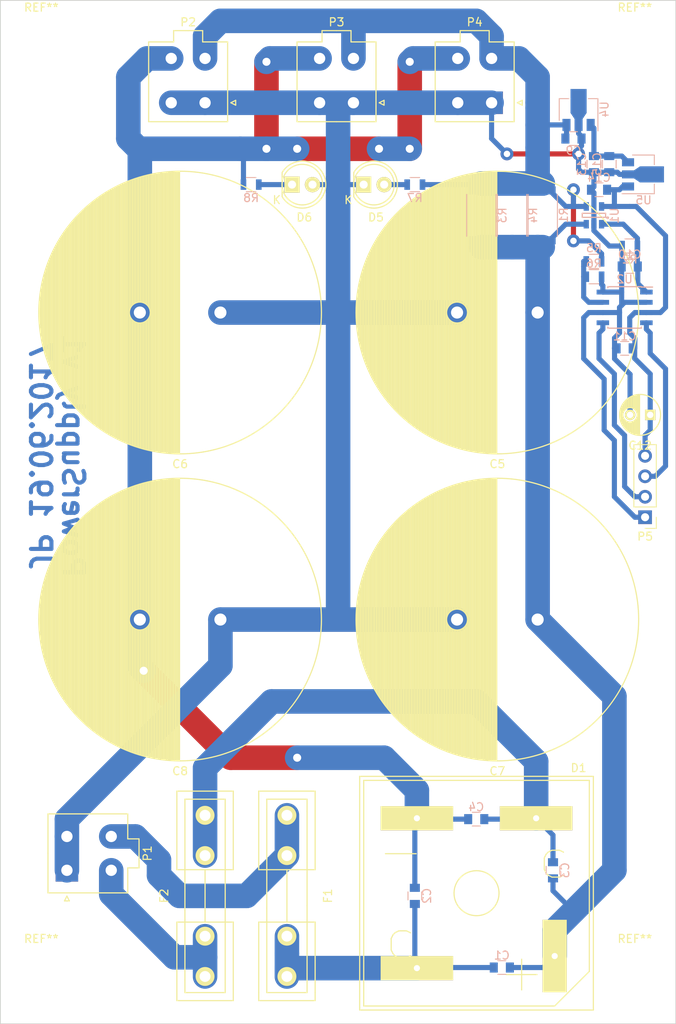
<source format=kicad_pcb>
(kicad_pcb (version 4) (host pcbnew 4.0.6)

  (general
    (links 89)
    (no_connects 0)
    (area 12.032857 24.035 104.807143 151.57)
    (thickness 1.6)
    (drawings 5)
    (tracks 275)
    (zones 0)
    (modules 41)
    (nets 17)
  )

  (page A4 portrait)
  (title_block
    (title "Main Power Supply Board")
  )

  (layers
    (0 F.Cu signal)
    (31 B.Cu signal)
    (32 B.Adhes user)
    (33 F.Adhes user)
    (34 B.Paste user)
    (35 F.Paste user)
    (36 B.SilkS user)
    (37 F.SilkS user)
    (38 B.Mask user)
    (39 F.Mask user)
    (40 Dwgs.User user)
    (41 Cmts.User user)
    (42 Eco1.User user)
    (43 Eco2.User user)
    (44 Edge.Cuts user)
    (45 Margin user)
    (46 B.CrtYd user)
    (47 F.CrtYd user)
    (48 B.Fab user)
    (49 F.Fab user)
  )

  (setup
    (last_trace_width 0.635)
    (user_trace_width 0.635)
    (trace_clearance 0.2)
    (zone_clearance 0.508)
    (zone_45_only no)
    (trace_min 0.2)
    (segment_width 0.2)
    (edge_width 0.1)
    (via_size 1.6)
    (via_drill 0.8)
    (via_min_size 0.4)
    (via_min_drill 0.3)
    (user_via 1.6 0.8)
    (user_via 3 1)
    (uvia_size 0.3)
    (uvia_drill 0.1)
    (uvias_allowed no)
    (uvia_min_size 0.2)
    (uvia_min_drill 0.1)
    (pcb_text_width 0.3)
    (pcb_text_size 1.5 1.5)
    (mod_edge_width 0.15)
    (mod_text_size 1 1)
    (mod_text_width 0.15)
    (pad_size 6.4 6.4)
    (pad_drill 3.2)
    (pad_to_mask_clearance 0)
    (aux_axis_origin 0 0)
    (visible_elements 7FFFFF9F)
    (pcbplotparams
      (layerselection 0x00030_80000001)
      (usegerberextensions false)
      (excludeedgelayer true)
      (linewidth 0.100000)
      (plotframeref false)
      (viasonmask false)
      (mode 1)
      (useauxorigin false)
      (hpglpennumber 1)
      (hpglpenspeed 20)
      (hpglpendiameter 15)
      (hpglpenoverlay 2)
      (psnegative false)
      (psa4output false)
      (plotreference true)
      (plotvalue true)
      (plotinvisibletext false)
      (padsonsilk false)
      (subtractmaskfromsilk false)
      (outputformat 1)
      (mirror false)
      (drillshape 1)
      (scaleselection 1)
      (outputdirectory ""))
  )

  (net 0 "")
  (net 1 "Net-(C1-Pad1)")
  (net 2 "Net-(C1-Pad2)")
  (net 3 "Net-(C2-Pad2)")
  (net 4 "Net-(C3-Pad2)")
  (net 5 "Net-(F1-Pad1)")
  (net 6 "Net-(F2-Pad1)")
  (net 7 GND)
  (net 8 "Net-(C10-Pad1)")
  (net 9 "Net-(P5-Pad2)")
  (net 10 "Net-(P5-Pad3)")
  (net 11 +3V3)
  (net 12 "Net-(C13-Pad1)")
  (net 13 "Net-(R5-Pad2)")
  (net 14 "Net-(D6-Pad1)")
  (net 15 "Net-(D5-Pad2)")
  (net 16 "Net-(C9-Pad1)")

  (net_class Default "This is the default net class."
    (clearance 0.2)
    (trace_width 0.25)
    (via_dia 1.6)
    (via_drill 0.8)
    (uvia_dia 0.3)
    (uvia_drill 0.1)
    (add_net +3V3)
    (add_net "Net-(C10-Pad1)")
    (add_net "Net-(C13-Pad1)")
    (add_net "Net-(C9-Pad1)")
    (add_net "Net-(D5-Pad2)")
    (add_net "Net-(D6-Pad1)")
    (add_net "Net-(P5-Pad2)")
    (add_net "Net-(P5-Pad3)")
    (add_net "Net-(R5-Pad2)")
  )

  (net_class Power ""
    (clearance 0.2)
    (trace_width 3.048)
    (via_dia 3)
    (via_drill 1)
    (uvia_dia 0.3)
    (uvia_drill 0.1)
    (add_net GND)
    (add_net "Net-(C1-Pad1)")
    (add_net "Net-(C1-Pad2)")
    (add_net "Net-(C2-Pad2)")
    (add_net "Net-(C3-Pad2)")
    (add_net "Net-(F1-Pad1)")
    (add_net "Net-(F2-Pad1)")
  )

  (module Capacitors_ThroughHole:C_Radial_D35_L51_P10 (layer F.Cu) (tedit 0) (tstamp 5872A0F7)
    (at 83.185 62.865 180)
    (descr "Radial Electrolytic Capacitor Diameter 35mm x Length 51mm, Pitch 10mm")
    (tags "Electrolytic Capacitor")
    (path /57EC3748)
    (fp_text reference C5 (at 5 -18.8 180) (layer F.SilkS)
      (effects (font (size 1 1) (thickness 0.15)))
    )
    (fp_text value 6m8F/63V (at 5 18.8 180) (layer F.Fab)
      (effects (font (size 1 1) (thickness 0.15)))
    )
    (fp_line (start 5.075 -17.5) (end 5.075 17.5) (layer F.SilkS) (width 0.15))
    (fp_line (start 5.215 -17.499) (end 5.215 17.499) (layer F.SilkS) (width 0.15))
    (fp_line (start 5.355 -17.496) (end 5.355 17.496) (layer F.SilkS) (width 0.15))
    (fp_line (start 5.495 -17.493) (end 5.495 17.493) (layer F.SilkS) (width 0.15))
    (fp_line (start 5.635 -17.488) (end 5.635 17.488) (layer F.SilkS) (width 0.15))
    (fp_line (start 5.775 -17.483) (end 5.775 17.483) (layer F.SilkS) (width 0.15))
    (fp_line (start 5.915 -17.476) (end 5.915 17.476) (layer F.SilkS) (width 0.15))
    (fp_line (start 6.055 -17.468) (end 6.055 17.468) (layer F.SilkS) (width 0.15))
    (fp_line (start 6.195 -17.459) (end 6.195 17.459) (layer F.SilkS) (width 0.15))
    (fp_line (start 6.335 -17.449) (end 6.335 17.449) (layer F.SilkS) (width 0.15))
    (fp_line (start 6.475 -17.438) (end 6.475 17.438) (layer F.SilkS) (width 0.15))
    (fp_line (start 6.615 -17.425) (end 6.615 17.425) (layer F.SilkS) (width 0.15))
    (fp_line (start 6.755 -17.412) (end 6.755 17.412) (layer F.SilkS) (width 0.15))
    (fp_line (start 6.895 -17.397) (end 6.895 17.397) (layer F.SilkS) (width 0.15))
    (fp_line (start 7.035 -17.381) (end 7.035 17.381) (layer F.SilkS) (width 0.15))
    (fp_line (start 7.175 -17.364) (end 7.175 17.364) (layer F.SilkS) (width 0.15))
    (fp_line (start 7.315 -17.346) (end 7.315 17.346) (layer F.SilkS) (width 0.15))
    (fp_line (start 7.455 -17.327) (end 7.455 17.327) (layer F.SilkS) (width 0.15))
    (fp_line (start 7.595 -17.307) (end 7.595 17.307) (layer F.SilkS) (width 0.15))
    (fp_line (start 7.735 -17.285) (end 7.735 17.285) (layer F.SilkS) (width 0.15))
    (fp_line (start 7.875 -17.262) (end 7.875 17.262) (layer F.SilkS) (width 0.15))
    (fp_line (start 8.015 -17.238) (end 8.015 17.238) (layer F.SilkS) (width 0.15))
    (fp_line (start 8.155 -17.213) (end 8.155 17.213) (layer F.SilkS) (width 0.15))
    (fp_line (start 8.295 -17.187) (end 8.295 17.187) (layer F.SilkS) (width 0.15))
    (fp_line (start 8.435 -17.16) (end 8.435 17.16) (layer F.SilkS) (width 0.15))
    (fp_line (start 8.575 -17.131) (end 8.575 17.131) (layer F.SilkS) (width 0.15))
    (fp_line (start 8.715 -17.101) (end 8.715 -0.197) (layer F.SilkS) (width 0.15))
    (fp_line (start 8.715 0.197) (end 8.715 17.101) (layer F.SilkS) (width 0.15))
    (fp_line (start 8.855 -17.07) (end 8.855 -0.616) (layer F.SilkS) (width 0.15))
    (fp_line (start 8.855 0.616) (end 8.855 17.07) (layer F.SilkS) (width 0.15))
    (fp_line (start 8.995 -17.038) (end 8.995 -0.825) (layer F.SilkS) (width 0.15))
    (fp_line (start 8.995 0.825) (end 8.995 17.038) (layer F.SilkS) (width 0.15))
    (fp_line (start 9.135 -17.004) (end 9.135 -0.97) (layer F.SilkS) (width 0.15))
    (fp_line (start 9.135 0.97) (end 9.135 17.004) (layer F.SilkS) (width 0.15))
    (fp_line (start 9.275 -16.97) (end 9.275 -1.079) (layer F.SilkS) (width 0.15))
    (fp_line (start 9.275 1.079) (end 9.275 16.97) (layer F.SilkS) (width 0.15))
    (fp_line (start 9.415 -16.934) (end 9.415 -1.161) (layer F.SilkS) (width 0.15))
    (fp_line (start 9.415 1.161) (end 9.415 16.934) (layer F.SilkS) (width 0.15))
    (fp_line (start 9.555 -16.897) (end 9.555 -1.221) (layer F.SilkS) (width 0.15))
    (fp_line (start 9.555 1.221) (end 9.555 16.897) (layer F.SilkS) (width 0.15))
    (fp_line (start 9.695 -16.858) (end 9.695 -1.264) (layer F.SilkS) (width 0.15))
    (fp_line (start 9.695 1.264) (end 9.695 16.858) (layer F.SilkS) (width 0.15))
    (fp_line (start 9.835 -16.819) (end 9.835 -1.289) (layer F.SilkS) (width 0.15))
    (fp_line (start 9.835 1.289) (end 9.835 16.819) (layer F.SilkS) (width 0.15))
    (fp_line (start 9.975 -16.778) (end 9.975 -1.3) (layer F.SilkS) (width 0.15))
    (fp_line (start 9.975 1.3) (end 9.975 16.778) (layer F.SilkS) (width 0.15))
    (fp_line (start 10.115 -16.736) (end 10.115 -1.295) (layer F.SilkS) (width 0.15))
    (fp_line (start 10.115 1.295) (end 10.115 16.736) (layer F.SilkS) (width 0.15))
    (fp_line (start 10.255 -16.692) (end 10.255 -1.275) (layer F.SilkS) (width 0.15))
    (fp_line (start 10.255 1.275) (end 10.255 16.692) (layer F.SilkS) (width 0.15))
    (fp_line (start 10.395 -16.648) (end 10.395 -1.239) (layer F.SilkS) (width 0.15))
    (fp_line (start 10.395 1.239) (end 10.395 16.648) (layer F.SilkS) (width 0.15))
    (fp_line (start 10.535 -16.602) (end 10.535 -1.185) (layer F.SilkS) (width 0.15))
    (fp_line (start 10.535 1.185) (end 10.535 16.602) (layer F.SilkS) (width 0.15))
    (fp_line (start 10.675 -16.554) (end 10.675 -1.111) (layer F.SilkS) (width 0.15))
    (fp_line (start 10.675 1.111) (end 10.675 16.554) (layer F.SilkS) (width 0.15))
    (fp_line (start 10.815 -16.506) (end 10.815 -1.013) (layer F.SilkS) (width 0.15))
    (fp_line (start 10.815 1.013) (end 10.815 16.506) (layer F.SilkS) (width 0.15))
    (fp_line (start 10.955 -16.456) (end 10.955 -0.882) (layer F.SilkS) (width 0.15))
    (fp_line (start 10.955 0.882) (end 10.955 16.456) (layer F.SilkS) (width 0.15))
    (fp_line (start 11.095 -16.404) (end 11.095 -0.701) (layer F.SilkS) (width 0.15))
    (fp_line (start 11.095 0.701) (end 11.095 16.404) (layer F.SilkS) (width 0.15))
    (fp_line (start 11.235 -16.352) (end 11.235 -0.406) (layer F.SilkS) (width 0.15))
    (fp_line (start 11.235 0.406) (end 11.235 16.352) (layer F.SilkS) (width 0.15))
    (fp_line (start 11.375 -16.298) (end 11.375 16.298) (layer F.SilkS) (width 0.15))
    (fp_line (start 11.515 -16.242) (end 11.515 16.242) (layer F.SilkS) (width 0.15))
    (fp_line (start 11.655 -16.185) (end 11.655 16.185) (layer F.SilkS) (width 0.15))
    (fp_line (start 11.795 -16.127) (end 11.795 16.127) (layer F.SilkS) (width 0.15))
    (fp_line (start 11.935 -16.067) (end 11.935 16.067) (layer F.SilkS) (width 0.15))
    (fp_line (start 12.075 -16.006) (end 12.075 16.006) (layer F.SilkS) (width 0.15))
    (fp_line (start 12.215 -15.943) (end 12.215 15.943) (layer F.SilkS) (width 0.15))
    (fp_line (start 12.355 -15.879) (end 12.355 15.879) (layer F.SilkS) (width 0.15))
    (fp_line (start 12.495 -15.814) (end 12.495 15.814) (layer F.SilkS) (width 0.15))
    (fp_line (start 12.635 -15.747) (end 12.635 15.747) (layer F.SilkS) (width 0.15))
    (fp_line (start 12.775 -15.678) (end 12.775 15.678) (layer F.SilkS) (width 0.15))
    (fp_line (start 12.915 -15.608) (end 12.915 15.608) (layer F.SilkS) (width 0.15))
    (fp_line (start 13.055 -15.536) (end 13.055 15.536) (layer F.SilkS) (width 0.15))
    (fp_line (start 13.195 -15.463) (end 13.195 15.463) (layer F.SilkS) (width 0.15))
    (fp_line (start 13.335 -15.388) (end 13.335 15.388) (layer F.SilkS) (width 0.15))
    (fp_line (start 13.475 -15.311) (end 13.475 15.311) (layer F.SilkS) (width 0.15))
    (fp_line (start 13.615 -15.233) (end 13.615 15.233) (layer F.SilkS) (width 0.15))
    (fp_line (start 13.755 -15.153) (end 13.755 15.153) (layer F.SilkS) (width 0.15))
    (fp_line (start 13.895 -15.071) (end 13.895 15.071) (layer F.SilkS) (width 0.15))
    (fp_line (start 14.035 -14.987) (end 14.035 14.987) (layer F.SilkS) (width 0.15))
    (fp_line (start 14.175 -14.902) (end 14.175 14.902) (layer F.SilkS) (width 0.15))
    (fp_line (start 14.315 -14.815) (end 14.315 14.815) (layer F.SilkS) (width 0.15))
    (fp_line (start 14.455 -14.726) (end 14.455 14.726) (layer F.SilkS) (width 0.15))
    (fp_line (start 14.595 -14.635) (end 14.595 14.635) (layer F.SilkS) (width 0.15))
    (fp_line (start 14.735 -14.542) (end 14.735 14.542) (layer F.SilkS) (width 0.15))
    (fp_line (start 14.875 -14.448) (end 14.875 14.448) (layer F.SilkS) (width 0.15))
    (fp_line (start 15.015 -14.351) (end 15.015 14.351) (layer F.SilkS) (width 0.15))
    (fp_line (start 15.155 -14.252) (end 15.155 14.252) (layer F.SilkS) (width 0.15))
    (fp_line (start 15.295 -14.151) (end 15.295 14.151) (layer F.SilkS) (width 0.15))
    (fp_line (start 15.435 -14.049) (end 15.435 14.049) (layer F.SilkS) (width 0.15))
    (fp_line (start 15.575 -13.943) (end 15.575 13.943) (layer F.SilkS) (width 0.15))
    (fp_line (start 15.715 -13.836) (end 15.715 13.836) (layer F.SilkS) (width 0.15))
    (fp_line (start 15.855 -13.727) (end 15.855 13.727) (layer F.SilkS) (width 0.15))
    (fp_line (start 15.995 -13.615) (end 15.995 13.615) (layer F.SilkS) (width 0.15))
    (fp_line (start 16.135 -13.5) (end 16.135 13.5) (layer F.SilkS) (width 0.15))
    (fp_line (start 16.275 -13.384) (end 16.275 13.384) (layer F.SilkS) (width 0.15))
    (fp_line (start 16.415 -13.265) (end 16.415 13.265) (layer F.SilkS) (width 0.15))
    (fp_line (start 16.555 -13.143) (end 16.555 13.143) (layer F.SilkS) (width 0.15))
    (fp_line (start 16.695 -13.018) (end 16.695 13.018) (layer F.SilkS) (width 0.15))
    (fp_line (start 16.835 -12.891) (end 16.835 12.891) (layer F.SilkS) (width 0.15))
    (fp_line (start 16.975 -12.761) (end 16.975 12.761) (layer F.SilkS) (width 0.15))
    (fp_line (start 17.115 -12.628) (end 17.115 12.628) (layer F.SilkS) (width 0.15))
    (fp_line (start 17.255 -12.493) (end 17.255 12.493) (layer F.SilkS) (width 0.15))
    (fp_line (start 17.395 -12.354) (end 17.395 12.354) (layer F.SilkS) (width 0.15))
    (fp_line (start 17.535 -12.212) (end 17.535 12.212) (layer F.SilkS) (width 0.15))
    (fp_line (start 17.675 -12.066) (end 17.675 12.066) (layer F.SilkS) (width 0.15))
    (fp_line (start 17.815 -11.917) (end 17.815 11.917) (layer F.SilkS) (width 0.15))
    (fp_line (start 17.955 -11.765) (end 17.955 11.765) (layer F.SilkS) (width 0.15))
    (fp_line (start 18.095 -11.609) (end 18.095 11.609) (layer F.SilkS) (width 0.15))
    (fp_line (start 18.235 -11.449) (end 18.235 11.449) (layer F.SilkS) (width 0.15))
    (fp_line (start 18.375 -11.285) (end 18.375 11.285) (layer F.SilkS) (width 0.15))
    (fp_line (start 18.515 -11.117) (end 18.515 11.117) (layer F.SilkS) (width 0.15))
    (fp_line (start 18.655 -10.945) (end 18.655 10.945) (layer F.SilkS) (width 0.15))
    (fp_line (start 18.795 -10.768) (end 18.795 10.768) (layer F.SilkS) (width 0.15))
    (fp_line (start 18.935 -10.586) (end 18.935 10.586) (layer F.SilkS) (width 0.15))
    (fp_line (start 19.075 -10.399) (end 19.075 10.399) (layer F.SilkS) (width 0.15))
    (fp_line (start 19.215 -10.207) (end 19.215 10.207) (layer F.SilkS) (width 0.15))
    (fp_line (start 19.355 -10.009) (end 19.355 10.009) (layer F.SilkS) (width 0.15))
    (fp_line (start 19.495 -9.805) (end 19.495 9.805) (layer F.SilkS) (width 0.15))
    (fp_line (start 19.635 -9.595) (end 19.635 9.595) (layer F.SilkS) (width 0.15))
    (fp_line (start 19.775 -9.378) (end 19.775 9.378) (layer F.SilkS) (width 0.15))
    (fp_line (start 19.915 -9.154) (end 19.915 9.154) (layer F.SilkS) (width 0.15))
    (fp_line (start 20.055 -8.922) (end 20.055 8.922) (layer F.SilkS) (width 0.15))
    (fp_line (start 20.195 -8.681) (end 20.195 8.681) (layer F.SilkS) (width 0.15))
    (fp_line (start 20.335 -8.431) (end 20.335 8.431) (layer F.SilkS) (width 0.15))
    (fp_line (start 20.475 -8.172) (end 20.475 8.172) (layer F.SilkS) (width 0.15))
    (fp_line (start 20.615 -7.901) (end 20.615 7.901) (layer F.SilkS) (width 0.15))
    (fp_line (start 20.755 -7.618) (end 20.755 7.618) (layer F.SilkS) (width 0.15))
    (fp_line (start 20.895 -7.321) (end 20.895 7.321) (layer F.SilkS) (width 0.15))
    (fp_line (start 21.035 -7.009) (end 21.035 7.009) (layer F.SilkS) (width 0.15))
    (fp_line (start 21.175 -6.68) (end 21.175 6.68) (layer F.SilkS) (width 0.15))
    (fp_line (start 21.315 -6.33) (end 21.315 6.33) (layer F.SilkS) (width 0.15))
    (fp_line (start 21.455 -5.957) (end 21.455 5.957) (layer F.SilkS) (width 0.15))
    (fp_line (start 21.595 -5.555) (end 21.595 5.555) (layer F.SilkS) (width 0.15))
    (fp_line (start 21.735 -5.118) (end 21.735 5.118) (layer F.SilkS) (width 0.15))
    (fp_line (start 21.875 -4.635) (end 21.875 4.635) (layer F.SilkS) (width 0.15))
    (fp_line (start 22.015 -4.091) (end 22.015 4.091) (layer F.SilkS) (width 0.15))
    (fp_line (start 22.155 -3.458) (end 22.155 3.458) (layer F.SilkS) (width 0.15))
    (fp_line (start 22.295 -2.671) (end 22.295 2.671) (layer F.SilkS) (width 0.15))
    (fp_line (start 22.435 -1.507) (end 22.435 1.507) (layer F.SilkS) (width 0.15))
    (fp_circle (center 10 0) (end 10 -1.3) (layer F.SilkS) (width 0.15))
    (fp_circle (center 5 0) (end 5 -17.5375) (layer F.SilkS) (width 0.15))
    (fp_circle (center 5 0) (end 5 -17.8) (layer F.CrtYd) (width 0.05))
    (pad 1 thru_hole rect (at 0 0 180) (size 2 2) (drill 1.5) (layers *.Cu *.Mask)
      (net 1 "Net-(C1-Pad1)"))
    (pad 2 thru_hole circle (at 10 0 180) (size 2 2) (drill 1.5) (layers *.Cu *.Mask)
      (net 7 GND))
    (model Capacitors_ThroughHole.3dshapes/C_Radial_D35_L51_P10.wrl
      (at (xyz 0.19685 0 0))
      (scale (xyz 1 1 1))
      (rotate (xyz 0 0 90))
    )
  )

  (module Fuse_Holders_and_Fuses:Fuseholder5x20_horiz_open_inline_Type-I (layer F.Cu) (tedit 0) (tstamp 579E257C)
    (at 52.07 135.255 270)
    (descr "Fuseholder, 5x20, open, horizontal, Type-I, Inline,")
    (tags "Fuseholder, 5x20, open, horizontal, Type-I, Inline, Sicherungshalter, offen,")
    (path /57EC3764)
    (fp_text reference F1 (at 0 -5.08 270) (layer F.SilkS)
      (effects (font (size 1 1) (thickness 0.15)))
    )
    (fp_text value 10A (at 1.27 5.08 270) (layer F.Fab)
      (effects (font (size 1 1) (thickness 0.15)))
    )
    (fp_line (start 3.2512 0) (end -3.2512 0) (layer F.SilkS) (width 0.15))
    (fp_line (start 3.2512 -3.50012) (end 3.2512 3.50012) (layer F.SilkS) (width 0.15))
    (fp_line (start 11.99896 3.50012) (end 3.2512 3.50012) (layer F.SilkS) (width 0.15))
    (fp_line (start 11.99896 -3.50012) (end 3.2512 -3.50012) (layer F.SilkS) (width 0.15))
    (fp_line (start -10.74928 2.49936) (end -11.99896 2.49936) (layer F.SilkS) (width 0.15))
    (fp_line (start -10.50036 -2.49936) (end -11.99896 -2.49936) (layer F.SilkS) (width 0.15))
    (fp_line (start 1.50114 2.49936) (end -10.74928 2.49936) (layer F.SilkS) (width 0.15))
    (fp_line (start 1.24968 -2.49936) (end -10.50036 -2.49936) (layer F.SilkS) (width 0.15))
    (fp_line (start 11.99896 2.49936) (end 1.50114 2.49936) (layer F.SilkS) (width 0.15))
    (fp_line (start 11.99896 -2.49936) (end 1.24968 -2.49936) (layer F.SilkS) (width 0.15))
    (fp_line (start 11.99896 -2.49936) (end 11.99896 2.49936) (layer F.SilkS) (width 0.15))
    (fp_line (start 12.99972 -3.50012) (end 11.99896 -3.50012) (layer F.SilkS) (width 0.15))
    (fp_line (start 12.99972 -3.50012) (end 12.99972 3.50012) (layer F.SilkS) (width 0.15))
    (fp_line (start 12.99972 3.50012) (end 11.99896 3.50012) (layer F.SilkS) (width 0.15))
    (fp_line (start -11.99896 -2.49936) (end -11.99896 2.49936) (layer F.SilkS) (width 0.15))
    (fp_line (start -3.2512 -3.50012) (end -12.99972 -3.50012) (layer F.SilkS) (width 0.15))
    (fp_line (start -12.99972 -3.50012) (end -12.99972 3.50012) (layer F.SilkS) (width 0.15))
    (fp_line (start -3.2512 3.50012) (end -12.99972 3.50012) (layer F.SilkS) (width 0.15))
    (fp_line (start -3.2512 -3.50012) (end -3.2512 3.50012) (layer F.SilkS) (width 0.15))
    (pad 2 thru_hole circle (at 5.00126 0 270) (size 2.3495 2.3495) (drill 1.34874) (layers *.Cu *.Mask F.SilkS)
      (net 2 "Net-(C1-Pad2)"))
    (pad 2 thru_hole circle (at 9.99998 0 270) (size 2.3495 2.3495) (drill 1.34874) (layers *.Cu *.Mask F.SilkS)
      (net 2 "Net-(C1-Pad2)"))
    (pad 1 thru_hole circle (at -5.00126 0 270) (size 2.3495 2.3495) (drill 1.34874) (layers *.Cu *.Mask F.SilkS)
      (net 5 "Net-(F1-Pad1)"))
    (pad 1 thru_hole circle (at -9.99998 0 270) (size 2.3495 2.3495) (drill 1.34874) (layers *.Cu *.Mask F.SilkS)
      (net 5 "Net-(F1-Pad1)"))
  )

  (module Fuse_Holders_and_Fuses:Fuseholder5x20_horiz_open_inline_Type-I (layer F.Cu) (tedit 0) (tstamp 579E2584)
    (at 41.91 135.255 90)
    (descr "Fuseholder, 5x20, open, horizontal, Type-I, Inline,")
    (tags "Fuseholder, 5x20, open, horizontal, Type-I, Inline, Sicherungshalter, offen,")
    (path /57EC376B)
    (fp_text reference F2 (at 0 -5.08 90) (layer F.SilkS)
      (effects (font (size 1 1) (thickness 0.15)))
    )
    (fp_text value 10A (at 1.27 5.08 90) (layer F.Fab)
      (effects (font (size 1 1) (thickness 0.15)))
    )
    (fp_line (start 3.2512 0) (end -3.2512 0) (layer F.SilkS) (width 0.15))
    (fp_line (start 3.2512 -3.50012) (end 3.2512 3.50012) (layer F.SilkS) (width 0.15))
    (fp_line (start 11.99896 3.50012) (end 3.2512 3.50012) (layer F.SilkS) (width 0.15))
    (fp_line (start 11.99896 -3.50012) (end 3.2512 -3.50012) (layer F.SilkS) (width 0.15))
    (fp_line (start -10.74928 2.49936) (end -11.99896 2.49936) (layer F.SilkS) (width 0.15))
    (fp_line (start -10.50036 -2.49936) (end -11.99896 -2.49936) (layer F.SilkS) (width 0.15))
    (fp_line (start 1.50114 2.49936) (end -10.74928 2.49936) (layer F.SilkS) (width 0.15))
    (fp_line (start 1.24968 -2.49936) (end -10.50036 -2.49936) (layer F.SilkS) (width 0.15))
    (fp_line (start 11.99896 2.49936) (end 1.50114 2.49936) (layer F.SilkS) (width 0.15))
    (fp_line (start 11.99896 -2.49936) (end 1.24968 -2.49936) (layer F.SilkS) (width 0.15))
    (fp_line (start 11.99896 -2.49936) (end 11.99896 2.49936) (layer F.SilkS) (width 0.15))
    (fp_line (start 12.99972 -3.50012) (end 11.99896 -3.50012) (layer F.SilkS) (width 0.15))
    (fp_line (start 12.99972 -3.50012) (end 12.99972 3.50012) (layer F.SilkS) (width 0.15))
    (fp_line (start 12.99972 3.50012) (end 11.99896 3.50012) (layer F.SilkS) (width 0.15))
    (fp_line (start -11.99896 -2.49936) (end -11.99896 2.49936) (layer F.SilkS) (width 0.15))
    (fp_line (start -3.2512 -3.50012) (end -12.99972 -3.50012) (layer F.SilkS) (width 0.15))
    (fp_line (start -12.99972 -3.50012) (end -12.99972 3.50012) (layer F.SilkS) (width 0.15))
    (fp_line (start -3.2512 3.50012) (end -12.99972 3.50012) (layer F.SilkS) (width 0.15))
    (fp_line (start -3.2512 -3.50012) (end -3.2512 3.50012) (layer F.SilkS) (width 0.15))
    (pad 2 thru_hole circle (at 5.00126 0 90) (size 2.3495 2.3495) (drill 1.34874) (layers *.Cu *.Mask F.SilkS)
      (net 4 "Net-(C3-Pad2)"))
    (pad 2 thru_hole circle (at 9.99998 0 90) (size 2.3495 2.3495) (drill 1.34874) (layers *.Cu *.Mask F.SilkS)
      (net 4 "Net-(C3-Pad2)"))
    (pad 1 thru_hole circle (at -5.00126 0 90) (size 2.3495 2.3495) (drill 1.34874) (layers *.Cu *.Mask F.SilkS)
      (net 6 "Net-(F2-Pad1)"))
    (pad 1 thru_hole circle (at -9.99998 0 90) (size 2.3495 2.3495) (drill 1.34874) (layers *.Cu *.Mask F.SilkS)
      (net 6 "Net-(F2-Pad1)"))
  )

  (module Connectors_Molex:Molex_MiniFit-JR-5556-04A_2x02x4.20mm_Straight (layer F.Cu) (tedit 57528BFB) (tstamp 579E2803)
    (at 24.765 132.08 90)
    (descr "Molex Mini-Fit JR, PN:5556-04A, dual row, top entry type, through hole")
    (tags "connector molex mini-fit 5556")
    (path /57EC3772)
    (fp_text reference P1 (at 2.1 10 90) (layer F.SilkS)
      (effects (font (size 1 1) (thickness 0.15)))
    )
    (fp_text value POWER_IN (at 2.1 -4 90) (layer F.Fab)
      (effects (font (size 1 1) (thickness 0.15)))
    )
    (fp_line (start -2.7 -2.25) (end -2.7 7.45) (layer F.Fab) (width 0.05))
    (fp_line (start -2.7 7.45) (end 6.9 7.45) (layer F.Fab) (width 0.05))
    (fp_line (start 6.9 7.45) (end 6.9 -2.25) (layer F.Fab) (width 0.05))
    (fp_line (start 6.9 -2.25) (end -2.7 -2.25) (layer F.Fab) (width 0.05))
    (fp_line (start 0.4 7.45) (end 0.4 8.85) (layer F.Fab) (width 0.05))
    (fp_line (start 0.4 8.85) (end 3.8 8.85) (layer F.Fab) (width 0.05))
    (fp_line (start 3.8 8.85) (end 3.8 7.45) (layer F.Fab) (width 0.05))
    (fp_line (start -1.75 -1.75) (end -1.75 1.75) (layer F.Fab) (width 0.05))
    (fp_line (start -1.75 1.75) (end 1.75 1.75) (layer F.Fab) (width 0.05))
    (fp_line (start 1.75 1.75) (end 1.75 -1.75) (layer F.Fab) (width 0.05))
    (fp_line (start 1.75 -1.75) (end -1.75 -1.75) (layer F.Fab) (width 0.05))
    (fp_line (start -1.75 7.25) (end -1.75 4.625) (layer F.Fab) (width 0.05))
    (fp_line (start -1.75 4.625) (end -0.875 3.75) (layer F.Fab) (width 0.05))
    (fp_line (start -0.875 3.75) (end 0.875 3.75) (layer F.Fab) (width 0.05))
    (fp_line (start 0.875 3.75) (end 1.75 4.625) (layer F.Fab) (width 0.05))
    (fp_line (start 1.75 4.625) (end 1.75 7.25) (layer F.Fab) (width 0.05))
    (fp_line (start 1.75 7.25) (end -1.75 7.25) (layer F.Fab) (width 0.05))
    (fp_line (start 2.45 3.75) (end 2.45 7.25) (layer F.Fab) (width 0.05))
    (fp_line (start 2.45 7.25) (end 5.95 7.25) (layer F.Fab) (width 0.05))
    (fp_line (start 5.95 7.25) (end 5.95 3.75) (layer F.Fab) (width 0.05))
    (fp_line (start 5.95 3.75) (end 2.45 3.75) (layer F.Fab) (width 0.05))
    (fp_line (start 2.45 1.75) (end 2.45 -0.875) (layer F.Fab) (width 0.05))
    (fp_line (start 2.45 -0.875) (end 3.325 -1.75) (layer F.Fab) (width 0.05))
    (fp_line (start 3.325 -1.75) (end 5.075 -1.75) (layer F.Fab) (width 0.05))
    (fp_line (start 5.075 -1.75) (end 5.95 -0.875) (layer F.Fab) (width 0.05))
    (fp_line (start 5.95 -0.875) (end 5.95 1.75) (layer F.Fab) (width 0.05))
    (fp_line (start 5.95 1.75) (end 2.45 1.75) (layer F.Fab) (width 0.05))
    (fp_line (start 2.1 -2.35) (end -2.8 -2.35) (layer F.SilkS) (width 0.15))
    (fp_line (start -2.8 -2.35) (end -2.8 7.55) (layer F.SilkS) (width 0.15))
    (fp_line (start -2.8 7.55) (end 0.3 7.55) (layer F.SilkS) (width 0.15))
    (fp_line (start 0.3 7.55) (end 0.3 8.95) (layer F.SilkS) (width 0.15))
    (fp_line (start 0.3 8.95) (end 2.1 8.95) (layer F.SilkS) (width 0.15))
    (fp_line (start 2.1 -2.35) (end 7 -2.35) (layer F.SilkS) (width 0.15))
    (fp_line (start 7 -2.35) (end 7 7.55) (layer F.SilkS) (width 0.15))
    (fp_line (start 7 7.55) (end 3.9 7.55) (layer F.SilkS) (width 0.15))
    (fp_line (start 3.9 7.55) (end 3.9 8.95) (layer F.SilkS) (width 0.15))
    (fp_line (start 3.9 8.95) (end 2.1 8.95) (layer F.SilkS) (width 0.15))
    (fp_line (start -3.2 0) (end -3.8 0.3) (layer F.SilkS) (width 0.15))
    (fp_line (start -3.8 0.3) (end -3.8 -0.3) (layer F.SilkS) (width 0.15))
    (fp_line (start -3.8 -0.3) (end -3.2 0) (layer F.SilkS) (width 0.15))
    (fp_line (start -3.15 -2.75) (end -3.15 9.3) (layer F.CrtYd) (width 0.05))
    (fp_line (start -3.15 9.3) (end 7.4 9.3) (layer F.CrtYd) (width 0.05))
    (fp_line (start 7.4 9.3) (end 7.4 -2.75) (layer F.CrtYd) (width 0.05))
    (fp_line (start 7.4 -2.75) (end -3.15 -2.75) (layer F.CrtYd) (width 0.05))
    (pad 1 thru_hole rect (at 0 0 90) (size 2.8 2.8) (drill 1.4) (layers *.Cu *.Mask)
      (net 7 GND))
    (pad 2 thru_hole circle (at 4.2 0 90) (size 2.8 2.8) (drill 1.4) (layers *.Cu *.Mask)
      (net 7 GND))
    (pad 3 thru_hole circle (at 0 5.5 90) (size 2.8 2.8) (drill 1.4) (layers *.Cu *.Mask)
      (net 6 "Net-(F2-Pad1)"))
    (pad 4 thru_hole circle (at 4.2 5.5 90) (size 2.8 2.8) (drill 1.4) (layers *.Cu *.Mask)
      (net 5 "Net-(F1-Pad1)"))
    (model Connectors_Molex.3dshapes/Molex_MiniFit-JR-5556-04A_2x02x4.20mm_Straight.wrl
      (at (xyz 0 0 0))
      (scale (xyz 1 1 1))
      (rotate (xyz 0 0 0))
    )
  )

  (module Connectors_Molex:Molex_MiniFit-JR-5556-04A_2x02x4.20mm_Straight (layer F.Cu) (tedit 57528BFB) (tstamp 579E55FE)
    (at 41.91 36.83 180)
    (descr "Molex Mini-Fit JR, PN:5556-04A, dual row, top entry type, through hole")
    (tags "connector molex mini-fit 5556")
    (path /57EC37B4)
    (fp_text reference P2 (at 2.1 10 180) (layer F.SilkS)
      (effects (font (size 1 1) (thickness 0.15)))
    )
    (fp_text value OUT (at 2.1 -4 180) (layer F.Fab)
      (effects (font (size 1 1) (thickness 0.15)))
    )
    (fp_line (start -2.7 -2.25) (end -2.7 7.45) (layer F.Fab) (width 0.05))
    (fp_line (start -2.7 7.45) (end 6.9 7.45) (layer F.Fab) (width 0.05))
    (fp_line (start 6.9 7.45) (end 6.9 -2.25) (layer F.Fab) (width 0.05))
    (fp_line (start 6.9 -2.25) (end -2.7 -2.25) (layer F.Fab) (width 0.05))
    (fp_line (start 0.4 7.45) (end 0.4 8.85) (layer F.Fab) (width 0.05))
    (fp_line (start 0.4 8.85) (end 3.8 8.85) (layer F.Fab) (width 0.05))
    (fp_line (start 3.8 8.85) (end 3.8 7.45) (layer F.Fab) (width 0.05))
    (fp_line (start -1.75 -1.75) (end -1.75 1.75) (layer F.Fab) (width 0.05))
    (fp_line (start -1.75 1.75) (end 1.75 1.75) (layer F.Fab) (width 0.05))
    (fp_line (start 1.75 1.75) (end 1.75 -1.75) (layer F.Fab) (width 0.05))
    (fp_line (start 1.75 -1.75) (end -1.75 -1.75) (layer F.Fab) (width 0.05))
    (fp_line (start -1.75 7.25) (end -1.75 4.625) (layer F.Fab) (width 0.05))
    (fp_line (start -1.75 4.625) (end -0.875 3.75) (layer F.Fab) (width 0.05))
    (fp_line (start -0.875 3.75) (end 0.875 3.75) (layer F.Fab) (width 0.05))
    (fp_line (start 0.875 3.75) (end 1.75 4.625) (layer F.Fab) (width 0.05))
    (fp_line (start 1.75 4.625) (end 1.75 7.25) (layer F.Fab) (width 0.05))
    (fp_line (start 1.75 7.25) (end -1.75 7.25) (layer F.Fab) (width 0.05))
    (fp_line (start 2.45 3.75) (end 2.45 7.25) (layer F.Fab) (width 0.05))
    (fp_line (start 2.45 7.25) (end 5.95 7.25) (layer F.Fab) (width 0.05))
    (fp_line (start 5.95 7.25) (end 5.95 3.75) (layer F.Fab) (width 0.05))
    (fp_line (start 5.95 3.75) (end 2.45 3.75) (layer F.Fab) (width 0.05))
    (fp_line (start 2.45 1.75) (end 2.45 -0.875) (layer F.Fab) (width 0.05))
    (fp_line (start 2.45 -0.875) (end 3.325 -1.75) (layer F.Fab) (width 0.05))
    (fp_line (start 3.325 -1.75) (end 5.075 -1.75) (layer F.Fab) (width 0.05))
    (fp_line (start 5.075 -1.75) (end 5.95 -0.875) (layer F.Fab) (width 0.05))
    (fp_line (start 5.95 -0.875) (end 5.95 1.75) (layer F.Fab) (width 0.05))
    (fp_line (start 5.95 1.75) (end 2.45 1.75) (layer F.Fab) (width 0.05))
    (fp_line (start 2.1 -2.35) (end -2.8 -2.35) (layer F.SilkS) (width 0.15))
    (fp_line (start -2.8 -2.35) (end -2.8 7.55) (layer F.SilkS) (width 0.15))
    (fp_line (start -2.8 7.55) (end 0.3 7.55) (layer F.SilkS) (width 0.15))
    (fp_line (start 0.3 7.55) (end 0.3 8.95) (layer F.SilkS) (width 0.15))
    (fp_line (start 0.3 8.95) (end 2.1 8.95) (layer F.SilkS) (width 0.15))
    (fp_line (start 2.1 -2.35) (end 7 -2.35) (layer F.SilkS) (width 0.15))
    (fp_line (start 7 -2.35) (end 7 7.55) (layer F.SilkS) (width 0.15))
    (fp_line (start 7 7.55) (end 3.9 7.55) (layer F.SilkS) (width 0.15))
    (fp_line (start 3.9 7.55) (end 3.9 8.95) (layer F.SilkS) (width 0.15))
    (fp_line (start 3.9 8.95) (end 2.1 8.95) (layer F.SilkS) (width 0.15))
    (fp_line (start -3.2 0) (end -3.8 0.3) (layer F.SilkS) (width 0.15))
    (fp_line (start -3.8 0.3) (end -3.8 -0.3) (layer F.SilkS) (width 0.15))
    (fp_line (start -3.8 -0.3) (end -3.2 0) (layer F.SilkS) (width 0.15))
    (fp_line (start -3.15 -2.75) (end -3.15 9.3) (layer F.CrtYd) (width 0.05))
    (fp_line (start -3.15 9.3) (end 7.4 9.3) (layer F.CrtYd) (width 0.05))
    (fp_line (start 7.4 9.3) (end 7.4 -2.75) (layer F.CrtYd) (width 0.05))
    (fp_line (start 7.4 -2.75) (end -3.15 -2.75) (layer F.CrtYd) (width 0.05))
    (pad 1 thru_hole rect (at 0 0 180) (size 2.8 2.8) (drill 1.4) (layers *.Cu *.Mask)
      (net 7 GND))
    (pad 2 thru_hole circle (at 4.2 0 180) (size 2.8 2.8) (drill 1.4) (layers *.Cu *.Mask)
      (net 7 GND))
    (pad 3 thru_hole circle (at 0 5.5 180) (size 2.8 2.8) (drill 1.4) (layers *.Cu *.Mask)
      (net 16 "Net-(C9-Pad1)"))
    (pad 4 thru_hole circle (at 4.2 5.5 180) (size 2.8 2.8) (drill 1.4) (layers *.Cu *.Mask)
      (net 3 "Net-(C2-Pad2)"))
    (model Connectors_Molex.3dshapes/Molex_MiniFit-JR-5556-04A_2x02x4.20mm_Straight.wrl
      (at (xyz 0 0 0))
      (scale (xyz 1 1 1))
      (rotate (xyz 0 0 0))
    )
  )

  (module Connectors_Molex:Molex_MiniFit-JR-5556-04A_2x02x4.20mm_Straight (layer F.Cu) (tedit 57528BFB) (tstamp 579E5605)
    (at 60.325 36.83 180)
    (descr "Molex Mini-Fit JR, PN:5556-04A, dual row, top entry type, through hole")
    (tags "connector molex mini-fit 5556")
    (path /57EC37BB)
    (fp_text reference P3 (at 2.1 10 180) (layer F.SilkS)
      (effects (font (size 1 1) (thickness 0.15)))
    )
    (fp_text value OUT (at 2.1 -4 180) (layer F.Fab)
      (effects (font (size 1 1) (thickness 0.15)))
    )
    (fp_line (start -2.7 -2.25) (end -2.7 7.45) (layer F.Fab) (width 0.05))
    (fp_line (start -2.7 7.45) (end 6.9 7.45) (layer F.Fab) (width 0.05))
    (fp_line (start 6.9 7.45) (end 6.9 -2.25) (layer F.Fab) (width 0.05))
    (fp_line (start 6.9 -2.25) (end -2.7 -2.25) (layer F.Fab) (width 0.05))
    (fp_line (start 0.4 7.45) (end 0.4 8.85) (layer F.Fab) (width 0.05))
    (fp_line (start 0.4 8.85) (end 3.8 8.85) (layer F.Fab) (width 0.05))
    (fp_line (start 3.8 8.85) (end 3.8 7.45) (layer F.Fab) (width 0.05))
    (fp_line (start -1.75 -1.75) (end -1.75 1.75) (layer F.Fab) (width 0.05))
    (fp_line (start -1.75 1.75) (end 1.75 1.75) (layer F.Fab) (width 0.05))
    (fp_line (start 1.75 1.75) (end 1.75 -1.75) (layer F.Fab) (width 0.05))
    (fp_line (start 1.75 -1.75) (end -1.75 -1.75) (layer F.Fab) (width 0.05))
    (fp_line (start -1.75 7.25) (end -1.75 4.625) (layer F.Fab) (width 0.05))
    (fp_line (start -1.75 4.625) (end -0.875 3.75) (layer F.Fab) (width 0.05))
    (fp_line (start -0.875 3.75) (end 0.875 3.75) (layer F.Fab) (width 0.05))
    (fp_line (start 0.875 3.75) (end 1.75 4.625) (layer F.Fab) (width 0.05))
    (fp_line (start 1.75 4.625) (end 1.75 7.25) (layer F.Fab) (width 0.05))
    (fp_line (start 1.75 7.25) (end -1.75 7.25) (layer F.Fab) (width 0.05))
    (fp_line (start 2.45 3.75) (end 2.45 7.25) (layer F.Fab) (width 0.05))
    (fp_line (start 2.45 7.25) (end 5.95 7.25) (layer F.Fab) (width 0.05))
    (fp_line (start 5.95 7.25) (end 5.95 3.75) (layer F.Fab) (width 0.05))
    (fp_line (start 5.95 3.75) (end 2.45 3.75) (layer F.Fab) (width 0.05))
    (fp_line (start 2.45 1.75) (end 2.45 -0.875) (layer F.Fab) (width 0.05))
    (fp_line (start 2.45 -0.875) (end 3.325 -1.75) (layer F.Fab) (width 0.05))
    (fp_line (start 3.325 -1.75) (end 5.075 -1.75) (layer F.Fab) (width 0.05))
    (fp_line (start 5.075 -1.75) (end 5.95 -0.875) (layer F.Fab) (width 0.05))
    (fp_line (start 5.95 -0.875) (end 5.95 1.75) (layer F.Fab) (width 0.05))
    (fp_line (start 5.95 1.75) (end 2.45 1.75) (layer F.Fab) (width 0.05))
    (fp_line (start 2.1 -2.35) (end -2.8 -2.35) (layer F.SilkS) (width 0.15))
    (fp_line (start -2.8 -2.35) (end -2.8 7.55) (layer F.SilkS) (width 0.15))
    (fp_line (start -2.8 7.55) (end 0.3 7.55) (layer F.SilkS) (width 0.15))
    (fp_line (start 0.3 7.55) (end 0.3 8.95) (layer F.SilkS) (width 0.15))
    (fp_line (start 0.3 8.95) (end 2.1 8.95) (layer F.SilkS) (width 0.15))
    (fp_line (start 2.1 -2.35) (end 7 -2.35) (layer F.SilkS) (width 0.15))
    (fp_line (start 7 -2.35) (end 7 7.55) (layer F.SilkS) (width 0.15))
    (fp_line (start 7 7.55) (end 3.9 7.55) (layer F.SilkS) (width 0.15))
    (fp_line (start 3.9 7.55) (end 3.9 8.95) (layer F.SilkS) (width 0.15))
    (fp_line (start 3.9 8.95) (end 2.1 8.95) (layer F.SilkS) (width 0.15))
    (fp_line (start -3.2 0) (end -3.8 0.3) (layer F.SilkS) (width 0.15))
    (fp_line (start -3.8 0.3) (end -3.8 -0.3) (layer F.SilkS) (width 0.15))
    (fp_line (start -3.8 -0.3) (end -3.2 0) (layer F.SilkS) (width 0.15))
    (fp_line (start -3.15 -2.75) (end -3.15 9.3) (layer F.CrtYd) (width 0.05))
    (fp_line (start -3.15 9.3) (end 7.4 9.3) (layer F.CrtYd) (width 0.05))
    (fp_line (start 7.4 9.3) (end 7.4 -2.75) (layer F.CrtYd) (width 0.05))
    (fp_line (start 7.4 -2.75) (end -3.15 -2.75) (layer F.CrtYd) (width 0.05))
    (pad 1 thru_hole rect (at 0 0 180) (size 2.8 2.8) (drill 1.4) (layers *.Cu *.Mask)
      (net 7 GND))
    (pad 2 thru_hole circle (at 4.2 0 180) (size 2.8 2.8) (drill 1.4) (layers *.Cu *.Mask)
      (net 7 GND))
    (pad 3 thru_hole circle (at 0 5.5 180) (size 2.8 2.8) (drill 1.4) (layers *.Cu *.Mask)
      (net 16 "Net-(C9-Pad1)"))
    (pad 4 thru_hole circle (at 4.2 5.5 180) (size 2.8 2.8) (drill 1.4) (layers *.Cu *.Mask)
      (net 3 "Net-(C2-Pad2)"))
    (model Connectors_Molex.3dshapes/Molex_MiniFit-JR-5556-04A_2x02x4.20mm_Straight.wrl
      (at (xyz 0 0 0))
      (scale (xyz 1 1 1))
      (rotate (xyz 0 0 0))
    )
  )

  (module Connectors_Molex:Molex_MiniFit-JR-5556-04A_2x02x4.20mm_Straight (layer F.Cu) (tedit 57528BFB) (tstamp 579E560C)
    (at 77.47 36.83 180)
    (descr "Molex Mini-Fit JR, PN:5556-04A, dual row, top entry type, through hole")
    (tags "connector molex mini-fit 5556")
    (path /57EC37C2)
    (fp_text reference P4 (at 2.1 10 180) (layer F.SilkS)
      (effects (font (size 1 1) (thickness 0.15)))
    )
    (fp_text value OUT (at 2.1 -4 180) (layer F.Fab)
      (effects (font (size 1 1) (thickness 0.15)))
    )
    (fp_line (start -2.7 -2.25) (end -2.7 7.45) (layer F.Fab) (width 0.05))
    (fp_line (start -2.7 7.45) (end 6.9 7.45) (layer F.Fab) (width 0.05))
    (fp_line (start 6.9 7.45) (end 6.9 -2.25) (layer F.Fab) (width 0.05))
    (fp_line (start 6.9 -2.25) (end -2.7 -2.25) (layer F.Fab) (width 0.05))
    (fp_line (start 0.4 7.45) (end 0.4 8.85) (layer F.Fab) (width 0.05))
    (fp_line (start 0.4 8.85) (end 3.8 8.85) (layer F.Fab) (width 0.05))
    (fp_line (start 3.8 8.85) (end 3.8 7.45) (layer F.Fab) (width 0.05))
    (fp_line (start -1.75 -1.75) (end -1.75 1.75) (layer F.Fab) (width 0.05))
    (fp_line (start -1.75 1.75) (end 1.75 1.75) (layer F.Fab) (width 0.05))
    (fp_line (start 1.75 1.75) (end 1.75 -1.75) (layer F.Fab) (width 0.05))
    (fp_line (start 1.75 -1.75) (end -1.75 -1.75) (layer F.Fab) (width 0.05))
    (fp_line (start -1.75 7.25) (end -1.75 4.625) (layer F.Fab) (width 0.05))
    (fp_line (start -1.75 4.625) (end -0.875 3.75) (layer F.Fab) (width 0.05))
    (fp_line (start -0.875 3.75) (end 0.875 3.75) (layer F.Fab) (width 0.05))
    (fp_line (start 0.875 3.75) (end 1.75 4.625) (layer F.Fab) (width 0.05))
    (fp_line (start 1.75 4.625) (end 1.75 7.25) (layer F.Fab) (width 0.05))
    (fp_line (start 1.75 7.25) (end -1.75 7.25) (layer F.Fab) (width 0.05))
    (fp_line (start 2.45 3.75) (end 2.45 7.25) (layer F.Fab) (width 0.05))
    (fp_line (start 2.45 7.25) (end 5.95 7.25) (layer F.Fab) (width 0.05))
    (fp_line (start 5.95 7.25) (end 5.95 3.75) (layer F.Fab) (width 0.05))
    (fp_line (start 5.95 3.75) (end 2.45 3.75) (layer F.Fab) (width 0.05))
    (fp_line (start 2.45 1.75) (end 2.45 -0.875) (layer F.Fab) (width 0.05))
    (fp_line (start 2.45 -0.875) (end 3.325 -1.75) (layer F.Fab) (width 0.05))
    (fp_line (start 3.325 -1.75) (end 5.075 -1.75) (layer F.Fab) (width 0.05))
    (fp_line (start 5.075 -1.75) (end 5.95 -0.875) (layer F.Fab) (width 0.05))
    (fp_line (start 5.95 -0.875) (end 5.95 1.75) (layer F.Fab) (width 0.05))
    (fp_line (start 5.95 1.75) (end 2.45 1.75) (layer F.Fab) (width 0.05))
    (fp_line (start 2.1 -2.35) (end -2.8 -2.35) (layer F.SilkS) (width 0.15))
    (fp_line (start -2.8 -2.35) (end -2.8 7.55) (layer F.SilkS) (width 0.15))
    (fp_line (start -2.8 7.55) (end 0.3 7.55) (layer F.SilkS) (width 0.15))
    (fp_line (start 0.3 7.55) (end 0.3 8.95) (layer F.SilkS) (width 0.15))
    (fp_line (start 0.3 8.95) (end 2.1 8.95) (layer F.SilkS) (width 0.15))
    (fp_line (start 2.1 -2.35) (end 7 -2.35) (layer F.SilkS) (width 0.15))
    (fp_line (start 7 -2.35) (end 7 7.55) (layer F.SilkS) (width 0.15))
    (fp_line (start 7 7.55) (end 3.9 7.55) (layer F.SilkS) (width 0.15))
    (fp_line (start 3.9 7.55) (end 3.9 8.95) (layer F.SilkS) (width 0.15))
    (fp_line (start 3.9 8.95) (end 2.1 8.95) (layer F.SilkS) (width 0.15))
    (fp_line (start -3.2 0) (end -3.8 0.3) (layer F.SilkS) (width 0.15))
    (fp_line (start -3.8 0.3) (end -3.8 -0.3) (layer F.SilkS) (width 0.15))
    (fp_line (start -3.8 -0.3) (end -3.2 0) (layer F.SilkS) (width 0.15))
    (fp_line (start -3.15 -2.75) (end -3.15 9.3) (layer F.CrtYd) (width 0.05))
    (fp_line (start -3.15 9.3) (end 7.4 9.3) (layer F.CrtYd) (width 0.05))
    (fp_line (start 7.4 9.3) (end 7.4 -2.75) (layer F.CrtYd) (width 0.05))
    (fp_line (start 7.4 -2.75) (end -3.15 -2.75) (layer F.CrtYd) (width 0.05))
    (pad 1 thru_hole rect (at 0 0 180) (size 2.8 2.8) (drill 1.4) (layers *.Cu *.Mask)
      (net 7 GND))
    (pad 2 thru_hole circle (at 4.2 0 180) (size 2.8 2.8) (drill 1.4) (layers *.Cu *.Mask)
      (net 7 GND))
    (pad 3 thru_hole circle (at 0 5.5 180) (size 2.8 2.8) (drill 1.4) (layers *.Cu *.Mask)
      (net 16 "Net-(C9-Pad1)"))
    (pad 4 thru_hole circle (at 4.2 5.5 180) (size 2.8 2.8) (drill 1.4) (layers *.Cu *.Mask)
      (net 3 "Net-(C2-Pad2)"))
    (model Connectors_Molex.3dshapes/Molex_MiniFit-JR-5556-04A_2x02x4.20mm_Straight.wrl
      (at (xyz 0 0 0))
      (scale (xyz 1 1 1))
      (rotate (xyz 0 0 0))
    )
  )

  (module TO_SOT_Packages_SMD:SOT-23-5 (layer B.Cu) (tedit 55360473) (tstamp 57EF8052)
    (at 90.17 50.8 90)
    (descr "5-pin SOT23 package")
    (tags SOT-23-5)
    (path /57F7E13A)
    (attr smd)
    (fp_text reference U1 (at -0.05 2.55 90) (layer B.SilkS)
      (effects (font (size 1 1) (thickness 0.15)) (justify mirror))
    )
    (fp_text value INA169 (at -0.05 -2.35 90) (layer B.Fab)
      (effects (font (size 1 1) (thickness 0.15)) (justify mirror))
    )
    (fp_line (start -1.8 1.6) (end 1.8 1.6) (layer B.CrtYd) (width 0.05))
    (fp_line (start 1.8 1.6) (end 1.8 -1.6) (layer B.CrtYd) (width 0.05))
    (fp_line (start 1.8 -1.6) (end -1.8 -1.6) (layer B.CrtYd) (width 0.05))
    (fp_line (start -1.8 -1.6) (end -1.8 1.6) (layer B.CrtYd) (width 0.05))
    (fp_circle (center -0.3 1.7) (end -0.2 1.7) (layer B.SilkS) (width 0.15))
    (fp_line (start 0.25 1.45) (end -0.25 1.45) (layer B.SilkS) (width 0.15))
    (fp_line (start 0.25 -1.45) (end 0.25 1.45) (layer B.SilkS) (width 0.15))
    (fp_line (start -0.25 -1.45) (end 0.25 -1.45) (layer B.SilkS) (width 0.15))
    (fp_line (start -0.25 1.45) (end -0.25 -1.45) (layer B.SilkS) (width 0.15))
    (pad 1 smd rect (at -1.1 0.95 90) (size 1.06 0.65) (layers B.Cu B.Paste B.Mask)
      (net 8 "Net-(C10-Pad1)"))
    (pad 2 smd rect (at -1.1 0 90) (size 1.06 0.65) (layers B.Cu B.Paste B.Mask)
      (net 7 GND))
    (pad 3 smd rect (at -1.1 -0.95 90) (size 1.06 0.65) (layers B.Cu B.Paste B.Mask)
      (net 1 "Net-(C1-Pad1)"))
    (pad 4 smd rect (at 1.1 -0.95 90) (size 1.06 0.65) (layers B.Cu B.Paste B.Mask)
      (net 16 "Net-(C9-Pad1)"))
    (pad 5 smd rect (at 1.1 0.95 90) (size 1.06 0.65) (layers B.Cu B.Paste B.Mask)
      (net 11 +3V3))
    (model TO_SOT_Packages_SMD.3dshapes/SOT-23-5.wrl
      (at (xyz 0 0 0))
      (scale (xyz 1 1 1))
      (rotate (xyz 0 0 0))
    )
  )

  (module Capacitors_ThroughHole:C_Radial_D5_L6_P2.5 (layer F.Cu) (tedit 0) (tstamp 57EF808A)
    (at 97.155 75.565 180)
    (descr "Radial Electrolytic Capacitor Diameter 5mm x Length 6mm, Pitch 2.5mm")
    (tags "Electrolytic Capacitor")
    (path /57EFA23B)
    (fp_text reference C12 (at 1.25 -3.8 180) (layer F.SilkS)
      (effects (font (size 1 1) (thickness 0.15)))
    )
    (fp_text value 47u (at 1.25 3.8 180) (layer F.Fab)
      (effects (font (size 1 1) (thickness 0.15)))
    )
    (fp_line (start 1.325 -2.499) (end 1.325 2.499) (layer F.SilkS) (width 0.15))
    (fp_line (start 1.465 -2.491) (end 1.465 2.491) (layer F.SilkS) (width 0.15))
    (fp_line (start 1.605 -2.475) (end 1.605 -0.095) (layer F.SilkS) (width 0.15))
    (fp_line (start 1.605 0.095) (end 1.605 2.475) (layer F.SilkS) (width 0.15))
    (fp_line (start 1.745 -2.451) (end 1.745 -0.49) (layer F.SilkS) (width 0.15))
    (fp_line (start 1.745 0.49) (end 1.745 2.451) (layer F.SilkS) (width 0.15))
    (fp_line (start 1.885 -2.418) (end 1.885 -0.657) (layer F.SilkS) (width 0.15))
    (fp_line (start 1.885 0.657) (end 1.885 2.418) (layer F.SilkS) (width 0.15))
    (fp_line (start 2.025 -2.377) (end 2.025 -0.764) (layer F.SilkS) (width 0.15))
    (fp_line (start 2.025 0.764) (end 2.025 2.377) (layer F.SilkS) (width 0.15))
    (fp_line (start 2.165 -2.327) (end 2.165 -0.835) (layer F.SilkS) (width 0.15))
    (fp_line (start 2.165 0.835) (end 2.165 2.327) (layer F.SilkS) (width 0.15))
    (fp_line (start 2.305 -2.266) (end 2.305 -0.879) (layer F.SilkS) (width 0.15))
    (fp_line (start 2.305 0.879) (end 2.305 2.266) (layer F.SilkS) (width 0.15))
    (fp_line (start 2.445 -2.196) (end 2.445 -0.898) (layer F.SilkS) (width 0.15))
    (fp_line (start 2.445 0.898) (end 2.445 2.196) (layer F.SilkS) (width 0.15))
    (fp_line (start 2.585 -2.114) (end 2.585 -0.896) (layer F.SilkS) (width 0.15))
    (fp_line (start 2.585 0.896) (end 2.585 2.114) (layer F.SilkS) (width 0.15))
    (fp_line (start 2.725 -2.019) (end 2.725 -0.871) (layer F.SilkS) (width 0.15))
    (fp_line (start 2.725 0.871) (end 2.725 2.019) (layer F.SilkS) (width 0.15))
    (fp_line (start 2.865 -1.908) (end 2.865 -0.823) (layer F.SilkS) (width 0.15))
    (fp_line (start 2.865 0.823) (end 2.865 1.908) (layer F.SilkS) (width 0.15))
    (fp_line (start 3.005 -1.78) (end 3.005 -0.745) (layer F.SilkS) (width 0.15))
    (fp_line (start 3.005 0.745) (end 3.005 1.78) (layer F.SilkS) (width 0.15))
    (fp_line (start 3.145 -1.631) (end 3.145 -0.628) (layer F.SilkS) (width 0.15))
    (fp_line (start 3.145 0.628) (end 3.145 1.631) (layer F.SilkS) (width 0.15))
    (fp_line (start 3.285 -1.452) (end 3.285 -0.44) (layer F.SilkS) (width 0.15))
    (fp_line (start 3.285 0.44) (end 3.285 1.452) (layer F.SilkS) (width 0.15))
    (fp_line (start 3.425 -1.233) (end 3.425 1.233) (layer F.SilkS) (width 0.15))
    (fp_line (start 3.565 -0.944) (end 3.565 0.944) (layer F.SilkS) (width 0.15))
    (fp_line (start 3.705 -0.472) (end 3.705 0.472) (layer F.SilkS) (width 0.15))
    (fp_circle (center 2.5 0) (end 2.5 -0.9) (layer F.SilkS) (width 0.15))
    (fp_circle (center 1.25 0) (end 1.25 -2.5375) (layer F.SilkS) (width 0.15))
    (fp_circle (center 1.25 0) (end 1.25 -2.8) (layer F.CrtYd) (width 0.05))
    (pad 1 thru_hole rect (at 0 0 180) (size 1.3 1.3) (drill 0.8) (layers *.Cu *.Mask F.SilkS)
      (net 11 +3V3))
    (pad 2 thru_hole circle (at 2.5 0 180) (size 1.3 1.3) (drill 0.8) (layers *.Cu *.Mask F.SilkS)
      (net 7 GND))
    (model Capacitors_ThroughHole.3dshapes/C_Radial_D5_L6_P2.5.wrl
      (at (xyz 0.0492126 0 0))
      (scale (xyz 1 1 1))
      (rotate (xyz 0 0 90))
    )
  )

  (module Housings_SOIC:SOIC-8_3.9x4.9mm_Pitch1.27mm (layer B.Cu) (tedit 54130A77) (tstamp 57FBFB2C)
    (at 93.98 62.23 180)
    (descr "8-Lead Plastic Small Outline (SN) - Narrow, 3.90 mm Body [SOIC] (see Microchip Packaging Specification 00000049BS.pdf)")
    (tags "SOIC 1.27")
    (path /57F7FDC5)
    (attr smd)
    (fp_text reference U2 (at 0 3.5 180) (layer B.SilkS)
      (effects (font (size 1 1) (thickness 0.15)) (justify mirror))
    )
    (fp_text value MCP3426 (at 0 -3.5 180) (layer B.Fab)
      (effects (font (size 1 1) (thickness 0.15)) (justify mirror))
    )
    (fp_line (start -0.95 2.45) (end 1.95 2.45) (layer B.Fab) (width 0.15))
    (fp_line (start 1.95 2.45) (end 1.95 -2.45) (layer B.Fab) (width 0.15))
    (fp_line (start 1.95 -2.45) (end -1.95 -2.45) (layer B.Fab) (width 0.15))
    (fp_line (start -1.95 -2.45) (end -1.95 1.45) (layer B.Fab) (width 0.15))
    (fp_line (start -1.95 1.45) (end -0.95 2.45) (layer B.Fab) (width 0.15))
    (fp_line (start -3.75 2.75) (end -3.75 -2.75) (layer B.CrtYd) (width 0.05))
    (fp_line (start 3.75 2.75) (end 3.75 -2.75) (layer B.CrtYd) (width 0.05))
    (fp_line (start -3.75 2.75) (end 3.75 2.75) (layer B.CrtYd) (width 0.05))
    (fp_line (start -3.75 -2.75) (end 3.75 -2.75) (layer B.CrtYd) (width 0.05))
    (fp_line (start -2.075 2.575) (end -2.075 2.525) (layer B.SilkS) (width 0.15))
    (fp_line (start 2.075 2.575) (end 2.075 2.43) (layer B.SilkS) (width 0.15))
    (fp_line (start 2.075 -2.575) (end 2.075 -2.43) (layer B.SilkS) (width 0.15))
    (fp_line (start -2.075 -2.575) (end -2.075 -2.43) (layer B.SilkS) (width 0.15))
    (fp_line (start -2.075 2.575) (end 2.075 2.575) (layer B.SilkS) (width 0.15))
    (fp_line (start -2.075 -2.575) (end 2.075 -2.575) (layer B.SilkS) (width 0.15))
    (fp_line (start -2.075 2.525) (end -3.475 2.525) (layer B.SilkS) (width 0.15))
    (pad 1 smd rect (at -2.7 1.905 180) (size 1.55 0.6) (layers B.Cu B.Paste B.Mask)
      (net 8 "Net-(C10-Pad1)"))
    (pad 2 smd rect (at -2.7 0.635 180) (size 1.55 0.6) (layers B.Cu B.Paste B.Mask)
      (net 7 GND))
    (pad 3 smd rect (at -2.7 -0.635 180) (size 1.55 0.6) (layers B.Cu B.Paste B.Mask)
      (net 11 +3V3))
    (pad 4 smd rect (at -2.7 -1.905 180) (size 1.55 0.6) (layers B.Cu B.Paste B.Mask)
      (net 10 "Net-(P5-Pad3)"))
    (pad 5 smd rect (at 2.7 -1.905 180) (size 1.55 0.6) (layers B.Cu B.Paste B.Mask)
      (net 9 "Net-(P5-Pad2)"))
    (pad 6 smd rect (at 2.7 -0.635 180) (size 1.55 0.6) (layers B.Cu B.Paste B.Mask)
      (net 7 GND))
    (pad 7 smd rect (at 2.7 0.635 180) (size 1.55 0.6) (layers B.Cu B.Paste B.Mask)
      (net 13 "Net-(R5-Pad2)"))
    (pad 8 smd rect (at 2.7 1.905 180) (size 1.55 0.6) (layers B.Cu B.Paste B.Mask)
      (net 7 GND))
    (model Housings_SOIC.3dshapes/SOIC-8_3.9x4.9mm_Pitch1.27mm.wrl
      (at (xyz 0 0 0))
      (scale (xyz 1 1 1))
      (rotate (xyz 0 0 0))
    )
  )

  (module LEDs:LED-5MM (layer F.Cu) (tedit 5570F7EA) (tstamp 5817B1C8)
    (at 61.595 46.99)
    (descr "LED 5mm round vertical")
    (tags "LED 5mm round vertical")
    (path /5817F17A)
    (fp_text reference D5 (at 1.524 4.064) (layer F.SilkS)
      (effects (font (size 1 1) (thickness 0.15)))
    )
    (fp_text value LED (at 1.524 -3.937) (layer F.Fab)
      (effects (font (size 1 1) (thickness 0.15)))
    )
    (fp_line (start -1.5 -1.55) (end -1.5 1.55) (layer F.CrtYd) (width 0.05))
    (fp_arc (start 1.3 0) (end -1.5 1.55) (angle -302) (layer F.CrtYd) (width 0.05))
    (fp_arc (start 1.27 0) (end -1.23 -1.5) (angle 297.5) (layer F.SilkS) (width 0.15))
    (fp_line (start -1.23 1.5) (end -1.23 -1.5) (layer F.SilkS) (width 0.15))
    (fp_circle (center 1.27 0) (end 0.97 -2.5) (layer F.SilkS) (width 0.15))
    (fp_text user K (at -1.905 1.905) (layer F.SilkS)
      (effects (font (size 1 1) (thickness 0.15)))
    )
    (pad 1 thru_hole rect (at 0 0 90) (size 2 1.9) (drill 1.00076) (layers *.Cu *.Mask F.SilkS)
      (net 7 GND))
    (pad 2 thru_hole circle (at 2.54 0) (size 1.9 1.9) (drill 1.00076) (layers *.Cu *.Mask F.SilkS)
      (net 15 "Net-(D5-Pad2)"))
    (model LEDs.3dshapes/LED-5MM.wrl
      (at (xyz 0.05 0 0))
      (scale (xyz 1 1 1))
      (rotate (xyz 0 0 90))
    )
  )

  (module LEDs:LED-5MM (layer F.Cu) (tedit 5570F7EA) (tstamp 5817B1CE)
    (at 52.705 46.99)
    (descr "LED 5mm round vertical")
    (tags "LED 5mm round vertical")
    (path /58180756)
    (fp_text reference D6 (at 1.524 4.064) (layer F.SilkS)
      (effects (font (size 1 1) (thickness 0.15)))
    )
    (fp_text value LED (at 1.524 -3.937) (layer F.Fab)
      (effects (font (size 1 1) (thickness 0.15)))
    )
    (fp_line (start -1.5 -1.55) (end -1.5 1.55) (layer F.CrtYd) (width 0.05))
    (fp_arc (start 1.3 0) (end -1.5 1.55) (angle -302) (layer F.CrtYd) (width 0.05))
    (fp_arc (start 1.27 0) (end -1.23 -1.5) (angle 297.5) (layer F.SilkS) (width 0.15))
    (fp_line (start -1.23 1.5) (end -1.23 -1.5) (layer F.SilkS) (width 0.15))
    (fp_circle (center 1.27 0) (end 0.97 -2.5) (layer F.SilkS) (width 0.15))
    (fp_text user K (at -1.905 1.905) (layer F.SilkS)
      (effects (font (size 1 1) (thickness 0.15)))
    )
    (pad 1 thru_hole rect (at 0 0 90) (size 2 1.9) (drill 1.00076) (layers *.Cu *.Mask F.SilkS)
      (net 14 "Net-(D6-Pad1)"))
    (pad 2 thru_hole circle (at 2.54 0) (size 1.9 1.9) (drill 1.00076) (layers *.Cu *.Mask F.SilkS)
      (net 7 GND))
    (model LEDs.3dshapes/LED-5MM.wrl
      (at (xyz 0.05 0 0))
      (scale (xyz 1 1 1))
      (rotate (xyz 0 0 90))
    )
  )

  (module Capacitors_ThroughHole:C_Radial_D35_L51_P10 (layer F.Cu) (tedit 0) (tstamp 5872A0FC)
    (at 43.815 62.865 180)
    (descr "Radial Electrolytic Capacitor Diameter 35mm x Length 51mm, Pitch 10mm")
    (tags "Electrolytic Capacitor")
    (path /57EC3756)
    (fp_text reference C6 (at 5 -18.8 180) (layer F.SilkS)
      (effects (font (size 1 1) (thickness 0.15)))
    )
    (fp_text value 6m8F/63V (at 5 18.8 180) (layer F.Fab)
      (effects (font (size 1 1) (thickness 0.15)))
    )
    (fp_line (start 5.075 -17.5) (end 5.075 17.5) (layer F.SilkS) (width 0.15))
    (fp_line (start 5.215 -17.499) (end 5.215 17.499) (layer F.SilkS) (width 0.15))
    (fp_line (start 5.355 -17.496) (end 5.355 17.496) (layer F.SilkS) (width 0.15))
    (fp_line (start 5.495 -17.493) (end 5.495 17.493) (layer F.SilkS) (width 0.15))
    (fp_line (start 5.635 -17.488) (end 5.635 17.488) (layer F.SilkS) (width 0.15))
    (fp_line (start 5.775 -17.483) (end 5.775 17.483) (layer F.SilkS) (width 0.15))
    (fp_line (start 5.915 -17.476) (end 5.915 17.476) (layer F.SilkS) (width 0.15))
    (fp_line (start 6.055 -17.468) (end 6.055 17.468) (layer F.SilkS) (width 0.15))
    (fp_line (start 6.195 -17.459) (end 6.195 17.459) (layer F.SilkS) (width 0.15))
    (fp_line (start 6.335 -17.449) (end 6.335 17.449) (layer F.SilkS) (width 0.15))
    (fp_line (start 6.475 -17.438) (end 6.475 17.438) (layer F.SilkS) (width 0.15))
    (fp_line (start 6.615 -17.425) (end 6.615 17.425) (layer F.SilkS) (width 0.15))
    (fp_line (start 6.755 -17.412) (end 6.755 17.412) (layer F.SilkS) (width 0.15))
    (fp_line (start 6.895 -17.397) (end 6.895 17.397) (layer F.SilkS) (width 0.15))
    (fp_line (start 7.035 -17.381) (end 7.035 17.381) (layer F.SilkS) (width 0.15))
    (fp_line (start 7.175 -17.364) (end 7.175 17.364) (layer F.SilkS) (width 0.15))
    (fp_line (start 7.315 -17.346) (end 7.315 17.346) (layer F.SilkS) (width 0.15))
    (fp_line (start 7.455 -17.327) (end 7.455 17.327) (layer F.SilkS) (width 0.15))
    (fp_line (start 7.595 -17.307) (end 7.595 17.307) (layer F.SilkS) (width 0.15))
    (fp_line (start 7.735 -17.285) (end 7.735 17.285) (layer F.SilkS) (width 0.15))
    (fp_line (start 7.875 -17.262) (end 7.875 17.262) (layer F.SilkS) (width 0.15))
    (fp_line (start 8.015 -17.238) (end 8.015 17.238) (layer F.SilkS) (width 0.15))
    (fp_line (start 8.155 -17.213) (end 8.155 17.213) (layer F.SilkS) (width 0.15))
    (fp_line (start 8.295 -17.187) (end 8.295 17.187) (layer F.SilkS) (width 0.15))
    (fp_line (start 8.435 -17.16) (end 8.435 17.16) (layer F.SilkS) (width 0.15))
    (fp_line (start 8.575 -17.131) (end 8.575 17.131) (layer F.SilkS) (width 0.15))
    (fp_line (start 8.715 -17.101) (end 8.715 -0.197) (layer F.SilkS) (width 0.15))
    (fp_line (start 8.715 0.197) (end 8.715 17.101) (layer F.SilkS) (width 0.15))
    (fp_line (start 8.855 -17.07) (end 8.855 -0.616) (layer F.SilkS) (width 0.15))
    (fp_line (start 8.855 0.616) (end 8.855 17.07) (layer F.SilkS) (width 0.15))
    (fp_line (start 8.995 -17.038) (end 8.995 -0.825) (layer F.SilkS) (width 0.15))
    (fp_line (start 8.995 0.825) (end 8.995 17.038) (layer F.SilkS) (width 0.15))
    (fp_line (start 9.135 -17.004) (end 9.135 -0.97) (layer F.SilkS) (width 0.15))
    (fp_line (start 9.135 0.97) (end 9.135 17.004) (layer F.SilkS) (width 0.15))
    (fp_line (start 9.275 -16.97) (end 9.275 -1.079) (layer F.SilkS) (width 0.15))
    (fp_line (start 9.275 1.079) (end 9.275 16.97) (layer F.SilkS) (width 0.15))
    (fp_line (start 9.415 -16.934) (end 9.415 -1.161) (layer F.SilkS) (width 0.15))
    (fp_line (start 9.415 1.161) (end 9.415 16.934) (layer F.SilkS) (width 0.15))
    (fp_line (start 9.555 -16.897) (end 9.555 -1.221) (layer F.SilkS) (width 0.15))
    (fp_line (start 9.555 1.221) (end 9.555 16.897) (layer F.SilkS) (width 0.15))
    (fp_line (start 9.695 -16.858) (end 9.695 -1.264) (layer F.SilkS) (width 0.15))
    (fp_line (start 9.695 1.264) (end 9.695 16.858) (layer F.SilkS) (width 0.15))
    (fp_line (start 9.835 -16.819) (end 9.835 -1.289) (layer F.SilkS) (width 0.15))
    (fp_line (start 9.835 1.289) (end 9.835 16.819) (layer F.SilkS) (width 0.15))
    (fp_line (start 9.975 -16.778) (end 9.975 -1.3) (layer F.SilkS) (width 0.15))
    (fp_line (start 9.975 1.3) (end 9.975 16.778) (layer F.SilkS) (width 0.15))
    (fp_line (start 10.115 -16.736) (end 10.115 -1.295) (layer F.SilkS) (width 0.15))
    (fp_line (start 10.115 1.295) (end 10.115 16.736) (layer F.SilkS) (width 0.15))
    (fp_line (start 10.255 -16.692) (end 10.255 -1.275) (layer F.SilkS) (width 0.15))
    (fp_line (start 10.255 1.275) (end 10.255 16.692) (layer F.SilkS) (width 0.15))
    (fp_line (start 10.395 -16.648) (end 10.395 -1.239) (layer F.SilkS) (width 0.15))
    (fp_line (start 10.395 1.239) (end 10.395 16.648) (layer F.SilkS) (width 0.15))
    (fp_line (start 10.535 -16.602) (end 10.535 -1.185) (layer F.SilkS) (width 0.15))
    (fp_line (start 10.535 1.185) (end 10.535 16.602) (layer F.SilkS) (width 0.15))
    (fp_line (start 10.675 -16.554) (end 10.675 -1.111) (layer F.SilkS) (width 0.15))
    (fp_line (start 10.675 1.111) (end 10.675 16.554) (layer F.SilkS) (width 0.15))
    (fp_line (start 10.815 -16.506) (end 10.815 -1.013) (layer F.SilkS) (width 0.15))
    (fp_line (start 10.815 1.013) (end 10.815 16.506) (layer F.SilkS) (width 0.15))
    (fp_line (start 10.955 -16.456) (end 10.955 -0.882) (layer F.SilkS) (width 0.15))
    (fp_line (start 10.955 0.882) (end 10.955 16.456) (layer F.SilkS) (width 0.15))
    (fp_line (start 11.095 -16.404) (end 11.095 -0.701) (layer F.SilkS) (width 0.15))
    (fp_line (start 11.095 0.701) (end 11.095 16.404) (layer F.SilkS) (width 0.15))
    (fp_line (start 11.235 -16.352) (end 11.235 -0.406) (layer F.SilkS) (width 0.15))
    (fp_line (start 11.235 0.406) (end 11.235 16.352) (layer F.SilkS) (width 0.15))
    (fp_line (start 11.375 -16.298) (end 11.375 16.298) (layer F.SilkS) (width 0.15))
    (fp_line (start 11.515 -16.242) (end 11.515 16.242) (layer F.SilkS) (width 0.15))
    (fp_line (start 11.655 -16.185) (end 11.655 16.185) (layer F.SilkS) (width 0.15))
    (fp_line (start 11.795 -16.127) (end 11.795 16.127) (layer F.SilkS) (width 0.15))
    (fp_line (start 11.935 -16.067) (end 11.935 16.067) (layer F.SilkS) (width 0.15))
    (fp_line (start 12.075 -16.006) (end 12.075 16.006) (layer F.SilkS) (width 0.15))
    (fp_line (start 12.215 -15.943) (end 12.215 15.943) (layer F.SilkS) (width 0.15))
    (fp_line (start 12.355 -15.879) (end 12.355 15.879) (layer F.SilkS) (width 0.15))
    (fp_line (start 12.495 -15.814) (end 12.495 15.814) (layer F.SilkS) (width 0.15))
    (fp_line (start 12.635 -15.747) (end 12.635 15.747) (layer F.SilkS) (width 0.15))
    (fp_line (start 12.775 -15.678) (end 12.775 15.678) (layer F.SilkS) (width 0.15))
    (fp_line (start 12.915 -15.608) (end 12.915 15.608) (layer F.SilkS) (width 0.15))
    (fp_line (start 13.055 -15.536) (end 13.055 15.536) (layer F.SilkS) (width 0.15))
    (fp_line (start 13.195 -15.463) (end 13.195 15.463) (layer F.SilkS) (width 0.15))
    (fp_line (start 13.335 -15.388) (end 13.335 15.388) (layer F.SilkS) (width 0.15))
    (fp_line (start 13.475 -15.311) (end 13.475 15.311) (layer F.SilkS) (width 0.15))
    (fp_line (start 13.615 -15.233) (end 13.615 15.233) (layer F.SilkS) (width 0.15))
    (fp_line (start 13.755 -15.153) (end 13.755 15.153) (layer F.SilkS) (width 0.15))
    (fp_line (start 13.895 -15.071) (end 13.895 15.071) (layer F.SilkS) (width 0.15))
    (fp_line (start 14.035 -14.987) (end 14.035 14.987) (layer F.SilkS) (width 0.15))
    (fp_line (start 14.175 -14.902) (end 14.175 14.902) (layer F.SilkS) (width 0.15))
    (fp_line (start 14.315 -14.815) (end 14.315 14.815) (layer F.SilkS) (width 0.15))
    (fp_line (start 14.455 -14.726) (end 14.455 14.726) (layer F.SilkS) (width 0.15))
    (fp_line (start 14.595 -14.635) (end 14.595 14.635) (layer F.SilkS) (width 0.15))
    (fp_line (start 14.735 -14.542) (end 14.735 14.542) (layer F.SilkS) (width 0.15))
    (fp_line (start 14.875 -14.448) (end 14.875 14.448) (layer F.SilkS) (width 0.15))
    (fp_line (start 15.015 -14.351) (end 15.015 14.351) (layer F.SilkS) (width 0.15))
    (fp_line (start 15.155 -14.252) (end 15.155 14.252) (layer F.SilkS) (width 0.15))
    (fp_line (start 15.295 -14.151) (end 15.295 14.151) (layer F.SilkS) (width 0.15))
    (fp_line (start 15.435 -14.049) (end 15.435 14.049) (layer F.SilkS) (width 0.15))
    (fp_line (start 15.575 -13.943) (end 15.575 13.943) (layer F.SilkS) (width 0.15))
    (fp_line (start 15.715 -13.836) (end 15.715 13.836) (layer F.SilkS) (width 0.15))
    (fp_line (start 15.855 -13.727) (end 15.855 13.727) (layer F.SilkS) (width 0.15))
    (fp_line (start 15.995 -13.615) (end 15.995 13.615) (layer F.SilkS) (width 0.15))
    (fp_line (start 16.135 -13.5) (end 16.135 13.5) (layer F.SilkS) (width 0.15))
    (fp_line (start 16.275 -13.384) (end 16.275 13.384) (layer F.SilkS) (width 0.15))
    (fp_line (start 16.415 -13.265) (end 16.415 13.265) (layer F.SilkS) (width 0.15))
    (fp_line (start 16.555 -13.143) (end 16.555 13.143) (layer F.SilkS) (width 0.15))
    (fp_line (start 16.695 -13.018) (end 16.695 13.018) (layer F.SilkS) (width 0.15))
    (fp_line (start 16.835 -12.891) (end 16.835 12.891) (layer F.SilkS) (width 0.15))
    (fp_line (start 16.975 -12.761) (end 16.975 12.761) (layer F.SilkS) (width 0.15))
    (fp_line (start 17.115 -12.628) (end 17.115 12.628) (layer F.SilkS) (width 0.15))
    (fp_line (start 17.255 -12.493) (end 17.255 12.493) (layer F.SilkS) (width 0.15))
    (fp_line (start 17.395 -12.354) (end 17.395 12.354) (layer F.SilkS) (width 0.15))
    (fp_line (start 17.535 -12.212) (end 17.535 12.212) (layer F.SilkS) (width 0.15))
    (fp_line (start 17.675 -12.066) (end 17.675 12.066) (layer F.SilkS) (width 0.15))
    (fp_line (start 17.815 -11.917) (end 17.815 11.917) (layer F.SilkS) (width 0.15))
    (fp_line (start 17.955 -11.765) (end 17.955 11.765) (layer F.SilkS) (width 0.15))
    (fp_line (start 18.095 -11.609) (end 18.095 11.609) (layer F.SilkS) (width 0.15))
    (fp_line (start 18.235 -11.449) (end 18.235 11.449) (layer F.SilkS) (width 0.15))
    (fp_line (start 18.375 -11.285) (end 18.375 11.285) (layer F.SilkS) (width 0.15))
    (fp_line (start 18.515 -11.117) (end 18.515 11.117) (layer F.SilkS) (width 0.15))
    (fp_line (start 18.655 -10.945) (end 18.655 10.945) (layer F.SilkS) (width 0.15))
    (fp_line (start 18.795 -10.768) (end 18.795 10.768) (layer F.SilkS) (width 0.15))
    (fp_line (start 18.935 -10.586) (end 18.935 10.586) (layer F.SilkS) (width 0.15))
    (fp_line (start 19.075 -10.399) (end 19.075 10.399) (layer F.SilkS) (width 0.15))
    (fp_line (start 19.215 -10.207) (end 19.215 10.207) (layer F.SilkS) (width 0.15))
    (fp_line (start 19.355 -10.009) (end 19.355 10.009) (layer F.SilkS) (width 0.15))
    (fp_line (start 19.495 -9.805) (end 19.495 9.805) (layer F.SilkS) (width 0.15))
    (fp_line (start 19.635 -9.595) (end 19.635 9.595) (layer F.SilkS) (width 0.15))
    (fp_line (start 19.775 -9.378) (end 19.775 9.378) (layer F.SilkS) (width 0.15))
    (fp_line (start 19.915 -9.154) (end 19.915 9.154) (layer F.SilkS) (width 0.15))
    (fp_line (start 20.055 -8.922) (end 20.055 8.922) (layer F.SilkS) (width 0.15))
    (fp_line (start 20.195 -8.681) (end 20.195 8.681) (layer F.SilkS) (width 0.15))
    (fp_line (start 20.335 -8.431) (end 20.335 8.431) (layer F.SilkS) (width 0.15))
    (fp_line (start 20.475 -8.172) (end 20.475 8.172) (layer F.SilkS) (width 0.15))
    (fp_line (start 20.615 -7.901) (end 20.615 7.901) (layer F.SilkS) (width 0.15))
    (fp_line (start 20.755 -7.618) (end 20.755 7.618) (layer F.SilkS) (width 0.15))
    (fp_line (start 20.895 -7.321) (end 20.895 7.321) (layer F.SilkS) (width 0.15))
    (fp_line (start 21.035 -7.009) (end 21.035 7.009) (layer F.SilkS) (width 0.15))
    (fp_line (start 21.175 -6.68) (end 21.175 6.68) (layer F.SilkS) (width 0.15))
    (fp_line (start 21.315 -6.33) (end 21.315 6.33) (layer F.SilkS) (width 0.15))
    (fp_line (start 21.455 -5.957) (end 21.455 5.957) (layer F.SilkS) (width 0.15))
    (fp_line (start 21.595 -5.555) (end 21.595 5.555) (layer F.SilkS) (width 0.15))
    (fp_line (start 21.735 -5.118) (end 21.735 5.118) (layer F.SilkS) (width 0.15))
    (fp_line (start 21.875 -4.635) (end 21.875 4.635) (layer F.SilkS) (width 0.15))
    (fp_line (start 22.015 -4.091) (end 22.015 4.091) (layer F.SilkS) (width 0.15))
    (fp_line (start 22.155 -3.458) (end 22.155 3.458) (layer F.SilkS) (width 0.15))
    (fp_line (start 22.295 -2.671) (end 22.295 2.671) (layer F.SilkS) (width 0.15))
    (fp_line (start 22.435 -1.507) (end 22.435 1.507) (layer F.SilkS) (width 0.15))
    (fp_circle (center 10 0) (end 10 -1.3) (layer F.SilkS) (width 0.15))
    (fp_circle (center 5 0) (end 5 -17.5375) (layer F.SilkS) (width 0.15))
    (fp_circle (center 5 0) (end 5 -17.8) (layer F.CrtYd) (width 0.05))
    (pad 1 thru_hole rect (at 0 0 180) (size 2 2) (drill 1.5) (layers *.Cu *.Mask)
      (net 7 GND))
    (pad 2 thru_hole circle (at 10 0 180) (size 2 2) (drill 1.5) (layers *.Cu *.Mask)
      (net 3 "Net-(C2-Pad2)"))
    (model Capacitors_ThroughHole.3dshapes/C_Radial_D35_L51_P10.wrl
      (at (xyz 0.19685 0 0))
      (scale (xyz 1 1 1))
      (rotate (xyz 0 0 90))
    )
  )

  (module Capacitors_ThroughHole:C_Radial_D35_L51_P10 (layer F.Cu) (tedit 0) (tstamp 5872A101)
    (at 83.185 100.965 180)
    (descr "Radial Electrolytic Capacitor Diameter 35mm x Length 51mm, Pitch 10mm")
    (tags "Electrolytic Capacitor")
    (path /57EC374F)
    (fp_text reference C7 (at 5 -18.8 180) (layer F.SilkS)
      (effects (font (size 1 1) (thickness 0.15)))
    )
    (fp_text value 6m8F/63V (at 5 18.8 180) (layer F.Fab)
      (effects (font (size 1 1) (thickness 0.15)))
    )
    (fp_line (start 5.075 -17.5) (end 5.075 17.5) (layer F.SilkS) (width 0.15))
    (fp_line (start 5.215 -17.499) (end 5.215 17.499) (layer F.SilkS) (width 0.15))
    (fp_line (start 5.355 -17.496) (end 5.355 17.496) (layer F.SilkS) (width 0.15))
    (fp_line (start 5.495 -17.493) (end 5.495 17.493) (layer F.SilkS) (width 0.15))
    (fp_line (start 5.635 -17.488) (end 5.635 17.488) (layer F.SilkS) (width 0.15))
    (fp_line (start 5.775 -17.483) (end 5.775 17.483) (layer F.SilkS) (width 0.15))
    (fp_line (start 5.915 -17.476) (end 5.915 17.476) (layer F.SilkS) (width 0.15))
    (fp_line (start 6.055 -17.468) (end 6.055 17.468) (layer F.SilkS) (width 0.15))
    (fp_line (start 6.195 -17.459) (end 6.195 17.459) (layer F.SilkS) (width 0.15))
    (fp_line (start 6.335 -17.449) (end 6.335 17.449) (layer F.SilkS) (width 0.15))
    (fp_line (start 6.475 -17.438) (end 6.475 17.438) (layer F.SilkS) (width 0.15))
    (fp_line (start 6.615 -17.425) (end 6.615 17.425) (layer F.SilkS) (width 0.15))
    (fp_line (start 6.755 -17.412) (end 6.755 17.412) (layer F.SilkS) (width 0.15))
    (fp_line (start 6.895 -17.397) (end 6.895 17.397) (layer F.SilkS) (width 0.15))
    (fp_line (start 7.035 -17.381) (end 7.035 17.381) (layer F.SilkS) (width 0.15))
    (fp_line (start 7.175 -17.364) (end 7.175 17.364) (layer F.SilkS) (width 0.15))
    (fp_line (start 7.315 -17.346) (end 7.315 17.346) (layer F.SilkS) (width 0.15))
    (fp_line (start 7.455 -17.327) (end 7.455 17.327) (layer F.SilkS) (width 0.15))
    (fp_line (start 7.595 -17.307) (end 7.595 17.307) (layer F.SilkS) (width 0.15))
    (fp_line (start 7.735 -17.285) (end 7.735 17.285) (layer F.SilkS) (width 0.15))
    (fp_line (start 7.875 -17.262) (end 7.875 17.262) (layer F.SilkS) (width 0.15))
    (fp_line (start 8.015 -17.238) (end 8.015 17.238) (layer F.SilkS) (width 0.15))
    (fp_line (start 8.155 -17.213) (end 8.155 17.213) (layer F.SilkS) (width 0.15))
    (fp_line (start 8.295 -17.187) (end 8.295 17.187) (layer F.SilkS) (width 0.15))
    (fp_line (start 8.435 -17.16) (end 8.435 17.16) (layer F.SilkS) (width 0.15))
    (fp_line (start 8.575 -17.131) (end 8.575 17.131) (layer F.SilkS) (width 0.15))
    (fp_line (start 8.715 -17.101) (end 8.715 -0.197) (layer F.SilkS) (width 0.15))
    (fp_line (start 8.715 0.197) (end 8.715 17.101) (layer F.SilkS) (width 0.15))
    (fp_line (start 8.855 -17.07) (end 8.855 -0.616) (layer F.SilkS) (width 0.15))
    (fp_line (start 8.855 0.616) (end 8.855 17.07) (layer F.SilkS) (width 0.15))
    (fp_line (start 8.995 -17.038) (end 8.995 -0.825) (layer F.SilkS) (width 0.15))
    (fp_line (start 8.995 0.825) (end 8.995 17.038) (layer F.SilkS) (width 0.15))
    (fp_line (start 9.135 -17.004) (end 9.135 -0.97) (layer F.SilkS) (width 0.15))
    (fp_line (start 9.135 0.97) (end 9.135 17.004) (layer F.SilkS) (width 0.15))
    (fp_line (start 9.275 -16.97) (end 9.275 -1.079) (layer F.SilkS) (width 0.15))
    (fp_line (start 9.275 1.079) (end 9.275 16.97) (layer F.SilkS) (width 0.15))
    (fp_line (start 9.415 -16.934) (end 9.415 -1.161) (layer F.SilkS) (width 0.15))
    (fp_line (start 9.415 1.161) (end 9.415 16.934) (layer F.SilkS) (width 0.15))
    (fp_line (start 9.555 -16.897) (end 9.555 -1.221) (layer F.SilkS) (width 0.15))
    (fp_line (start 9.555 1.221) (end 9.555 16.897) (layer F.SilkS) (width 0.15))
    (fp_line (start 9.695 -16.858) (end 9.695 -1.264) (layer F.SilkS) (width 0.15))
    (fp_line (start 9.695 1.264) (end 9.695 16.858) (layer F.SilkS) (width 0.15))
    (fp_line (start 9.835 -16.819) (end 9.835 -1.289) (layer F.SilkS) (width 0.15))
    (fp_line (start 9.835 1.289) (end 9.835 16.819) (layer F.SilkS) (width 0.15))
    (fp_line (start 9.975 -16.778) (end 9.975 -1.3) (layer F.SilkS) (width 0.15))
    (fp_line (start 9.975 1.3) (end 9.975 16.778) (layer F.SilkS) (width 0.15))
    (fp_line (start 10.115 -16.736) (end 10.115 -1.295) (layer F.SilkS) (width 0.15))
    (fp_line (start 10.115 1.295) (end 10.115 16.736) (layer F.SilkS) (width 0.15))
    (fp_line (start 10.255 -16.692) (end 10.255 -1.275) (layer F.SilkS) (width 0.15))
    (fp_line (start 10.255 1.275) (end 10.255 16.692) (layer F.SilkS) (width 0.15))
    (fp_line (start 10.395 -16.648) (end 10.395 -1.239) (layer F.SilkS) (width 0.15))
    (fp_line (start 10.395 1.239) (end 10.395 16.648) (layer F.SilkS) (width 0.15))
    (fp_line (start 10.535 -16.602) (end 10.535 -1.185) (layer F.SilkS) (width 0.15))
    (fp_line (start 10.535 1.185) (end 10.535 16.602) (layer F.SilkS) (width 0.15))
    (fp_line (start 10.675 -16.554) (end 10.675 -1.111) (layer F.SilkS) (width 0.15))
    (fp_line (start 10.675 1.111) (end 10.675 16.554) (layer F.SilkS) (width 0.15))
    (fp_line (start 10.815 -16.506) (end 10.815 -1.013) (layer F.SilkS) (width 0.15))
    (fp_line (start 10.815 1.013) (end 10.815 16.506) (layer F.SilkS) (width 0.15))
    (fp_line (start 10.955 -16.456) (end 10.955 -0.882) (layer F.SilkS) (width 0.15))
    (fp_line (start 10.955 0.882) (end 10.955 16.456) (layer F.SilkS) (width 0.15))
    (fp_line (start 11.095 -16.404) (end 11.095 -0.701) (layer F.SilkS) (width 0.15))
    (fp_line (start 11.095 0.701) (end 11.095 16.404) (layer F.SilkS) (width 0.15))
    (fp_line (start 11.235 -16.352) (end 11.235 -0.406) (layer F.SilkS) (width 0.15))
    (fp_line (start 11.235 0.406) (end 11.235 16.352) (layer F.SilkS) (width 0.15))
    (fp_line (start 11.375 -16.298) (end 11.375 16.298) (layer F.SilkS) (width 0.15))
    (fp_line (start 11.515 -16.242) (end 11.515 16.242) (layer F.SilkS) (width 0.15))
    (fp_line (start 11.655 -16.185) (end 11.655 16.185) (layer F.SilkS) (width 0.15))
    (fp_line (start 11.795 -16.127) (end 11.795 16.127) (layer F.SilkS) (width 0.15))
    (fp_line (start 11.935 -16.067) (end 11.935 16.067) (layer F.SilkS) (width 0.15))
    (fp_line (start 12.075 -16.006) (end 12.075 16.006) (layer F.SilkS) (width 0.15))
    (fp_line (start 12.215 -15.943) (end 12.215 15.943) (layer F.SilkS) (width 0.15))
    (fp_line (start 12.355 -15.879) (end 12.355 15.879) (layer F.SilkS) (width 0.15))
    (fp_line (start 12.495 -15.814) (end 12.495 15.814) (layer F.SilkS) (width 0.15))
    (fp_line (start 12.635 -15.747) (end 12.635 15.747) (layer F.SilkS) (width 0.15))
    (fp_line (start 12.775 -15.678) (end 12.775 15.678) (layer F.SilkS) (width 0.15))
    (fp_line (start 12.915 -15.608) (end 12.915 15.608) (layer F.SilkS) (width 0.15))
    (fp_line (start 13.055 -15.536) (end 13.055 15.536) (layer F.SilkS) (width 0.15))
    (fp_line (start 13.195 -15.463) (end 13.195 15.463) (layer F.SilkS) (width 0.15))
    (fp_line (start 13.335 -15.388) (end 13.335 15.388) (layer F.SilkS) (width 0.15))
    (fp_line (start 13.475 -15.311) (end 13.475 15.311) (layer F.SilkS) (width 0.15))
    (fp_line (start 13.615 -15.233) (end 13.615 15.233) (layer F.SilkS) (width 0.15))
    (fp_line (start 13.755 -15.153) (end 13.755 15.153) (layer F.SilkS) (width 0.15))
    (fp_line (start 13.895 -15.071) (end 13.895 15.071) (layer F.SilkS) (width 0.15))
    (fp_line (start 14.035 -14.987) (end 14.035 14.987) (layer F.SilkS) (width 0.15))
    (fp_line (start 14.175 -14.902) (end 14.175 14.902) (layer F.SilkS) (width 0.15))
    (fp_line (start 14.315 -14.815) (end 14.315 14.815) (layer F.SilkS) (width 0.15))
    (fp_line (start 14.455 -14.726) (end 14.455 14.726) (layer F.SilkS) (width 0.15))
    (fp_line (start 14.595 -14.635) (end 14.595 14.635) (layer F.SilkS) (width 0.15))
    (fp_line (start 14.735 -14.542) (end 14.735 14.542) (layer F.SilkS) (width 0.15))
    (fp_line (start 14.875 -14.448) (end 14.875 14.448) (layer F.SilkS) (width 0.15))
    (fp_line (start 15.015 -14.351) (end 15.015 14.351) (layer F.SilkS) (width 0.15))
    (fp_line (start 15.155 -14.252) (end 15.155 14.252) (layer F.SilkS) (width 0.15))
    (fp_line (start 15.295 -14.151) (end 15.295 14.151) (layer F.SilkS) (width 0.15))
    (fp_line (start 15.435 -14.049) (end 15.435 14.049) (layer F.SilkS) (width 0.15))
    (fp_line (start 15.575 -13.943) (end 15.575 13.943) (layer F.SilkS) (width 0.15))
    (fp_line (start 15.715 -13.836) (end 15.715 13.836) (layer F.SilkS) (width 0.15))
    (fp_line (start 15.855 -13.727) (end 15.855 13.727) (layer F.SilkS) (width 0.15))
    (fp_line (start 15.995 -13.615) (end 15.995 13.615) (layer F.SilkS) (width 0.15))
    (fp_line (start 16.135 -13.5) (end 16.135 13.5) (layer F.SilkS) (width 0.15))
    (fp_line (start 16.275 -13.384) (end 16.275 13.384) (layer F.SilkS) (width 0.15))
    (fp_line (start 16.415 -13.265) (end 16.415 13.265) (layer F.SilkS) (width 0.15))
    (fp_line (start 16.555 -13.143) (end 16.555 13.143) (layer F.SilkS) (width 0.15))
    (fp_line (start 16.695 -13.018) (end 16.695 13.018) (layer F.SilkS) (width 0.15))
    (fp_line (start 16.835 -12.891) (end 16.835 12.891) (layer F.SilkS) (width 0.15))
    (fp_line (start 16.975 -12.761) (end 16.975 12.761) (layer F.SilkS) (width 0.15))
    (fp_line (start 17.115 -12.628) (end 17.115 12.628) (layer F.SilkS) (width 0.15))
    (fp_line (start 17.255 -12.493) (end 17.255 12.493) (layer F.SilkS) (width 0.15))
    (fp_line (start 17.395 -12.354) (end 17.395 12.354) (layer F.SilkS) (width 0.15))
    (fp_line (start 17.535 -12.212) (end 17.535 12.212) (layer F.SilkS) (width 0.15))
    (fp_line (start 17.675 -12.066) (end 17.675 12.066) (layer F.SilkS) (width 0.15))
    (fp_line (start 17.815 -11.917) (end 17.815 11.917) (layer F.SilkS) (width 0.15))
    (fp_line (start 17.955 -11.765) (end 17.955 11.765) (layer F.SilkS) (width 0.15))
    (fp_line (start 18.095 -11.609) (end 18.095 11.609) (layer F.SilkS) (width 0.15))
    (fp_line (start 18.235 -11.449) (end 18.235 11.449) (layer F.SilkS) (width 0.15))
    (fp_line (start 18.375 -11.285) (end 18.375 11.285) (layer F.SilkS) (width 0.15))
    (fp_line (start 18.515 -11.117) (end 18.515 11.117) (layer F.SilkS) (width 0.15))
    (fp_line (start 18.655 -10.945) (end 18.655 10.945) (layer F.SilkS) (width 0.15))
    (fp_line (start 18.795 -10.768) (end 18.795 10.768) (layer F.SilkS) (width 0.15))
    (fp_line (start 18.935 -10.586) (end 18.935 10.586) (layer F.SilkS) (width 0.15))
    (fp_line (start 19.075 -10.399) (end 19.075 10.399) (layer F.SilkS) (width 0.15))
    (fp_line (start 19.215 -10.207) (end 19.215 10.207) (layer F.SilkS) (width 0.15))
    (fp_line (start 19.355 -10.009) (end 19.355 10.009) (layer F.SilkS) (width 0.15))
    (fp_line (start 19.495 -9.805) (end 19.495 9.805) (layer F.SilkS) (width 0.15))
    (fp_line (start 19.635 -9.595) (end 19.635 9.595) (layer F.SilkS) (width 0.15))
    (fp_line (start 19.775 -9.378) (end 19.775 9.378) (layer F.SilkS) (width 0.15))
    (fp_line (start 19.915 -9.154) (end 19.915 9.154) (layer F.SilkS) (width 0.15))
    (fp_line (start 20.055 -8.922) (end 20.055 8.922) (layer F.SilkS) (width 0.15))
    (fp_line (start 20.195 -8.681) (end 20.195 8.681) (layer F.SilkS) (width 0.15))
    (fp_line (start 20.335 -8.431) (end 20.335 8.431) (layer F.SilkS) (width 0.15))
    (fp_line (start 20.475 -8.172) (end 20.475 8.172) (layer F.SilkS) (width 0.15))
    (fp_line (start 20.615 -7.901) (end 20.615 7.901) (layer F.SilkS) (width 0.15))
    (fp_line (start 20.755 -7.618) (end 20.755 7.618) (layer F.SilkS) (width 0.15))
    (fp_line (start 20.895 -7.321) (end 20.895 7.321) (layer F.SilkS) (width 0.15))
    (fp_line (start 21.035 -7.009) (end 21.035 7.009) (layer F.SilkS) (width 0.15))
    (fp_line (start 21.175 -6.68) (end 21.175 6.68) (layer F.SilkS) (width 0.15))
    (fp_line (start 21.315 -6.33) (end 21.315 6.33) (layer F.SilkS) (width 0.15))
    (fp_line (start 21.455 -5.957) (end 21.455 5.957) (layer F.SilkS) (width 0.15))
    (fp_line (start 21.595 -5.555) (end 21.595 5.555) (layer F.SilkS) (width 0.15))
    (fp_line (start 21.735 -5.118) (end 21.735 5.118) (layer F.SilkS) (width 0.15))
    (fp_line (start 21.875 -4.635) (end 21.875 4.635) (layer F.SilkS) (width 0.15))
    (fp_line (start 22.015 -4.091) (end 22.015 4.091) (layer F.SilkS) (width 0.15))
    (fp_line (start 22.155 -3.458) (end 22.155 3.458) (layer F.SilkS) (width 0.15))
    (fp_line (start 22.295 -2.671) (end 22.295 2.671) (layer F.SilkS) (width 0.15))
    (fp_line (start 22.435 -1.507) (end 22.435 1.507) (layer F.SilkS) (width 0.15))
    (fp_circle (center 10 0) (end 10 -1.3) (layer F.SilkS) (width 0.15))
    (fp_circle (center 5 0) (end 5 -17.5375) (layer F.SilkS) (width 0.15))
    (fp_circle (center 5 0) (end 5 -17.8) (layer F.CrtYd) (width 0.05))
    (pad 1 thru_hole rect (at 0 0 180) (size 2 2) (drill 1.5) (layers *.Cu *.Mask)
      (net 1 "Net-(C1-Pad1)"))
    (pad 2 thru_hole circle (at 10 0 180) (size 2 2) (drill 1.5) (layers *.Cu *.Mask)
      (net 7 GND))
    (model Capacitors_ThroughHole.3dshapes/C_Radial_D35_L51_P10.wrl
      (at (xyz 0.19685 0 0))
      (scale (xyz 1 1 1))
      (rotate (xyz 0 0 90))
    )
  )

  (module Capacitors_ThroughHole:C_Radial_D35_L51_P10 (layer F.Cu) (tedit 0) (tstamp 5872A106)
    (at 43.815 100.965 180)
    (descr "Radial Electrolytic Capacitor Diameter 35mm x Length 51mm, Pitch 10mm")
    (tags "Electrolytic Capacitor")
    (path /57EC375D)
    (fp_text reference C8 (at 5 -18.8 180) (layer F.SilkS)
      (effects (font (size 1 1) (thickness 0.15)))
    )
    (fp_text value 6m8F/63V (at 5 18.8 180) (layer F.Fab)
      (effects (font (size 1 1) (thickness 0.15)))
    )
    (fp_line (start 5.075 -17.5) (end 5.075 17.5) (layer F.SilkS) (width 0.15))
    (fp_line (start 5.215 -17.499) (end 5.215 17.499) (layer F.SilkS) (width 0.15))
    (fp_line (start 5.355 -17.496) (end 5.355 17.496) (layer F.SilkS) (width 0.15))
    (fp_line (start 5.495 -17.493) (end 5.495 17.493) (layer F.SilkS) (width 0.15))
    (fp_line (start 5.635 -17.488) (end 5.635 17.488) (layer F.SilkS) (width 0.15))
    (fp_line (start 5.775 -17.483) (end 5.775 17.483) (layer F.SilkS) (width 0.15))
    (fp_line (start 5.915 -17.476) (end 5.915 17.476) (layer F.SilkS) (width 0.15))
    (fp_line (start 6.055 -17.468) (end 6.055 17.468) (layer F.SilkS) (width 0.15))
    (fp_line (start 6.195 -17.459) (end 6.195 17.459) (layer F.SilkS) (width 0.15))
    (fp_line (start 6.335 -17.449) (end 6.335 17.449) (layer F.SilkS) (width 0.15))
    (fp_line (start 6.475 -17.438) (end 6.475 17.438) (layer F.SilkS) (width 0.15))
    (fp_line (start 6.615 -17.425) (end 6.615 17.425) (layer F.SilkS) (width 0.15))
    (fp_line (start 6.755 -17.412) (end 6.755 17.412) (layer F.SilkS) (width 0.15))
    (fp_line (start 6.895 -17.397) (end 6.895 17.397) (layer F.SilkS) (width 0.15))
    (fp_line (start 7.035 -17.381) (end 7.035 17.381) (layer F.SilkS) (width 0.15))
    (fp_line (start 7.175 -17.364) (end 7.175 17.364) (layer F.SilkS) (width 0.15))
    (fp_line (start 7.315 -17.346) (end 7.315 17.346) (layer F.SilkS) (width 0.15))
    (fp_line (start 7.455 -17.327) (end 7.455 17.327) (layer F.SilkS) (width 0.15))
    (fp_line (start 7.595 -17.307) (end 7.595 17.307) (layer F.SilkS) (width 0.15))
    (fp_line (start 7.735 -17.285) (end 7.735 17.285) (layer F.SilkS) (width 0.15))
    (fp_line (start 7.875 -17.262) (end 7.875 17.262) (layer F.SilkS) (width 0.15))
    (fp_line (start 8.015 -17.238) (end 8.015 17.238) (layer F.SilkS) (width 0.15))
    (fp_line (start 8.155 -17.213) (end 8.155 17.213) (layer F.SilkS) (width 0.15))
    (fp_line (start 8.295 -17.187) (end 8.295 17.187) (layer F.SilkS) (width 0.15))
    (fp_line (start 8.435 -17.16) (end 8.435 17.16) (layer F.SilkS) (width 0.15))
    (fp_line (start 8.575 -17.131) (end 8.575 17.131) (layer F.SilkS) (width 0.15))
    (fp_line (start 8.715 -17.101) (end 8.715 -0.197) (layer F.SilkS) (width 0.15))
    (fp_line (start 8.715 0.197) (end 8.715 17.101) (layer F.SilkS) (width 0.15))
    (fp_line (start 8.855 -17.07) (end 8.855 -0.616) (layer F.SilkS) (width 0.15))
    (fp_line (start 8.855 0.616) (end 8.855 17.07) (layer F.SilkS) (width 0.15))
    (fp_line (start 8.995 -17.038) (end 8.995 -0.825) (layer F.SilkS) (width 0.15))
    (fp_line (start 8.995 0.825) (end 8.995 17.038) (layer F.SilkS) (width 0.15))
    (fp_line (start 9.135 -17.004) (end 9.135 -0.97) (layer F.SilkS) (width 0.15))
    (fp_line (start 9.135 0.97) (end 9.135 17.004) (layer F.SilkS) (width 0.15))
    (fp_line (start 9.275 -16.97) (end 9.275 -1.079) (layer F.SilkS) (width 0.15))
    (fp_line (start 9.275 1.079) (end 9.275 16.97) (layer F.SilkS) (width 0.15))
    (fp_line (start 9.415 -16.934) (end 9.415 -1.161) (layer F.SilkS) (width 0.15))
    (fp_line (start 9.415 1.161) (end 9.415 16.934) (layer F.SilkS) (width 0.15))
    (fp_line (start 9.555 -16.897) (end 9.555 -1.221) (layer F.SilkS) (width 0.15))
    (fp_line (start 9.555 1.221) (end 9.555 16.897) (layer F.SilkS) (width 0.15))
    (fp_line (start 9.695 -16.858) (end 9.695 -1.264) (layer F.SilkS) (width 0.15))
    (fp_line (start 9.695 1.264) (end 9.695 16.858) (layer F.SilkS) (width 0.15))
    (fp_line (start 9.835 -16.819) (end 9.835 -1.289) (layer F.SilkS) (width 0.15))
    (fp_line (start 9.835 1.289) (end 9.835 16.819) (layer F.SilkS) (width 0.15))
    (fp_line (start 9.975 -16.778) (end 9.975 -1.3) (layer F.SilkS) (width 0.15))
    (fp_line (start 9.975 1.3) (end 9.975 16.778) (layer F.SilkS) (width 0.15))
    (fp_line (start 10.115 -16.736) (end 10.115 -1.295) (layer F.SilkS) (width 0.15))
    (fp_line (start 10.115 1.295) (end 10.115 16.736) (layer F.SilkS) (width 0.15))
    (fp_line (start 10.255 -16.692) (end 10.255 -1.275) (layer F.SilkS) (width 0.15))
    (fp_line (start 10.255 1.275) (end 10.255 16.692) (layer F.SilkS) (width 0.15))
    (fp_line (start 10.395 -16.648) (end 10.395 -1.239) (layer F.SilkS) (width 0.15))
    (fp_line (start 10.395 1.239) (end 10.395 16.648) (layer F.SilkS) (width 0.15))
    (fp_line (start 10.535 -16.602) (end 10.535 -1.185) (layer F.SilkS) (width 0.15))
    (fp_line (start 10.535 1.185) (end 10.535 16.602) (layer F.SilkS) (width 0.15))
    (fp_line (start 10.675 -16.554) (end 10.675 -1.111) (layer F.SilkS) (width 0.15))
    (fp_line (start 10.675 1.111) (end 10.675 16.554) (layer F.SilkS) (width 0.15))
    (fp_line (start 10.815 -16.506) (end 10.815 -1.013) (layer F.SilkS) (width 0.15))
    (fp_line (start 10.815 1.013) (end 10.815 16.506) (layer F.SilkS) (width 0.15))
    (fp_line (start 10.955 -16.456) (end 10.955 -0.882) (layer F.SilkS) (width 0.15))
    (fp_line (start 10.955 0.882) (end 10.955 16.456) (layer F.SilkS) (width 0.15))
    (fp_line (start 11.095 -16.404) (end 11.095 -0.701) (layer F.SilkS) (width 0.15))
    (fp_line (start 11.095 0.701) (end 11.095 16.404) (layer F.SilkS) (width 0.15))
    (fp_line (start 11.235 -16.352) (end 11.235 -0.406) (layer F.SilkS) (width 0.15))
    (fp_line (start 11.235 0.406) (end 11.235 16.352) (layer F.SilkS) (width 0.15))
    (fp_line (start 11.375 -16.298) (end 11.375 16.298) (layer F.SilkS) (width 0.15))
    (fp_line (start 11.515 -16.242) (end 11.515 16.242) (layer F.SilkS) (width 0.15))
    (fp_line (start 11.655 -16.185) (end 11.655 16.185) (layer F.SilkS) (width 0.15))
    (fp_line (start 11.795 -16.127) (end 11.795 16.127) (layer F.SilkS) (width 0.15))
    (fp_line (start 11.935 -16.067) (end 11.935 16.067) (layer F.SilkS) (width 0.15))
    (fp_line (start 12.075 -16.006) (end 12.075 16.006) (layer F.SilkS) (width 0.15))
    (fp_line (start 12.215 -15.943) (end 12.215 15.943) (layer F.SilkS) (width 0.15))
    (fp_line (start 12.355 -15.879) (end 12.355 15.879) (layer F.SilkS) (width 0.15))
    (fp_line (start 12.495 -15.814) (end 12.495 15.814) (layer F.SilkS) (width 0.15))
    (fp_line (start 12.635 -15.747) (end 12.635 15.747) (layer F.SilkS) (width 0.15))
    (fp_line (start 12.775 -15.678) (end 12.775 15.678) (layer F.SilkS) (width 0.15))
    (fp_line (start 12.915 -15.608) (end 12.915 15.608) (layer F.SilkS) (width 0.15))
    (fp_line (start 13.055 -15.536) (end 13.055 15.536) (layer F.SilkS) (width 0.15))
    (fp_line (start 13.195 -15.463) (end 13.195 15.463) (layer F.SilkS) (width 0.15))
    (fp_line (start 13.335 -15.388) (end 13.335 15.388) (layer F.SilkS) (width 0.15))
    (fp_line (start 13.475 -15.311) (end 13.475 15.311) (layer F.SilkS) (width 0.15))
    (fp_line (start 13.615 -15.233) (end 13.615 15.233) (layer F.SilkS) (width 0.15))
    (fp_line (start 13.755 -15.153) (end 13.755 15.153) (layer F.SilkS) (width 0.15))
    (fp_line (start 13.895 -15.071) (end 13.895 15.071) (layer F.SilkS) (width 0.15))
    (fp_line (start 14.035 -14.987) (end 14.035 14.987) (layer F.SilkS) (width 0.15))
    (fp_line (start 14.175 -14.902) (end 14.175 14.902) (layer F.SilkS) (width 0.15))
    (fp_line (start 14.315 -14.815) (end 14.315 14.815) (layer F.SilkS) (width 0.15))
    (fp_line (start 14.455 -14.726) (end 14.455 14.726) (layer F.SilkS) (width 0.15))
    (fp_line (start 14.595 -14.635) (end 14.595 14.635) (layer F.SilkS) (width 0.15))
    (fp_line (start 14.735 -14.542) (end 14.735 14.542) (layer F.SilkS) (width 0.15))
    (fp_line (start 14.875 -14.448) (end 14.875 14.448) (layer F.SilkS) (width 0.15))
    (fp_line (start 15.015 -14.351) (end 15.015 14.351) (layer F.SilkS) (width 0.15))
    (fp_line (start 15.155 -14.252) (end 15.155 14.252) (layer F.SilkS) (width 0.15))
    (fp_line (start 15.295 -14.151) (end 15.295 14.151) (layer F.SilkS) (width 0.15))
    (fp_line (start 15.435 -14.049) (end 15.435 14.049) (layer F.SilkS) (width 0.15))
    (fp_line (start 15.575 -13.943) (end 15.575 13.943) (layer F.SilkS) (width 0.15))
    (fp_line (start 15.715 -13.836) (end 15.715 13.836) (layer F.SilkS) (width 0.15))
    (fp_line (start 15.855 -13.727) (end 15.855 13.727) (layer F.SilkS) (width 0.15))
    (fp_line (start 15.995 -13.615) (end 15.995 13.615) (layer F.SilkS) (width 0.15))
    (fp_line (start 16.135 -13.5) (end 16.135 13.5) (layer F.SilkS) (width 0.15))
    (fp_line (start 16.275 -13.384) (end 16.275 13.384) (layer F.SilkS) (width 0.15))
    (fp_line (start 16.415 -13.265) (end 16.415 13.265) (layer F.SilkS) (width 0.15))
    (fp_line (start 16.555 -13.143) (end 16.555 13.143) (layer F.SilkS) (width 0.15))
    (fp_line (start 16.695 -13.018) (end 16.695 13.018) (layer F.SilkS) (width 0.15))
    (fp_line (start 16.835 -12.891) (end 16.835 12.891) (layer F.SilkS) (width 0.15))
    (fp_line (start 16.975 -12.761) (end 16.975 12.761) (layer F.SilkS) (width 0.15))
    (fp_line (start 17.115 -12.628) (end 17.115 12.628) (layer F.SilkS) (width 0.15))
    (fp_line (start 17.255 -12.493) (end 17.255 12.493) (layer F.SilkS) (width 0.15))
    (fp_line (start 17.395 -12.354) (end 17.395 12.354) (layer F.SilkS) (width 0.15))
    (fp_line (start 17.535 -12.212) (end 17.535 12.212) (layer F.SilkS) (width 0.15))
    (fp_line (start 17.675 -12.066) (end 17.675 12.066) (layer F.SilkS) (width 0.15))
    (fp_line (start 17.815 -11.917) (end 17.815 11.917) (layer F.SilkS) (width 0.15))
    (fp_line (start 17.955 -11.765) (end 17.955 11.765) (layer F.SilkS) (width 0.15))
    (fp_line (start 18.095 -11.609) (end 18.095 11.609) (layer F.SilkS) (width 0.15))
    (fp_line (start 18.235 -11.449) (end 18.235 11.449) (layer F.SilkS) (width 0.15))
    (fp_line (start 18.375 -11.285) (end 18.375 11.285) (layer F.SilkS) (width 0.15))
    (fp_line (start 18.515 -11.117) (end 18.515 11.117) (layer F.SilkS) (width 0.15))
    (fp_line (start 18.655 -10.945) (end 18.655 10.945) (layer F.SilkS) (width 0.15))
    (fp_line (start 18.795 -10.768) (end 18.795 10.768) (layer F.SilkS) (width 0.15))
    (fp_line (start 18.935 -10.586) (end 18.935 10.586) (layer F.SilkS) (width 0.15))
    (fp_line (start 19.075 -10.399) (end 19.075 10.399) (layer F.SilkS) (width 0.15))
    (fp_line (start 19.215 -10.207) (end 19.215 10.207) (layer F.SilkS) (width 0.15))
    (fp_line (start 19.355 -10.009) (end 19.355 10.009) (layer F.SilkS) (width 0.15))
    (fp_line (start 19.495 -9.805) (end 19.495 9.805) (layer F.SilkS) (width 0.15))
    (fp_line (start 19.635 -9.595) (end 19.635 9.595) (layer F.SilkS) (width 0.15))
    (fp_line (start 19.775 -9.378) (end 19.775 9.378) (layer F.SilkS) (width 0.15))
    (fp_line (start 19.915 -9.154) (end 19.915 9.154) (layer F.SilkS) (width 0.15))
    (fp_line (start 20.055 -8.922) (end 20.055 8.922) (layer F.SilkS) (width 0.15))
    (fp_line (start 20.195 -8.681) (end 20.195 8.681) (layer F.SilkS) (width 0.15))
    (fp_line (start 20.335 -8.431) (end 20.335 8.431) (layer F.SilkS) (width 0.15))
    (fp_line (start 20.475 -8.172) (end 20.475 8.172) (layer F.SilkS) (width 0.15))
    (fp_line (start 20.615 -7.901) (end 20.615 7.901) (layer F.SilkS) (width 0.15))
    (fp_line (start 20.755 -7.618) (end 20.755 7.618) (layer F.SilkS) (width 0.15))
    (fp_line (start 20.895 -7.321) (end 20.895 7.321) (layer F.SilkS) (width 0.15))
    (fp_line (start 21.035 -7.009) (end 21.035 7.009) (layer F.SilkS) (width 0.15))
    (fp_line (start 21.175 -6.68) (end 21.175 6.68) (layer F.SilkS) (width 0.15))
    (fp_line (start 21.315 -6.33) (end 21.315 6.33) (layer F.SilkS) (width 0.15))
    (fp_line (start 21.455 -5.957) (end 21.455 5.957) (layer F.SilkS) (width 0.15))
    (fp_line (start 21.595 -5.555) (end 21.595 5.555) (layer F.SilkS) (width 0.15))
    (fp_line (start 21.735 -5.118) (end 21.735 5.118) (layer F.SilkS) (width 0.15))
    (fp_line (start 21.875 -4.635) (end 21.875 4.635) (layer F.SilkS) (width 0.15))
    (fp_line (start 22.015 -4.091) (end 22.015 4.091) (layer F.SilkS) (width 0.15))
    (fp_line (start 22.155 -3.458) (end 22.155 3.458) (layer F.SilkS) (width 0.15))
    (fp_line (start 22.295 -2.671) (end 22.295 2.671) (layer F.SilkS) (width 0.15))
    (fp_line (start 22.435 -1.507) (end 22.435 1.507) (layer F.SilkS) (width 0.15))
    (fp_circle (center 10 0) (end 10 -1.3) (layer F.SilkS) (width 0.15))
    (fp_circle (center 5 0) (end 5 -17.5375) (layer F.SilkS) (width 0.15))
    (fp_circle (center 5 0) (end 5 -17.8) (layer F.CrtYd) (width 0.05))
    (pad 1 thru_hole rect (at 0 0 180) (size 2 2) (drill 1.5) (layers *.Cu *.Mask)
      (net 7 GND))
    (pad 2 thru_hole circle (at 10 0 180) (size 2 2) (drill 1.5) (layers *.Cu *.Mask)
      (net 3 "Net-(C2-Pad2)"))
    (model Capacitors_ThroughHole.3dshapes/C_Radial_D35_L51_P10.wrl
      (at (xyz 0.19685 0 0))
      (scale (xyz 1 1 1))
      (rotate (xyz 0 0 90))
    )
  )

  (module Pin_Headers:Pin_Header_Straight_1x04_Pitch2.54mm (layer F.Cu) (tedit 5862ED52) (tstamp 587A9162)
    (at 96.52 88.265 180)
    (descr "Through hole straight pin header, 1x04, 2.54mm pitch, single row")
    (tags "Through hole pin header THT 1x04 2.54mm single row")
    (path /57EF8DDD)
    (fp_text reference P5 (at 0 -2.39 180) (layer F.SilkS)
      (effects (font (size 1 1) (thickness 0.15)))
    )
    (fp_text value I2C (at 0 10.01 180) (layer F.Fab)
      (effects (font (size 1 1) (thickness 0.15)))
    )
    (fp_line (start -1.27 -1.27) (end -1.27 8.89) (layer F.Fab) (width 0.1))
    (fp_line (start -1.27 8.89) (end 1.27 8.89) (layer F.Fab) (width 0.1))
    (fp_line (start 1.27 8.89) (end 1.27 -1.27) (layer F.Fab) (width 0.1))
    (fp_line (start 1.27 -1.27) (end -1.27 -1.27) (layer F.Fab) (width 0.1))
    (fp_line (start -1.39 1.27) (end -1.39 9.01) (layer F.SilkS) (width 0.12))
    (fp_line (start -1.39 9.01) (end 1.39 9.01) (layer F.SilkS) (width 0.12))
    (fp_line (start 1.39 9.01) (end 1.39 1.27) (layer F.SilkS) (width 0.12))
    (fp_line (start 1.39 1.27) (end -1.39 1.27) (layer F.SilkS) (width 0.12))
    (fp_line (start -1.39 0) (end -1.39 -1.39) (layer F.SilkS) (width 0.12))
    (fp_line (start -1.39 -1.39) (end 0 -1.39) (layer F.SilkS) (width 0.12))
    (fp_line (start -1.6 -1.6) (end -1.6 9.2) (layer F.CrtYd) (width 0.05))
    (fp_line (start -1.6 9.2) (end 1.6 9.2) (layer F.CrtYd) (width 0.05))
    (fp_line (start 1.6 9.2) (end 1.6 -1.6) (layer F.CrtYd) (width 0.05))
    (fp_line (start 1.6 -1.6) (end -1.6 -1.6) (layer F.CrtYd) (width 0.05))
    (pad 1 thru_hole rect (at 0 0 180) (size 1.7 1.7) (drill 1) (layers *.Cu *.Mask)
      (net 7 GND))
    (pad 2 thru_hole oval (at 0 2.54 180) (size 1.7 1.7) (drill 1) (layers *.Cu *.Mask)
      (net 9 "Net-(P5-Pad2)"))
    (pad 3 thru_hole oval (at 0 5.08 180) (size 1.7 1.7) (drill 1) (layers *.Cu *.Mask)
      (net 10 "Net-(P5-Pad3)"))
    (pad 4 thru_hole oval (at 0 7.62 180) (size 1.7 1.7) (drill 1) (layers *.Cu *.Mask)
      (net 11 +3V3))
    (model Pin_Headers.3dshapes/Pin_Header_Straight_1x04_Pitch2.54mm.wrl
      (at (xyz 0 -0.15 0))
      (scale (xyz 1 1 1))
      (rotate (xyz 0 0 90))
    )
  )

  (module Capacitors_SMD:C_0805 (layer B.Cu) (tedit 58AA8463) (tstamp 58EA3A8D)
    (at 78.74 144.145 180)
    (descr "Capacitor SMD 0805, reflow soldering, AVX (see smccp.pdf)")
    (tags "capacitor 0805")
    (path /57EC3780)
    (attr smd)
    (fp_text reference C1 (at 0 1.5 180) (layer B.SilkS)
      (effects (font (size 1 1) (thickness 0.15)) (justify mirror))
    )
    (fp_text value 100n (at 0 -1.75 180) (layer B.Fab)
      (effects (font (size 1 1) (thickness 0.15)) (justify mirror))
    )
    (fp_text user %R (at 0 1.5 180) (layer B.Fab)
      (effects (font (size 1 1) (thickness 0.15)) (justify mirror))
    )
    (fp_line (start -1 -0.62) (end -1 0.62) (layer B.Fab) (width 0.1))
    (fp_line (start 1 -0.62) (end -1 -0.62) (layer B.Fab) (width 0.1))
    (fp_line (start 1 0.62) (end 1 -0.62) (layer B.Fab) (width 0.1))
    (fp_line (start -1 0.62) (end 1 0.62) (layer B.Fab) (width 0.1))
    (fp_line (start 0.5 0.85) (end -0.5 0.85) (layer B.SilkS) (width 0.12))
    (fp_line (start -0.5 -0.85) (end 0.5 -0.85) (layer B.SilkS) (width 0.12))
    (fp_line (start -1.75 0.88) (end 1.75 0.88) (layer B.CrtYd) (width 0.05))
    (fp_line (start -1.75 0.88) (end -1.75 -0.87) (layer B.CrtYd) (width 0.05))
    (fp_line (start 1.75 -0.87) (end 1.75 0.88) (layer B.CrtYd) (width 0.05))
    (fp_line (start 1.75 -0.87) (end -1.75 -0.87) (layer B.CrtYd) (width 0.05))
    (pad 1 smd rect (at -1 0 180) (size 1 1.25) (layers B.Cu B.Paste B.Mask)
      (net 1 "Net-(C1-Pad1)"))
    (pad 2 smd rect (at 1 0 180) (size 1 1.25) (layers B.Cu B.Paste B.Mask)
      (net 2 "Net-(C1-Pad2)"))
    (model Capacitors_SMD.3dshapes/C_0805.wrl
      (at (xyz 0 0 0))
      (scale (xyz 1 1 1))
      (rotate (xyz 0 0 0))
    )
  )

  (module Capacitors_SMD:C_0805 (layer B.Cu) (tedit 58AA8463) (tstamp 58EA3A92)
    (at 67.945 135.255 90)
    (descr "Capacitor SMD 0805, reflow soldering, AVX (see smccp.pdf)")
    (tags "capacitor 0805")
    (path /57EC3787)
    (attr smd)
    (fp_text reference C2 (at 0 1.5 90) (layer B.SilkS)
      (effects (font (size 1 1) (thickness 0.15)) (justify mirror))
    )
    (fp_text value 100n (at 0 -1.75 90) (layer B.Fab)
      (effects (font (size 1 1) (thickness 0.15)) (justify mirror))
    )
    (fp_text user %R (at 0 1.5 90) (layer B.Fab)
      (effects (font (size 1 1) (thickness 0.15)) (justify mirror))
    )
    (fp_line (start -1 -0.62) (end -1 0.62) (layer B.Fab) (width 0.1))
    (fp_line (start 1 -0.62) (end -1 -0.62) (layer B.Fab) (width 0.1))
    (fp_line (start 1 0.62) (end 1 -0.62) (layer B.Fab) (width 0.1))
    (fp_line (start -1 0.62) (end 1 0.62) (layer B.Fab) (width 0.1))
    (fp_line (start 0.5 0.85) (end -0.5 0.85) (layer B.SilkS) (width 0.12))
    (fp_line (start -0.5 -0.85) (end 0.5 -0.85) (layer B.SilkS) (width 0.12))
    (fp_line (start -1.75 0.88) (end 1.75 0.88) (layer B.CrtYd) (width 0.05))
    (fp_line (start -1.75 0.88) (end -1.75 -0.87) (layer B.CrtYd) (width 0.05))
    (fp_line (start 1.75 -0.87) (end 1.75 0.88) (layer B.CrtYd) (width 0.05))
    (fp_line (start 1.75 -0.87) (end -1.75 -0.87) (layer B.CrtYd) (width 0.05))
    (pad 1 smd rect (at -1 0 90) (size 1 1.25) (layers B.Cu B.Paste B.Mask)
      (net 2 "Net-(C1-Pad2)"))
    (pad 2 smd rect (at 1 0 90) (size 1 1.25) (layers B.Cu B.Paste B.Mask)
      (net 3 "Net-(C2-Pad2)"))
    (model Capacitors_SMD.3dshapes/C_0805.wrl
      (at (xyz 0 0 0))
      (scale (xyz 1 1 1))
      (rotate (xyz 0 0 0))
    )
  )

  (module Capacitors_SMD:C_0805 (layer B.Cu) (tedit 58AA8463) (tstamp 58EA3A97)
    (at 85.09 132.08 90)
    (descr "Capacitor SMD 0805, reflow soldering, AVX (see smccp.pdf)")
    (tags "capacitor 0805")
    (path /57EC3795)
    (attr smd)
    (fp_text reference C3 (at 0 1.5 90) (layer B.SilkS)
      (effects (font (size 1 1) (thickness 0.15)) (justify mirror))
    )
    (fp_text value 100n (at 0 -1.75 90) (layer B.Fab)
      (effects (font (size 1 1) (thickness 0.15)) (justify mirror))
    )
    (fp_text user %R (at 0 1.5 90) (layer B.Fab)
      (effects (font (size 1 1) (thickness 0.15)) (justify mirror))
    )
    (fp_line (start -1 -0.62) (end -1 0.62) (layer B.Fab) (width 0.1))
    (fp_line (start 1 -0.62) (end -1 -0.62) (layer B.Fab) (width 0.1))
    (fp_line (start 1 0.62) (end 1 -0.62) (layer B.Fab) (width 0.1))
    (fp_line (start -1 0.62) (end 1 0.62) (layer B.Fab) (width 0.1))
    (fp_line (start 0.5 0.85) (end -0.5 0.85) (layer B.SilkS) (width 0.12))
    (fp_line (start -0.5 -0.85) (end 0.5 -0.85) (layer B.SilkS) (width 0.12))
    (fp_line (start -1.75 0.88) (end 1.75 0.88) (layer B.CrtYd) (width 0.05))
    (fp_line (start -1.75 0.88) (end -1.75 -0.87) (layer B.CrtYd) (width 0.05))
    (fp_line (start 1.75 -0.87) (end 1.75 0.88) (layer B.CrtYd) (width 0.05))
    (fp_line (start 1.75 -0.87) (end -1.75 -0.87) (layer B.CrtYd) (width 0.05))
    (pad 1 smd rect (at -1 0 90) (size 1 1.25) (layers B.Cu B.Paste B.Mask)
      (net 1 "Net-(C1-Pad1)"))
    (pad 2 smd rect (at 1 0 90) (size 1 1.25) (layers B.Cu B.Paste B.Mask)
      (net 4 "Net-(C3-Pad2)"))
    (model Capacitors_SMD.3dshapes/C_0805.wrl
      (at (xyz 0 0 0))
      (scale (xyz 1 1 1))
      (rotate (xyz 0 0 0))
    )
  )

  (module Capacitors_SMD:C_0805 (layer B.Cu) (tedit 58AA8463) (tstamp 58EA3A9C)
    (at 75.565 125.73 180)
    (descr "Capacitor SMD 0805, reflow soldering, AVX (see smccp.pdf)")
    (tags "capacitor 0805")
    (path /57EC378E)
    (attr smd)
    (fp_text reference C4 (at 0 1.5 180) (layer B.SilkS)
      (effects (font (size 1 1) (thickness 0.15)) (justify mirror))
    )
    (fp_text value 100n (at 0 -1.75 180) (layer B.Fab)
      (effects (font (size 1 1) (thickness 0.15)) (justify mirror))
    )
    (fp_text user %R (at 0 1.5 180) (layer B.Fab)
      (effects (font (size 1 1) (thickness 0.15)) (justify mirror))
    )
    (fp_line (start -1 -0.62) (end -1 0.62) (layer B.Fab) (width 0.1))
    (fp_line (start 1 -0.62) (end -1 -0.62) (layer B.Fab) (width 0.1))
    (fp_line (start 1 0.62) (end 1 -0.62) (layer B.Fab) (width 0.1))
    (fp_line (start -1 0.62) (end 1 0.62) (layer B.Fab) (width 0.1))
    (fp_line (start 0.5 0.85) (end -0.5 0.85) (layer B.SilkS) (width 0.12))
    (fp_line (start -0.5 -0.85) (end 0.5 -0.85) (layer B.SilkS) (width 0.12))
    (fp_line (start -1.75 0.88) (end 1.75 0.88) (layer B.CrtYd) (width 0.05))
    (fp_line (start -1.75 0.88) (end -1.75 -0.87) (layer B.CrtYd) (width 0.05))
    (fp_line (start 1.75 -0.87) (end 1.75 0.88) (layer B.CrtYd) (width 0.05))
    (fp_line (start 1.75 -0.87) (end -1.75 -0.87) (layer B.CrtYd) (width 0.05))
    (pad 1 smd rect (at -1 0 180) (size 1 1.25) (layers B.Cu B.Paste B.Mask)
      (net 4 "Net-(C3-Pad2)"))
    (pad 2 smd rect (at 1 0 180) (size 1 1.25) (layers B.Cu B.Paste B.Mask)
      (net 3 "Net-(C2-Pad2)"))
    (model Capacitors_SMD.3dshapes/C_0805.wrl
      (at (xyz 0 0 0))
      (scale (xyz 1 1 1))
      (rotate (xyz 0 0 0))
    )
  )

  (module Capacitors_SMD:C_0805 (layer B.Cu) (tedit 58AA8463) (tstamp 58EA3AA6)
    (at 94.615 57.15 180)
    (descr "Capacitor SMD 0805, reflow soldering, AVX (see smccp.pdf)")
    (tags "capacitor 0805")
    (path /57EFAEC5)
    (attr smd)
    (fp_text reference C10 (at 0 1.5 180) (layer B.SilkS)
      (effects (font (size 1 1) (thickness 0.15)) (justify mirror))
    )
    (fp_text value ? (at 0 -1.75 180) (layer B.Fab)
      (effects (font (size 1 1) (thickness 0.15)) (justify mirror))
    )
    (fp_text user %R (at 0 1.5 180) (layer B.Fab)
      (effects (font (size 1 1) (thickness 0.15)) (justify mirror))
    )
    (fp_line (start -1 -0.62) (end -1 0.62) (layer B.Fab) (width 0.1))
    (fp_line (start 1 -0.62) (end -1 -0.62) (layer B.Fab) (width 0.1))
    (fp_line (start 1 0.62) (end 1 -0.62) (layer B.Fab) (width 0.1))
    (fp_line (start -1 0.62) (end 1 0.62) (layer B.Fab) (width 0.1))
    (fp_line (start 0.5 0.85) (end -0.5 0.85) (layer B.SilkS) (width 0.12))
    (fp_line (start -0.5 -0.85) (end 0.5 -0.85) (layer B.SilkS) (width 0.12))
    (fp_line (start -1.75 0.88) (end 1.75 0.88) (layer B.CrtYd) (width 0.05))
    (fp_line (start -1.75 0.88) (end -1.75 -0.87) (layer B.CrtYd) (width 0.05))
    (fp_line (start 1.75 -0.87) (end 1.75 0.88) (layer B.CrtYd) (width 0.05))
    (fp_line (start 1.75 -0.87) (end -1.75 -0.87) (layer B.CrtYd) (width 0.05))
    (pad 1 smd rect (at -1 0 180) (size 1 1.25) (layers B.Cu B.Paste B.Mask)
      (net 8 "Net-(C10-Pad1)"))
    (pad 2 smd rect (at 1 0 180) (size 1 1.25) (layers B.Cu B.Paste B.Mask)
      (net 7 GND))
    (model Capacitors_SMD.3dshapes/C_0805.wrl
      (at (xyz 0 0 0))
      (scale (xyz 1 1 1))
      (rotate (xyz 0 0 0))
    )
  )

  (module Capacitors_SMD:C_0805 (layer B.Cu) (tedit 58AA8463) (tstamp 58EA3AAB)
    (at 93.98 67.31 180)
    (descr "Capacitor SMD 0805, reflow soldering, AVX (see smccp.pdf)")
    (tags "capacitor 0805")
    (path /57EFA6E3)
    (attr smd)
    (fp_text reference C11 (at 0 1.5 180) (layer B.SilkS)
      (effects (font (size 1 1) (thickness 0.15)) (justify mirror))
    )
    (fp_text value 100n (at 0 -1.75 180) (layer B.Fab)
      (effects (font (size 1 1) (thickness 0.15)) (justify mirror))
    )
    (fp_text user %R (at 0 1.5 180) (layer B.Fab)
      (effects (font (size 1 1) (thickness 0.15)) (justify mirror))
    )
    (fp_line (start -1 -0.62) (end -1 0.62) (layer B.Fab) (width 0.1))
    (fp_line (start 1 -0.62) (end -1 -0.62) (layer B.Fab) (width 0.1))
    (fp_line (start 1 0.62) (end 1 -0.62) (layer B.Fab) (width 0.1))
    (fp_line (start -1 0.62) (end 1 0.62) (layer B.Fab) (width 0.1))
    (fp_line (start 0.5 0.85) (end -0.5 0.85) (layer B.SilkS) (width 0.12))
    (fp_line (start -0.5 -0.85) (end 0.5 -0.85) (layer B.SilkS) (width 0.12))
    (fp_line (start -1.75 0.88) (end 1.75 0.88) (layer B.CrtYd) (width 0.05))
    (fp_line (start -1.75 0.88) (end -1.75 -0.87) (layer B.CrtYd) (width 0.05))
    (fp_line (start 1.75 -0.87) (end 1.75 0.88) (layer B.CrtYd) (width 0.05))
    (fp_line (start 1.75 -0.87) (end -1.75 -0.87) (layer B.CrtYd) (width 0.05))
    (pad 1 smd rect (at -1 0 180) (size 1 1.25) (layers B.Cu B.Paste B.Mask)
      (net 11 +3V3))
    (pad 2 smd rect (at 1 0 180) (size 1 1.25) (layers B.Cu B.Paste B.Mask)
      (net 7 GND))
    (model Capacitors_SMD.3dshapes/C_0805.wrl
      (at (xyz 0 0 0))
      (scale (xyz 1 1 1))
      (rotate (xyz 0 0 0))
    )
  )

  (module Capacitors_SMD:C_0805 (layer B.Cu) (tedit 58AA8463) (tstamp 58EA3AB0)
    (at 90.17 44.45 270)
    (descr "Capacitor SMD 0805, reflow soldering, AVX (see smccp.pdf)")
    (tags "capacitor 0805")
    (path /57F85581)
    (attr smd)
    (fp_text reference C13 (at 0 1.5 270) (layer B.SilkS)
      (effects (font (size 1 1) (thickness 0.15)) (justify mirror))
    )
    (fp_text value 1u (at 0 -1.75 270) (layer B.Fab)
      (effects (font (size 1 1) (thickness 0.15)) (justify mirror))
    )
    (fp_text user %R (at 0 1.5 270) (layer B.Fab)
      (effects (font (size 1 1) (thickness 0.15)) (justify mirror))
    )
    (fp_line (start -1 -0.62) (end -1 0.62) (layer B.Fab) (width 0.1))
    (fp_line (start 1 -0.62) (end -1 -0.62) (layer B.Fab) (width 0.1))
    (fp_line (start 1 0.62) (end 1 -0.62) (layer B.Fab) (width 0.1))
    (fp_line (start -1 0.62) (end 1 0.62) (layer B.Fab) (width 0.1))
    (fp_line (start 0.5 0.85) (end -0.5 0.85) (layer B.SilkS) (width 0.12))
    (fp_line (start -0.5 -0.85) (end 0.5 -0.85) (layer B.SilkS) (width 0.12))
    (fp_line (start -1.75 0.88) (end 1.75 0.88) (layer B.CrtYd) (width 0.05))
    (fp_line (start -1.75 0.88) (end -1.75 -0.87) (layer B.CrtYd) (width 0.05))
    (fp_line (start 1.75 -0.87) (end 1.75 0.88) (layer B.CrtYd) (width 0.05))
    (fp_line (start 1.75 -0.87) (end -1.75 -0.87) (layer B.CrtYd) (width 0.05))
    (pad 1 smd rect (at -1 0 270) (size 1 1.25) (layers B.Cu B.Paste B.Mask)
      (net 12 "Net-(C13-Pad1)"))
    (pad 2 smd rect (at 1 0 270) (size 1 1.25) (layers B.Cu B.Paste B.Mask)
      (net 7 GND))
    (model Capacitors_SMD.3dshapes/C_0805.wrl
      (at (xyz 0 0 0))
      (scale (xyz 1 1 1))
      (rotate (xyz 0 0 0))
    )
  )

  (module Capacitors_SMD:C_0805 (layer B.Cu) (tedit 58AA8463) (tstamp 58EA3AB5)
    (at 90.805 47.625 180)
    (descr "Capacitor SMD 0805, reflow soldering, AVX (see smccp.pdf)")
    (tags "capacitor 0805")
    (path /57F86D54)
    (attr smd)
    (fp_text reference C14 (at 0 1.5 180) (layer B.SilkS)
      (effects (font (size 1 1) (thickness 0.15)) (justify mirror))
    )
    (fp_text value 100n (at 0 -1.75 180) (layer B.Fab)
      (effects (font (size 1 1) (thickness 0.15)) (justify mirror))
    )
    (fp_text user %R (at 0 1.5 180) (layer B.Fab)
      (effects (font (size 1 1) (thickness 0.15)) (justify mirror))
    )
    (fp_line (start -1 -0.62) (end -1 0.62) (layer B.Fab) (width 0.1))
    (fp_line (start 1 -0.62) (end -1 -0.62) (layer B.Fab) (width 0.1))
    (fp_line (start 1 0.62) (end 1 -0.62) (layer B.Fab) (width 0.1))
    (fp_line (start -1 0.62) (end 1 0.62) (layer B.Fab) (width 0.1))
    (fp_line (start 0.5 0.85) (end -0.5 0.85) (layer B.SilkS) (width 0.12))
    (fp_line (start -0.5 -0.85) (end 0.5 -0.85) (layer B.SilkS) (width 0.12))
    (fp_line (start -1.75 0.88) (end 1.75 0.88) (layer B.CrtYd) (width 0.05))
    (fp_line (start -1.75 0.88) (end -1.75 -0.87) (layer B.CrtYd) (width 0.05))
    (fp_line (start 1.75 -0.87) (end 1.75 0.88) (layer B.CrtYd) (width 0.05))
    (fp_line (start 1.75 -0.87) (end -1.75 -0.87) (layer B.CrtYd) (width 0.05))
    (pad 1 smd rect (at -1 0 180) (size 1 1.25) (layers B.Cu B.Paste B.Mask)
      (net 11 +3V3))
    (pad 2 smd rect (at 1 0 180) (size 1 1.25) (layers B.Cu B.Paste B.Mask)
      (net 7 GND))
    (model Capacitors_SMD.3dshapes/C_0805.wrl
      (at (xyz 0 0 0))
      (scale (xyz 1 1 1))
      (rotate (xyz 0 0 0))
    )
  )

  (module Resistors_SMD:R_2512 (layer B.Cu) (tedit 58E0A804) (tstamp 58EA3ABA)
    (at 83.82 50.8 90)
    (descr "Resistor SMD 2512, reflow soldering, Vishay (see dcrcw.pdf)")
    (tags "resistor 2512")
    (path /57ED72CA)
    (attr smd)
    (fp_text reference R1 (at 0 2.6 90) (layer B.SilkS)
      (effects (font (size 1 1) (thickness 0.15)) (justify mirror))
    )
    (fp_text value 0R1 (at 0 -2.75 90) (layer B.Fab)
      (effects (font (size 1 1) (thickness 0.15)) (justify mirror))
    )
    (fp_text user %R (at 0 0 90) (layer B.Fab)
      (effects (font (size 1 1) (thickness 0.15)) (justify mirror))
    )
    (fp_line (start -3.15 -1.6) (end -3.15 1.6) (layer B.Fab) (width 0.1))
    (fp_line (start 3.15 -1.6) (end -3.15 -1.6) (layer B.Fab) (width 0.1))
    (fp_line (start 3.15 1.6) (end 3.15 -1.6) (layer B.Fab) (width 0.1))
    (fp_line (start -3.15 1.6) (end 3.15 1.6) (layer B.Fab) (width 0.1))
    (fp_line (start 2.6 -1.82) (end -2.6 -1.82) (layer B.SilkS) (width 0.12))
    (fp_line (start -2.6 1.82) (end 2.6 1.82) (layer B.SilkS) (width 0.12))
    (fp_line (start -3.85 1.85) (end 3.85 1.85) (layer B.CrtYd) (width 0.05))
    (fp_line (start -3.85 1.85) (end -3.85 -1.85) (layer B.CrtYd) (width 0.05))
    (fp_line (start 3.85 -1.85) (end 3.85 1.85) (layer B.CrtYd) (width 0.05))
    (fp_line (start 3.85 -1.85) (end -3.85 -1.85) (layer B.CrtYd) (width 0.05))
    (pad 1 smd rect (at -3.1 0 90) (size 1 3.2) (layers B.Cu B.Paste B.Mask)
      (net 1 "Net-(C1-Pad1)"))
    (pad 2 smd rect (at 3.1 0 90) (size 1 3.2) (layers B.Cu B.Paste B.Mask)
      (net 16 "Net-(C9-Pad1)"))
    (model ${KISYS3DMOD}/Resistors_SMD.3dshapes/R_2512.wrl
      (at (xyz 0 0 0))
      (scale (xyz 1 1 1))
      (rotate (xyz 0 0 0))
    )
  )

  (module Resistors_SMD:R_0805 (layer B.Cu) (tedit 58E0A804) (tstamp 58EA3ABF)
    (at 94.615 54.61)
    (descr "Resistor SMD 0805, reflow soldering, Vishay (see dcrcw.pdf)")
    (tags "resistor 0805")
    (path /57EF99EF)
    (attr smd)
    (fp_text reference R2 (at 0 1.65) (layer B.SilkS)
      (effects (font (size 1 1) (thickness 0.15)) (justify mirror))
    )
    (fp_text value 1k (at 0 -1.75) (layer B.Fab)
      (effects (font (size 1 1) (thickness 0.15)) (justify mirror))
    )
    (fp_text user %R (at 0 0) (layer B.Fab)
      (effects (font (size 0.5 0.5) (thickness 0.075)) (justify mirror))
    )
    (fp_line (start -1 -0.62) (end -1 0.62) (layer B.Fab) (width 0.1))
    (fp_line (start 1 -0.62) (end -1 -0.62) (layer B.Fab) (width 0.1))
    (fp_line (start 1 0.62) (end 1 -0.62) (layer B.Fab) (width 0.1))
    (fp_line (start -1 0.62) (end 1 0.62) (layer B.Fab) (width 0.1))
    (fp_line (start 0.6 -0.88) (end -0.6 -0.88) (layer B.SilkS) (width 0.12))
    (fp_line (start -0.6 0.88) (end 0.6 0.88) (layer B.SilkS) (width 0.12))
    (fp_line (start -1.55 0.9) (end 1.55 0.9) (layer B.CrtYd) (width 0.05))
    (fp_line (start -1.55 0.9) (end -1.55 -0.9) (layer B.CrtYd) (width 0.05))
    (fp_line (start 1.55 -0.9) (end 1.55 0.9) (layer B.CrtYd) (width 0.05))
    (fp_line (start 1.55 -0.9) (end -1.55 -0.9) (layer B.CrtYd) (width 0.05))
    (pad 1 smd rect (at -0.95 0) (size 0.7 1.3) (layers B.Cu B.Paste B.Mask)
      (net 7 GND))
    (pad 2 smd rect (at 0.95 0) (size 0.7 1.3) (layers B.Cu B.Paste B.Mask)
      (net 8 "Net-(C10-Pad1)"))
    (model ${KISYS3DMOD}/Resistors_SMD.3dshapes/R_0805.wrl
      (at (xyz 0 0 0))
      (scale (xyz 1 1 1))
      (rotate (xyz 0 0 0))
    )
  )

  (module Resistors_SMD:R_2512 (layer B.Cu) (tedit 58E0A804) (tstamp 58EA3AC4)
    (at 76.2 50.8 90)
    (descr "Resistor SMD 2512, reflow soldering, Vishay (see dcrcw.pdf)")
    (tags "resistor 2512")
    (path /57EFC973)
    (attr smd)
    (fp_text reference R3 (at 0 2.6 90) (layer B.SilkS)
      (effects (font (size 1 1) (thickness 0.15)) (justify mirror))
    )
    (fp_text value 0R1 (at 0 -2.75 90) (layer B.Fab)
      (effects (font (size 1 1) (thickness 0.15)) (justify mirror))
    )
    (fp_text user %R (at 0 0 90) (layer B.Fab)
      (effects (font (size 1 1) (thickness 0.15)) (justify mirror))
    )
    (fp_line (start -3.15 -1.6) (end -3.15 1.6) (layer B.Fab) (width 0.1))
    (fp_line (start 3.15 -1.6) (end -3.15 -1.6) (layer B.Fab) (width 0.1))
    (fp_line (start 3.15 1.6) (end 3.15 -1.6) (layer B.Fab) (width 0.1))
    (fp_line (start -3.15 1.6) (end 3.15 1.6) (layer B.Fab) (width 0.1))
    (fp_line (start 2.6 -1.82) (end -2.6 -1.82) (layer B.SilkS) (width 0.12))
    (fp_line (start -2.6 1.82) (end 2.6 1.82) (layer B.SilkS) (width 0.12))
    (fp_line (start -3.85 1.85) (end 3.85 1.85) (layer B.CrtYd) (width 0.05))
    (fp_line (start -3.85 1.85) (end -3.85 -1.85) (layer B.CrtYd) (width 0.05))
    (fp_line (start 3.85 -1.85) (end 3.85 1.85) (layer B.CrtYd) (width 0.05))
    (fp_line (start 3.85 -1.85) (end -3.85 -1.85) (layer B.CrtYd) (width 0.05))
    (pad 1 smd rect (at -3.1 0 90) (size 1 3.2) (layers B.Cu B.Paste B.Mask)
      (net 1 "Net-(C1-Pad1)"))
    (pad 2 smd rect (at 3.1 0 90) (size 1 3.2) (layers B.Cu B.Paste B.Mask)
      (net 16 "Net-(C9-Pad1)"))
    (model ${KISYS3DMOD}/Resistors_SMD.3dshapes/R_2512.wrl
      (at (xyz 0 0 0))
      (scale (xyz 1 1 1))
      (rotate (xyz 0 0 0))
    )
  )

  (module Resistors_SMD:R_2512 (layer B.Cu) (tedit 58E0A804) (tstamp 58EA3AC9)
    (at 80.01 50.8 90)
    (descr "Resistor SMD 2512, reflow soldering, Vishay (see dcrcw.pdf)")
    (tags "resistor 2512")
    (path /57EFC916)
    (attr smd)
    (fp_text reference R4 (at 0 2.6 90) (layer B.SilkS)
      (effects (font (size 1 1) (thickness 0.15)) (justify mirror))
    )
    (fp_text value 0R1 (at 0 -2.75 90) (layer B.Fab)
      (effects (font (size 1 1) (thickness 0.15)) (justify mirror))
    )
    (fp_text user %R (at 0 0 90) (layer B.Fab)
      (effects (font (size 1 1) (thickness 0.15)) (justify mirror))
    )
    (fp_line (start -3.15 -1.6) (end -3.15 1.6) (layer B.Fab) (width 0.1))
    (fp_line (start 3.15 -1.6) (end -3.15 -1.6) (layer B.Fab) (width 0.1))
    (fp_line (start 3.15 1.6) (end 3.15 -1.6) (layer B.Fab) (width 0.1))
    (fp_line (start -3.15 1.6) (end 3.15 1.6) (layer B.Fab) (width 0.1))
    (fp_line (start 2.6 -1.82) (end -2.6 -1.82) (layer B.SilkS) (width 0.12))
    (fp_line (start -2.6 1.82) (end 2.6 1.82) (layer B.SilkS) (width 0.12))
    (fp_line (start -3.85 1.85) (end 3.85 1.85) (layer B.CrtYd) (width 0.05))
    (fp_line (start -3.85 1.85) (end -3.85 -1.85) (layer B.CrtYd) (width 0.05))
    (fp_line (start 3.85 -1.85) (end 3.85 1.85) (layer B.CrtYd) (width 0.05))
    (fp_line (start 3.85 -1.85) (end -3.85 -1.85) (layer B.CrtYd) (width 0.05))
    (pad 1 smd rect (at -3.1 0 90) (size 1 3.2) (layers B.Cu B.Paste B.Mask)
      (net 1 "Net-(C1-Pad1)"))
    (pad 2 smd rect (at 3.1 0 90) (size 1 3.2) (layers B.Cu B.Paste B.Mask)
      (net 16 "Net-(C9-Pad1)"))
    (model ${KISYS3DMOD}/Resistors_SMD.3dshapes/R_2512.wrl
      (at (xyz 0 0 0))
      (scale (xyz 1 1 1))
      (rotate (xyz 0 0 0))
    )
  )

  (module Resistors_SMD:R_0805 (layer B.Cu) (tedit 58E0A804) (tstamp 58EA3ACE)
    (at 90.17 56.515 180)
    (descr "Resistor SMD 0805, reflow soldering, Vishay (see dcrcw.pdf)")
    (tags "resistor 0805")
    (path /57F818C7)
    (attr smd)
    (fp_text reference R5 (at 0 1.65 180) (layer B.SilkS)
      (effects (font (size 1 1) (thickness 0.15)) (justify mirror))
    )
    (fp_text value 30k (at 0 -1.75 180) (layer B.Fab)
      (effects (font (size 1 1) (thickness 0.15)) (justify mirror))
    )
    (fp_text user %R (at 0 0 180) (layer B.Fab)
      (effects (font (size 0.5 0.5) (thickness 0.075)) (justify mirror))
    )
    (fp_line (start -1 -0.62) (end -1 0.62) (layer B.Fab) (width 0.1))
    (fp_line (start 1 -0.62) (end -1 -0.62) (layer B.Fab) (width 0.1))
    (fp_line (start 1 0.62) (end 1 -0.62) (layer B.Fab) (width 0.1))
    (fp_line (start -1 0.62) (end 1 0.62) (layer B.Fab) (width 0.1))
    (fp_line (start 0.6 -0.88) (end -0.6 -0.88) (layer B.SilkS) (width 0.12))
    (fp_line (start -0.6 0.88) (end 0.6 0.88) (layer B.SilkS) (width 0.12))
    (fp_line (start -1.55 0.9) (end 1.55 0.9) (layer B.CrtYd) (width 0.05))
    (fp_line (start -1.55 0.9) (end -1.55 -0.9) (layer B.CrtYd) (width 0.05))
    (fp_line (start 1.55 -0.9) (end 1.55 0.9) (layer B.CrtYd) (width 0.05))
    (fp_line (start 1.55 -0.9) (end -1.55 -0.9) (layer B.CrtYd) (width 0.05))
    (pad 1 smd rect (at -0.95 0 180) (size 0.7 1.3) (layers B.Cu B.Paste B.Mask)
      (net 16 "Net-(C9-Pad1)"))
    (pad 2 smd rect (at 0.95 0 180) (size 0.7 1.3) (layers B.Cu B.Paste B.Mask)
      (net 13 "Net-(R5-Pad2)"))
    (model ${KISYS3DMOD}/Resistors_SMD.3dshapes/R_0805.wrl
      (at (xyz 0 0 0))
      (scale (xyz 1 1 1))
      (rotate (xyz 0 0 0))
    )
  )

  (module Resistors_SMD:R_0805 (layer B.Cu) (tedit 58E0A804) (tstamp 58EA3AD3)
    (at 90.17 58.42 180)
    (descr "Resistor SMD 0805, reflow soldering, Vishay (see dcrcw.pdf)")
    (tags "resistor 0805")
    (path /57F819A3)
    (attr smd)
    (fp_text reference R6 (at 0 1.65 180) (layer B.SilkS)
      (effects (font (size 1 1) (thickness 0.15)) (justify mirror))
    )
    (fp_text value 2k (at 0 -1.75 180) (layer B.Fab)
      (effects (font (size 1 1) (thickness 0.15)) (justify mirror))
    )
    (fp_text user %R (at 0 0 180) (layer B.Fab)
      (effects (font (size 0.5 0.5) (thickness 0.075)) (justify mirror))
    )
    (fp_line (start -1 -0.62) (end -1 0.62) (layer B.Fab) (width 0.1))
    (fp_line (start 1 -0.62) (end -1 -0.62) (layer B.Fab) (width 0.1))
    (fp_line (start 1 0.62) (end 1 -0.62) (layer B.Fab) (width 0.1))
    (fp_line (start -1 0.62) (end 1 0.62) (layer B.Fab) (width 0.1))
    (fp_line (start 0.6 -0.88) (end -0.6 -0.88) (layer B.SilkS) (width 0.12))
    (fp_line (start -0.6 0.88) (end 0.6 0.88) (layer B.SilkS) (width 0.12))
    (fp_line (start -1.55 0.9) (end 1.55 0.9) (layer B.CrtYd) (width 0.05))
    (fp_line (start -1.55 0.9) (end -1.55 -0.9) (layer B.CrtYd) (width 0.05))
    (fp_line (start 1.55 -0.9) (end 1.55 0.9) (layer B.CrtYd) (width 0.05))
    (fp_line (start 1.55 -0.9) (end -1.55 -0.9) (layer B.CrtYd) (width 0.05))
    (pad 1 smd rect (at -0.95 0 180) (size 0.7 1.3) (layers B.Cu B.Paste B.Mask)
      (net 7 GND))
    (pad 2 smd rect (at 0.95 0 180) (size 0.7 1.3) (layers B.Cu B.Paste B.Mask)
      (net 13 "Net-(R5-Pad2)"))
    (model ${KISYS3DMOD}/Resistors_SMD.3dshapes/R_0805.wrl
      (at (xyz 0 0 0))
      (scale (xyz 1 1 1))
      (rotate (xyz 0 0 0))
    )
  )

  (module Resistors_SMD:R_0805 (layer B.Cu) (tedit 58E0A804) (tstamp 58EA3AD8)
    (at 67.945 46.99)
    (descr "Resistor SMD 0805, reflow soldering, Vishay (see dcrcw.pdf)")
    (tags "resistor 0805")
    (path /58180076)
    (attr smd)
    (fp_text reference R7 (at 0 1.65) (layer B.SilkS)
      (effects (font (size 1 1) (thickness 0.15)) (justify mirror))
    )
    (fp_text value 1k (at 0 -1.75) (layer B.Fab)
      (effects (font (size 1 1) (thickness 0.15)) (justify mirror))
    )
    (fp_text user %R (at 0 0) (layer B.Fab)
      (effects (font (size 0.5 0.5) (thickness 0.075)) (justify mirror))
    )
    (fp_line (start -1 -0.62) (end -1 0.62) (layer B.Fab) (width 0.1))
    (fp_line (start 1 -0.62) (end -1 -0.62) (layer B.Fab) (width 0.1))
    (fp_line (start 1 0.62) (end 1 -0.62) (layer B.Fab) (width 0.1))
    (fp_line (start -1 0.62) (end 1 0.62) (layer B.Fab) (width 0.1))
    (fp_line (start 0.6 -0.88) (end -0.6 -0.88) (layer B.SilkS) (width 0.12))
    (fp_line (start -0.6 0.88) (end 0.6 0.88) (layer B.SilkS) (width 0.12))
    (fp_line (start -1.55 0.9) (end 1.55 0.9) (layer B.CrtYd) (width 0.05))
    (fp_line (start -1.55 0.9) (end -1.55 -0.9) (layer B.CrtYd) (width 0.05))
    (fp_line (start 1.55 -0.9) (end 1.55 0.9) (layer B.CrtYd) (width 0.05))
    (fp_line (start 1.55 -0.9) (end -1.55 -0.9) (layer B.CrtYd) (width 0.05))
    (pad 1 smd rect (at -0.95 0) (size 0.7 1.3) (layers B.Cu B.Paste B.Mask)
      (net 15 "Net-(D5-Pad2)"))
    (pad 2 smd rect (at 0.95 0) (size 0.7 1.3) (layers B.Cu B.Paste B.Mask)
      (net 16 "Net-(C9-Pad1)"))
    (model ${KISYS3DMOD}/Resistors_SMD.3dshapes/R_0805.wrl
      (at (xyz 0 0 0))
      (scale (xyz 1 1 1))
      (rotate (xyz 0 0 0))
    )
  )

  (module Resistors_SMD:R_0805 (layer B.Cu) (tedit 58E0A804) (tstamp 58EA3ADD)
    (at 47.625 46.99)
    (descr "Resistor SMD 0805, reflow soldering, Vishay (see dcrcw.pdf)")
    (tags "resistor 0805")
    (path /58180592)
    (attr smd)
    (fp_text reference R8 (at 0 1.65) (layer B.SilkS)
      (effects (font (size 1 1) (thickness 0.15)) (justify mirror))
    )
    (fp_text value 1k (at 0 -1.75) (layer B.Fab)
      (effects (font (size 1 1) (thickness 0.15)) (justify mirror))
    )
    (fp_text user %R (at 0 0) (layer B.Fab)
      (effects (font (size 0.5 0.5) (thickness 0.075)) (justify mirror))
    )
    (fp_line (start -1 -0.62) (end -1 0.62) (layer B.Fab) (width 0.1))
    (fp_line (start 1 -0.62) (end -1 -0.62) (layer B.Fab) (width 0.1))
    (fp_line (start 1 0.62) (end 1 -0.62) (layer B.Fab) (width 0.1))
    (fp_line (start -1 0.62) (end 1 0.62) (layer B.Fab) (width 0.1))
    (fp_line (start 0.6 -0.88) (end -0.6 -0.88) (layer B.SilkS) (width 0.12))
    (fp_line (start -0.6 0.88) (end 0.6 0.88) (layer B.SilkS) (width 0.12))
    (fp_line (start -1.55 0.9) (end 1.55 0.9) (layer B.CrtYd) (width 0.05))
    (fp_line (start -1.55 0.9) (end -1.55 -0.9) (layer B.CrtYd) (width 0.05))
    (fp_line (start 1.55 -0.9) (end 1.55 0.9) (layer B.CrtYd) (width 0.05))
    (fp_line (start 1.55 -0.9) (end -1.55 -0.9) (layer B.CrtYd) (width 0.05))
    (pad 1 smd rect (at -0.95 0) (size 0.7 1.3) (layers B.Cu B.Paste B.Mask)
      (net 3 "Net-(C2-Pad2)"))
    (pad 2 smd rect (at 0.95 0) (size 0.7 1.3) (layers B.Cu B.Paste B.Mask)
      (net 14 "Net-(D6-Pad1)"))
    (model ${KISYS3DMOD}/Resistors_SMD.3dshapes/R_0805.wrl
      (at (xyz 0 0 0))
      (scale (xyz 1 1 1))
      (rotate (xyz 0 0 0))
    )
  )

  (module Mounting_Holes:MountingHole_3.2mm_M3 (layer F.Cu) (tedit 56D1B4CB) (tstamp 58EA4964)
    (at 21.59 29.21)
    (descr "Mounting Hole 3.2mm, no annular, M3")
    (tags "mounting hole 3.2mm no annular m3")
    (fp_text reference REF** (at 0 -4.2) (layer F.SilkS)
      (effects (font (size 1 1) (thickness 0.15)))
    )
    (fp_text value MountingHole_3.2mm_M3 (at 0 4.2) (layer F.Fab)
      (effects (font (size 1 1) (thickness 0.15)))
    )
    (fp_circle (center 0 0) (end 3.2 0) (layer Cmts.User) (width 0.15))
    (fp_circle (center 0 0) (end 3.45 0) (layer F.CrtYd) (width 0.05))
    (pad 1 np_thru_hole circle (at 0 0) (size 3.2 3.2) (drill 3.2) (layers *.Cu *.Mask))
  )

  (module Mounting_Holes:MountingHole_3.2mm_M3 (layer F.Cu) (tedit 56D1B4CB) (tstamp 58EA4997)
    (at 95.25 29.21)
    (descr "Mounting Hole 3.2mm, no annular, M3")
    (tags "mounting hole 3.2mm no annular m3")
    (fp_text reference REF** (at 0 -4.2) (layer F.SilkS)
      (effects (font (size 1 1) (thickness 0.15)))
    )
    (fp_text value MountingHole_3.2mm_M3 (at 0 4.2) (layer F.Fab)
      (effects (font (size 1 1) (thickness 0.15)))
    )
    (fp_circle (center 0 0) (end 3.2 0) (layer Cmts.User) (width 0.15))
    (fp_circle (center 0 0) (end 3.45 0) (layer F.CrtYd) (width 0.05))
    (pad 1 np_thru_hole circle (at 0 0) (size 3.2 3.2) (drill 3.2) (layers *.Cu *.Mask))
  )

  (module Mounting_Holes:MountingHole_3.2mm_M3 (layer F.Cu) (tedit 56D1B4CB) (tstamp 58EA49A0)
    (at 95.25 144.78)
    (descr "Mounting Hole 3.2mm, no annular, M3")
    (tags "mounting hole 3.2mm no annular m3")
    (fp_text reference REF** (at 0 -4.2) (layer F.SilkS)
      (effects (font (size 1 1) (thickness 0.15)))
    )
    (fp_text value MountingHole_3.2mm_M3 (at 0 4.2) (layer F.Fab)
      (effects (font (size 1 1) (thickness 0.15)))
    )
    (fp_circle (center 0 0) (end 3.2 0) (layer Cmts.User) (width 0.15))
    (fp_circle (center 0 0) (end 3.45 0) (layer F.CrtYd) (width 0.05))
    (pad 1 np_thru_hole circle (at 0 0) (size 3.2 3.2) (drill 3.2) (layers *.Cu *.Mask))
  )

  (module Mounting_Holes:MountingHole_3.2mm_M3 (layer F.Cu) (tedit 56D1B4CB) (tstamp 58EA49AB)
    (at 21.59 144.78)
    (descr "Mounting Hole 3.2mm, no annular, M3")
    (tags "mounting hole 3.2mm no annular m3")
    (fp_text reference REF** (at 0 -4.2) (layer F.SilkS)
      (effects (font (size 1 1) (thickness 0.15)))
    )
    (fp_text value MountingHole_3.2mm_M3 (at 0 4.2) (layer F.Fab)
      (effects (font (size 1 1) (thickness 0.15)))
    )
    (fp_circle (center 0 0) (end 3.2 0) (layer Cmts.User) (width 0.15))
    (fp_circle (center 0 0) (end 3.45 0) (layer F.CrtYd) (width 0.05))
    (pad 1 np_thru_hole circle (at 0 0) (size 3.2 3.2) (drill 3.2) (layers *.Cu *.Mask))
  )

  (module Capacitors_SMD:C_0805 (layer B.Cu) (tedit 58AA8463) (tstamp 58EFD87C)
    (at 92.075 44.45 270)
    (descr "Capacitor SMD 0805, reflow soldering, AVX (see smccp.pdf)")
    (tags "capacitor 0805")
    (path /58EFF7EE)
    (attr smd)
    (fp_text reference C15 (at 0 1.5 270) (layer B.SilkS)
      (effects (font (size 1 1) (thickness 0.15)) (justify mirror))
    )
    (fp_text value 100n (at 0 -1.75 270) (layer B.Fab)
      (effects (font (size 1 1) (thickness 0.15)) (justify mirror))
    )
    (fp_text user %R (at 0 1.5 270) (layer B.Fab)
      (effects (font (size 1 1) (thickness 0.15)) (justify mirror))
    )
    (fp_line (start -1 -0.62) (end -1 0.62) (layer B.Fab) (width 0.1))
    (fp_line (start 1 -0.62) (end -1 -0.62) (layer B.Fab) (width 0.1))
    (fp_line (start 1 0.62) (end 1 -0.62) (layer B.Fab) (width 0.1))
    (fp_line (start -1 0.62) (end 1 0.62) (layer B.Fab) (width 0.1))
    (fp_line (start 0.5 0.85) (end -0.5 0.85) (layer B.SilkS) (width 0.12))
    (fp_line (start -0.5 -0.85) (end 0.5 -0.85) (layer B.SilkS) (width 0.12))
    (fp_line (start -1.75 0.88) (end 1.75 0.88) (layer B.CrtYd) (width 0.05))
    (fp_line (start -1.75 0.88) (end -1.75 -0.87) (layer B.CrtYd) (width 0.05))
    (fp_line (start 1.75 -0.87) (end 1.75 0.88) (layer B.CrtYd) (width 0.05))
    (fp_line (start 1.75 -0.87) (end -1.75 -0.87) (layer B.CrtYd) (width 0.05))
    (pad 1 smd rect (at -1 0 270) (size 1 1.25) (layers B.Cu B.Paste B.Mask)
      (net 12 "Net-(C13-Pad1)"))
    (pad 2 smd rect (at 1 0 270) (size 1 1.25) (layers B.Cu B.Paste B.Mask)
      (net 7 GND))
    (model Capacitors_SMD.3dshapes/C_0805.wrl
      (at (xyz 0 0 0))
      (scale (xyz 1 1 1))
      (rotate (xyz 0 0 0))
    )
  )

  (module TO_SOT_Packages_SMD:SOT89-3_Housing (layer B.Cu) (tedit 58CE4E7F) (tstamp 58EFD893)
    (at 88.265 38.1 90)
    (descr "SOT89-3, Housing,")
    (tags "SOT89-3 Housing ")
    (path /58EE22B8)
    (attr smd)
    (fp_text reference U4 (at 0.45 3.2 90) (layer B.SilkS)
      (effects (font (size 1 1) (thickness 0.15)) (justify mirror))
    )
    (fp_text value MC78L18 (at 0.45 -3.25 90) (layer B.Fab)
      (effects (font (size 1 1) (thickness 0.15)) (justify mirror))
    )
    (fp_text user %R (at 0.38 0 90) (layer B.Fab)
      (effects (font (size 0.6 0.6) (thickness 0.09)) (justify mirror))
    )
    (fp_line (start 1.78 -1.2) (end 1.78 -2.4) (layer B.SilkS) (width 0.12))
    (fp_line (start 1.78 -2.4) (end -0.92 -2.4) (layer B.SilkS) (width 0.12))
    (fp_line (start -2.22 2.4) (end 1.78 2.4) (layer B.SilkS) (width 0.12))
    (fp_line (start 1.78 2.4) (end 1.78 1.2) (layer B.SilkS) (width 0.12))
    (fp_line (start -0.92 1.51) (end -0.13 2.3) (layer B.Fab) (width 0.1))
    (fp_line (start 1.68 2.3) (end 1.68 -2.3) (layer B.Fab) (width 0.1))
    (fp_line (start 1.68 -2.3) (end -0.92 -2.3) (layer B.Fab) (width 0.1))
    (fp_line (start -0.92 -2.3) (end -0.92 1.51) (layer B.Fab) (width 0.1))
    (fp_line (start -0.13 2.3) (end 1.68 2.3) (layer B.Fab) (width 0.1))
    (fp_line (start 3.23 2.55) (end 3.23 -2.55) (layer B.CrtYd) (width 0.05))
    (fp_line (start 3.23 2.55) (end -2.48 2.55) (layer B.CrtYd) (width 0.05))
    (fp_line (start -2.48 -2.55) (end 3.23 -2.55) (layer B.CrtYd) (width 0.05))
    (fp_line (start -2.48 -2.55) (end -2.48 2.55) (layer B.CrtYd) (width 0.05))
    (pad 1 smd rect (at -1.48 1.5 180) (size 1 1.5) (layers B.Cu B.Paste B.Mask)
      (net 12 "Net-(C13-Pad1)"))
    (pad 2 smd rect (at -1.48 0 180) (size 1 1.5) (layers B.Cu B.Paste B.Mask)
      (net 7 GND))
    (pad 3 smd rect (at -1.48 -1.5 180) (size 1 1.5) (layers B.Cu B.Paste B.Mask)
      (net 16 "Net-(C9-Pad1)"))
    (pad 2 smd rect (at 1.48 0 180) (size 2 3) (layers B.Cu B.Paste B.Mask)
      (net 7 GND))
    (pad 2 smd trapezoid (at -0.37 0) (size 1.5 0.75) (rect_delta 0 -0.5 ) (layers B.Cu B.Paste B.Mask)
      (net 7 GND))
    (model ${KISYS3DMOD}/TO_SOT_Packages_SMD.3dshapes/SOT89-3_Housing.wrl
      (at (xyz 0.02 0 0))
      (scale (xyz 0.39 0.39 0.39))
      (rotate (xyz 0 0 90))
    )
  )

  (module TO_SOT_Packages_SMD:SOT89-3_Housing (layer B.Cu) (tedit 58CE4E7F) (tstamp 58EFD8AA)
    (at 95.885 45.72)
    (descr "SOT89-3, Housing,")
    (tags "SOT89-3 Housing ")
    (path /58EE222F)
    (attr smd)
    (fp_text reference U5 (at 0.45 3.2) (layer B.SilkS)
      (effects (font (size 1 1) (thickness 0.15)) (justify mirror))
    )
    (fp_text value MC78L05 (at 0.45 -3.25) (layer B.Fab)
      (effects (font (size 1 1) (thickness 0.15)) (justify mirror))
    )
    (fp_text user %R (at 0.38 0) (layer B.Fab)
      (effects (font (size 0.6 0.6) (thickness 0.09)) (justify mirror))
    )
    (fp_line (start 1.78 -1.2) (end 1.78 -2.4) (layer B.SilkS) (width 0.12))
    (fp_line (start 1.78 -2.4) (end -0.92 -2.4) (layer B.SilkS) (width 0.12))
    (fp_line (start -2.22 2.4) (end 1.78 2.4) (layer B.SilkS) (width 0.12))
    (fp_line (start 1.78 2.4) (end 1.78 1.2) (layer B.SilkS) (width 0.12))
    (fp_line (start -0.92 1.51) (end -0.13 2.3) (layer B.Fab) (width 0.1))
    (fp_line (start 1.68 2.3) (end 1.68 -2.3) (layer B.Fab) (width 0.1))
    (fp_line (start 1.68 -2.3) (end -0.92 -2.3) (layer B.Fab) (width 0.1))
    (fp_line (start -0.92 -2.3) (end -0.92 1.51) (layer B.Fab) (width 0.1))
    (fp_line (start -0.13 2.3) (end 1.68 2.3) (layer B.Fab) (width 0.1))
    (fp_line (start 3.23 2.55) (end 3.23 -2.55) (layer B.CrtYd) (width 0.05))
    (fp_line (start 3.23 2.55) (end -2.48 2.55) (layer B.CrtYd) (width 0.05))
    (fp_line (start -2.48 -2.55) (end 3.23 -2.55) (layer B.CrtYd) (width 0.05))
    (fp_line (start -2.48 -2.55) (end -2.48 2.55) (layer B.CrtYd) (width 0.05))
    (pad 1 smd rect (at -1.48 1.5 90) (size 1 1.5) (layers B.Cu B.Paste B.Mask)
      (net 11 +3V3))
    (pad 2 smd rect (at -1.48 0 90) (size 1 1.5) (layers B.Cu B.Paste B.Mask)
      (net 7 GND))
    (pad 3 smd rect (at -1.48 -1.5 90) (size 1 1.5) (layers B.Cu B.Paste B.Mask)
      (net 12 "Net-(C13-Pad1)"))
    (pad 2 smd rect (at 1.48 0 90) (size 2 3) (layers B.Cu B.Paste B.Mask)
      (net 7 GND))
    (pad 2 smd trapezoid (at -0.37 0 270) (size 1.5 0.75) (rect_delta 0 -0.5 ) (layers B.Cu B.Paste B.Mask)
      (net 7 GND))
    (model ${KISYS3DMOD}/TO_SOT_Packages_SMD.3dshapes/SOT89-3_Housing.wrl
      (at (xyz 0.02 0 0))
      (scale (xyz 0.39 0.39 0.39))
      (rotate (xyz 0 0 90))
    )
  )

  (module Capacitors_SMD:C_0805 (layer B.Cu) (tedit 58AA8463) (tstamp 59010494)
    (at 87.63 41.275)
    (descr "Capacitor SMD 0805, reflow soldering, AVX (see smccp.pdf)")
    (tags "capacitor 0805")
    (path /57EFAB25)
    (attr smd)
    (fp_text reference C9 (at 0 1.5) (layer B.SilkS)
      (effects (font (size 1 1) (thickness 0.15)) (justify mirror))
    )
    (fp_text value 1u (at 0 -1.75) (layer B.Fab)
      (effects (font (size 1 1) (thickness 0.15)) (justify mirror))
    )
    (fp_text user %R (at 0 1.5) (layer B.Fab)
      (effects (font (size 1 1) (thickness 0.15)) (justify mirror))
    )
    (fp_line (start -1 -0.62) (end -1 0.62) (layer B.Fab) (width 0.1))
    (fp_line (start 1 -0.62) (end -1 -0.62) (layer B.Fab) (width 0.1))
    (fp_line (start 1 0.62) (end 1 -0.62) (layer B.Fab) (width 0.1))
    (fp_line (start -1 0.62) (end 1 0.62) (layer B.Fab) (width 0.1))
    (fp_line (start 0.5 0.85) (end -0.5 0.85) (layer B.SilkS) (width 0.12))
    (fp_line (start -0.5 -0.85) (end 0.5 -0.85) (layer B.SilkS) (width 0.12))
    (fp_line (start -1.75 0.88) (end 1.75 0.88) (layer B.CrtYd) (width 0.05))
    (fp_line (start -1.75 0.88) (end -1.75 -0.87) (layer B.CrtYd) (width 0.05))
    (fp_line (start 1.75 -0.87) (end 1.75 0.88) (layer B.CrtYd) (width 0.05))
    (fp_line (start 1.75 -0.87) (end -1.75 -0.87) (layer B.CrtYd) (width 0.05))
    (pad 1 smd rect (at -1 0) (size 1 1.25) (layers B.Cu B.Paste B.Mask)
      (net 16 "Net-(C9-Pad1)"))
    (pad 2 smd rect (at 1 0) (size 1 1.25) (layers B.Cu B.Paste B.Mask)
      (net 7 GND))
    (model Capacitors_SMD.3dshapes/C_0805.wrl
      (at (xyz 0 0 0))
      (scale (xyz 1 1 1))
      (rotate (xyz 0 0 0))
    )
  )

  (module JPDiodes:DiodeBridge (layer F.Cu) (tedit 594987F8) (tstamp 58740196)
    (at 75.565 134.62 180)
    (path /57EC3779)
    (fp_text reference D1 (at -12.7 15.24 180) (layer F.SilkS)
      (effects (font (size 1 1) (thickness 0.15)))
    )
    (fp_text value 20A (at -10.16 -15.875 180) (layer F.Fab)
      (effects (font (size 1 1) (thickness 0.15)))
    )
    (fp_line (start -9.735 -14.3) (end -14.035 -10) (layer F.SilkS) (width 0.15))
    (fp_line (start 13.965 -14.3) (end 13.965 13.7) (layer F.SilkS) (width 0.15))
    (fp_line (start 13.965 13.7) (end -14.035 13.7) (layer F.SilkS) (width 0.15))
    (fp_line (start -14.035 -10) (end -14.035 13.7) (layer F.SilkS) (width 0.15))
    (fp_line (start 13.965 -14.3) (end -9.735 -14.3) (layer F.SilkS) (width 0.15))
    (fp_text user c (at -9.635 4 180) (layer F.SilkS)
      (effects (font (size 5 5) (thickness 0.15)))
    )
    (fp_text user c (at 9.365 -6 180) (layer F.SilkS)
      (effects (font (size 5 5) (thickness 0.15)))
    )
    (fp_text user + (at -5.635 -10 180) (layer F.SilkS)
      (effects (font (size 5 5) (thickness 0.15)))
    )
    (fp_text user - (at 9.365 5 180) (layer F.SilkS)
      (effects (font (size 5 5) (thickness 0.15)))
    )
    (fp_line (start -14.535 -14.8) (end -14.535 14.2) (layer F.SilkS) (width 0.15))
    (fp_line (start 14.465 -14.8) (end 14.465 14.2) (layer F.SilkS) (width 0.15))
    (fp_line (start 14.465 14.2) (end -14.535 14.2) (layer F.SilkS) (width 0.15))
    (fp_line (start 14.465 -14.8) (end -14.535 -14.8) (layer F.SilkS) (width 0.15))
    (fp_circle (center -0.035 -0.3) (end -2.795 0.11) (layer F.SilkS) (width 0.15))
    (pad 4 thru_hole rect (at 7.365 -9.6 180) (size 9 3) (drill 0.762) (layers *.Cu *.Mask F.SilkS)
      (net 2 "Net-(C1-Pad2)"))
    (pad 3 thru_hole rect (at -9.735 -8.1 180) (size 3 9) (drill 0.762) (layers *.Cu *.Mask F.SilkS)
      (net 1 "Net-(C1-Pad1)"))
    (pad 1 thru_hole rect (at 7.365 9 180) (size 9 3) (drill 0.762) (layers *.Cu *.Mask F.SilkS)
      (net 3 "Net-(C2-Pad2)"))
    (pad 2 thru_hole rect (at -7.435 9 180) (size 9 3) (drill 0.762) (layers *.Cu *.Mask F.SilkS)
      (net 4 "Net-(C3-Pad2)"))
  )

  (gr_text "PowerSupply v1\nJP 19.06.2017" (at 23.495 80.645 270) (layer B.Cu)
    (effects (font (size 2.54 2.54) (thickness 0.508)) (justify mirror))
  )
  (gr_line (start 16.51 24.13) (end 16.51 151.13) (angle 90) (layer Edge.Cuts) (width 0.1))
  (gr_line (start 16.51 151.13) (end 100.33 151.13) (angle 90) (layer Edge.Cuts) (width 0.1))
  (gr_line (start 100.33 24.13) (end 100.33 151.13) (angle 90) (layer Edge.Cuts) (width 0.1))
  (gr_line (start 16.51 24.13) (end 100.33 24.13) (angle 90) (layer Edge.Cuts) (width 0.1))

  (segment (start 85.09 133.08) (end 85.09 134.62) (width 0.635) (layer B.Cu) (net 1))
  (segment (start 85.09 134.62) (end 87.63 137.16) (width 0.635) (layer B.Cu) (net 1) (tstamp 5949AF30))
  (segment (start 79.74 144.145) (end 83.875 144.145) (width 0.635) (layer B.Cu) (net 1))
  (segment (start 83.875 144.145) (end 85.3 142.72) (width 0.635) (layer B.Cu) (net 1) (tstamp 5949AF2D))
  (segment (start 85.3 142.72) (end 85.3 139.49) (width 3.048) (layer B.Cu) (net 1) (status 30))
  (segment (start 85.3 139.49) (end 87.63 137.16) (width 3.048) (layer B.Cu) (net 1) (tstamp 5949AE85) (status 10))
  (segment (start 87.63 137.16) (end 92.71 132.08) (width 3.048) (layer B.Cu) (net 1) (tstamp 5949AF33) (status 10))
  (segment (start 92.71 132.08) (end 92.71 110.49) (width 3.048) (layer B.Cu) (net 1) (tstamp 5949AE86))
  (segment (start 92.71 110.49) (end 83.185 100.965) (width 3.048) (layer B.Cu) (net 1) (tstamp 5949AE87))
  (segment (start 83.185 62.865) (end 83.185 54.75) (width 3.048) (layer B.Cu) (net 1))
  (segment (start 83.82 53.9) (end 83.82 54.75) (width 0.635) (layer B.Cu) (net 1))
  (segment (start 80.01 53.9) (end 80.01 54.75) (width 0.635) (layer B.Cu) (net 1))
  (segment (start 76.2 53.9) (end 76.2 54.75) (width 0.635) (layer B.Cu) (net 1))
  (segment (start 80.01 54.75) (end 83.185 54.75) (width 3.048) (layer B.Cu) (net 1) (tstamp 57EF82B7))
  (segment (start 83.185 54.75) (end 83.82 54.75) (width 3.048) (layer B.Cu) (net 1) (tstamp 594986B9))
  (segment (start 76.2 54.75) (end 80.01 54.75) (width 3.048) (layer B.Cu) (net 1))
  (segment (start 83.82 54.75) (end 86.67 51.9) (width 0.635) (layer B.Cu) (net 1))
  (segment (start 86.67 51.9) (end 89.22 51.9) (width 0.635) (layer B.Cu) (net 1))
  (segment (start 83.185 62.865) (end 83.185 100.965) (width 3.048) (layer B.Cu) (net 1) (status 10))
  (segment (start 84.95 54.75) (end 83.82 54.75) (width 0.635) (layer B.Cu) (net 1) (tstamp 57EFDB93))
  (segment (start 77.74 144.145) (end 68.275 144.145) (width 0.635) (layer B.Cu) (net 2))
  (segment (start 68.275 144.145) (end 68.2 144.22) (width 0.635) (layer B.Cu) (net 2) (tstamp 5949AF2A))
  (segment (start 67.945 136.255) (end 67.945 143.965) (width 0.635) (layer B.Cu) (net 2))
  (segment (start 67.945 143.965) (end 68.2 144.22) (width 0.635) (layer B.Cu) (net 2) (tstamp 5949AF27))
  (segment (start 68.2 144.22) (end 52.07 144.22) (width 3.048) (layer B.Cu) (net 2))
  (segment (start 52.07 144.22) (end 52.07 145.25498) (width 3.048) (layer B.Cu) (net 2) (tstamp 5949AEBF))
  (segment (start 52.07 140.25626) (end 52.07 142.435) (width 3.048) (layer B.Cu) (net 2))
  (segment (start 52.07 142.435) (end 52.07 145.25498) (width 3.048) (layer B.Cu) (net 2) (tstamp 59482273))
  (segment (start 33.815 106.84) (end 34.29 107.315) (width 3.048) (layer B.Cu) (net 3) (tstamp 5949AECE))
  (via (at 34.29 107.315) (size 3) (drill 1) (layers F.Cu B.Cu) (net 3))
  (segment (start 34.29 107.315) (end 45.085 118.11) (width 3.048) (layer F.Cu) (net 3) (tstamp 5949AED0))
  (segment (start 45.085 118.11) (end 53.34 118.11) (width 3.048) (layer F.Cu) (net 3) (tstamp 5949AED1))
  (via (at 53.34 118.11) (size 3) (drill 1) (layers F.Cu B.Cu) (net 3))
  (segment (start 67.945 134.255) (end 67.945 125.875) (width 0.635) (layer B.Cu) (net 3))
  (segment (start 67.945 125.875) (end 68.2 125.62) (width 0.635) (layer B.Cu) (net 3) (tstamp 5949AF24))
  (segment (start 74.565 125.73) (end 68.31 125.73) (width 0.635) (layer B.Cu) (net 3))
  (segment (start 68.31 125.73) (end 68.2 125.62) (width 0.635) (layer B.Cu) (net 3) (tstamp 5949AF21))
  (segment (start 33.815 100.965) (end 33.815 106.84) (width 3.048) (layer B.Cu) (net 3))
  (segment (start 68.2 122.175) (end 68.2 125.62) (width 3.048) (layer B.Cu) (net 3) (tstamp 5949AED6))
  (segment (start 53.34 118.11) (end 64.135 118.11) (width 3.048) (layer B.Cu) (net 3) (tstamp 5949AED4))
  (segment (start 64.135 118.11) (end 68.2 122.175) (width 3.048) (layer B.Cu) (net 3) (tstamp 5949AED5))
  (segment (start 46.275 42.545) (end 33.975 42.545) (width 3.048) (layer B.Cu) (net 3))
  (segment (start 33.975 42.545) (end 33.815 42.705) (width 3.048) (layer B.Cu) (net 3) (tstamp 594986B3))
  (segment (start 33.815 62.865) (end 33.815 42.705) (width 3.048) (layer B.Cu) (net 3))
  (segment (start 34.71 31.33) (end 37.71 31.33) (width 3.048) (layer B.Cu) (net 3) (tstamp 594986B0))
  (segment (start 33.815 42.705) (end 32.385 41.275) (width 3.048) (layer B.Cu) (net 3) (tstamp 594986AD))
  (segment (start 32.385 41.275) (end 32.385 33.655) (width 3.048) (layer B.Cu) (net 3) (tstamp 594986AE))
  (segment (start 32.385 33.655) (end 34.71 31.33) (width 3.048) (layer B.Cu) (net 3) (tstamp 594986AF))
  (segment (start 46.675 46.99) (end 46.675 42.945) (width 0.635) (layer B.Cu) (net 3))
  (segment (start 46.675 42.945) (end 46.275 42.545) (width 0.635) (layer B.Cu) (net 3) (tstamp 58EA3AE4))
  (segment (start 49.53 42.545) (end 53.34 42.545) (width 3.048) (layer B.Cu) (net 3))
  (segment (start 67.73 31.33) (end 73.27 31.33) (width 3.048) (layer B.Cu) (net 3) (tstamp 587E7C23))
  (segment (start 67.31 31.75) (end 67.73 31.33) (width 3.048) (layer B.Cu) (net 3) (tstamp 587E7C22))
  (via (at 67.31 31.75) (size 3) (drill 1) (layers F.Cu B.Cu) (net 3))
  (segment (start 67.31 42.545) (end 67.31 31.75) (width 3.048) (layer F.Cu) (net 3) (tstamp 587E7C1F))
  (via (at 67.31 42.545) (size 3) (drill 1) (layers F.Cu B.Cu) (net 3))
  (segment (start 63.5 42.545) (end 67.31 42.545) (width 3.048) (layer B.Cu) (net 3) (tstamp 587E7C1C))
  (via (at 63.5 42.545) (size 3) (drill 1) (layers F.Cu B.Cu) (net 3))
  (segment (start 53.34 42.545) (end 63.5 42.545) (width 3.048) (layer F.Cu) (net 3) (tstamp 587E7C19))
  (via (at 53.34 42.545) (size 3) (drill 1) (layers F.Cu B.Cu) (net 3))
  (segment (start 46.275 42.545) (end 49.53 42.545) (width 3.048) (layer B.Cu) (net 3) (tstamp 587E7F6B))
  (segment (start 49.95 31.33) (end 56.125 31.33) (width 3.048) (layer B.Cu) (net 3) (tstamp 587E7C13))
  (segment (start 49.53 31.75) (end 49.95 31.33) (width 3.048) (layer B.Cu) (net 3) (tstamp 587E7C12))
  (via (at 49.53 31.75) (size 3) (drill 1) (layers F.Cu B.Cu) (net 3))
  (segment (start 49.53 42.545) (end 49.53 31.75) (width 3.048) (layer F.Cu) (net 3) (tstamp 587E7C0F))
  (via (at 49.53 42.545) (size 3) (drill 1) (layers F.Cu B.Cu) (net 3))
  (segment (start 33.815 62.865) (end 33.815 100.965) (width 3.048) (layer B.Cu) (net 3) (status 10))
  (segment (start 85.09 131.08) (end 85.09 127.71) (width 0.635) (layer B.Cu) (net 4))
  (segment (start 85.09 127.71) (end 83 125.62) (width 0.635) (layer B.Cu) (net 4) (tstamp 5949AF35))
  (segment (start 76.565 125.73) (end 82.89 125.73) (width 0.635) (layer B.Cu) (net 4))
  (segment (start 82.89 125.73) (end 83 125.62) (width 0.635) (layer B.Cu) (net 4) (tstamp 5949AF1E))
  (segment (start 41.91 125.25502) (end 41.91 119.38) (width 3.048) (layer B.Cu) (net 4))
  (segment (start 83 118.56) (end 83 125.62) (width 3.048) (layer B.Cu) (net 4) (tstamp 5949AEC3))
  (segment (start 75.565 111.125) (end 83 118.56) (width 3.048) (layer B.Cu) (net 4) (tstamp 5949AEC2))
  (segment (start 50.165 111.125) (end 75.565 111.125) (width 3.048) (layer B.Cu) (net 4) (tstamp 5949AEC1))
  (segment (start 41.91 119.38) (end 50.165 111.125) (width 3.048) (layer B.Cu) (net 4) (tstamp 5949AEC0))
  (segment (start 41.91 130.25374) (end 41.91 125.25502) (width 3.048) (layer B.Cu) (net 4))
  (segment (start 41.85502 125.31) (end 41.91 125.36498) (width 2.032) (layer B.Cu) (net 4) (tstamp 579E2A5D) (status 30))
  (segment (start 52.07 125.25502) (end 52.07 130.25374) (width 3.048) (layer B.Cu) (net 5))
  (segment (start 30.265 127.88) (end 33.265 127.88) (width 3.048) (layer B.Cu) (net 5))
  (segment (start 47.06874 135.255) (end 52.07 130.25374) (width 3.048) (layer B.Cu) (net 5) (tstamp 59482288))
  (segment (start 38.735 135.255) (end 47.06874 135.255) (width 3.048) (layer B.Cu) (net 5) (tstamp 59482287))
  (segment (start 36.195 132.715) (end 38.735 135.255) (width 3.048) (layer B.Cu) (net 5) (tstamp 59482286))
  (segment (start 36.195 130.81) (end 36.195 132.715) (width 3.048) (layer B.Cu) (net 5) (tstamp 59482285))
  (segment (start 33.265 127.88) (end 36.195 130.81) (width 3.048) (layer B.Cu) (net 5) (tstamp 59482284))
  (segment (start 30.265 132.08) (end 30.265 135.04) (width 3.048) (layer B.Cu) (net 6))
  (segment (start 38.1 142.875) (end 41.91 142.875) (width 3.048) (layer B.Cu) (net 6) (tstamp 59482278))
  (segment (start 30.265 135.04) (end 38.1 142.875) (width 3.048) (layer B.Cu) (net 6) (tstamp 59482277))
  (segment (start 41.91 145.25498) (end 41.91 142.875) (width 3.048) (layer B.Cu) (net 6))
  (segment (start 41.91 142.875) (end 41.91 140.25626) (width 3.048) (layer B.Cu) (net 6) (tstamp 5948227B))
  (segment (start 77.47 41.275) (end 77.47 36.83) (width 0.635) (layer B.Cu) (net 7))
  (via (at 79.375 43.18) (size 1.6) (drill 0.8) (layers F.Cu B.Cu) (net 7))
  (segment (start 79.375 43.18) (end 88.265 43.18) (width 0.635) (layer F.Cu) (net 7) (tstamp 59010303))
  (via (at 88.265 43.18) (size 1.6) (drill 0.8) (layers F.Cu B.Cu) (net 7))
  (segment (start 77.47 41.275) (end 79.375 43.18) (width 0.635) (layer B.Cu) (net 7) (tstamp 59010300))
  (segment (start 24.765 127.88) (end 24.765 125.73) (width 3.048) (layer B.Cu) (net 7))
  (segment (start 43.815 106.68) (end 43.815 100.965) (width 3.048) (layer B.Cu) (net 7) (tstamp 594985F1))
  (segment (start 24.765 125.73) (end 43.815 106.68) (width 3.048) (layer B.Cu) (net 7) (tstamp 594985F0))
  (segment (start 24.765 132.08) (end 24.765 127.88) (width 3.048) (layer B.Cu) (net 7))
  (segment (start 88.265 43.18) (end 88.265 42.545) (width 0.635) (layer B.Cu) (net 7))
  (segment (start 88.63 42.18) (end 88.63 41.275) (width 0.635) (layer B.Cu) (net 7) (tstamp 5901051D))
  (segment (start 88.265 42.545) (end 88.63 42.18) (width 0.635) (layer B.Cu) (net 7) (tstamp 5901051C))
  (segment (start 88.265 39.58) (end 88.265 40.64) (width 0.635) (layer B.Cu) (net 7))
  (segment (start 88.265 40.64) (end 88.63 41.005) (width 0.635) (layer B.Cu) (net 7) (tstamp 59010518))
  (segment (start 88.63 41.005) (end 88.63 41.275) (width 0.635) (layer B.Cu) (net 7) (tstamp 59010519))
  (segment (start 88.265 43.18) (end 88.265 43.18) (width 0.635) (layer B.Cu) (net 7))
  (segment (start 88.265 45.085) (end 88.265 43.18) (width 0.635) (layer B.Cu) (net 7))
  (segment (start 88.63 45.45) (end 88.265 45.085) (width 0.635) (layer B.Cu) (net 7) (tstamp 590103B5))
  (segment (start 90.17 45.45) (end 88.63 45.45) (width 0.635) (layer B.Cu) (net 7))
  (segment (start 90.17 45.45) (end 90.17 47.26) (width 0.635) (layer B.Cu) (net 7))
  (segment (start 90.17 47.26) (end 89.805 47.625) (width 0.635) (layer B.Cu) (net 7) (tstamp 590103F9))
  (segment (start 90.17 51.9) (end 90.17 47.99) (width 0.635) (layer B.Cu) (net 7))
  (segment (start 90.17 47.99) (end 89.805 47.625) (width 0.635) (layer B.Cu) (net 7) (tstamp 590103F6))
  (segment (start 95.515 45.72) (end 97.365 45.72) (width 0.635) (layer B.Cu) (net 7))
  (segment (start 88.265 36.62) (end 88.265 38.47) (width 0.635) (layer B.Cu) (net 7) (status 30))
  (segment (start 94.405 45.72) (end 97.365 45.72) (width 0.635) (layer B.Cu) (net 7))
  (segment (start 88.265 38.47) (end 88.265 39.58) (width 0.635) (layer B.Cu) (net 7) (status 30))
  (segment (start 92.075 45.45) (end 93.075 45.45) (width 0.635) (layer B.Cu) (net 7))
  (segment (start 93.345 45.72) (end 94.405 45.72) (width 0.635) (layer B.Cu) (net 7) (tstamp 5901039B))
  (segment (start 93.075 45.45) (end 93.345 45.72) (width 0.635) (layer B.Cu) (net 7) (tstamp 5901039A))
  (segment (start 90.17 45.45) (end 92.075 45.45) (width 0.635) (layer B.Cu) (net 7))
  (segment (start 91.12 58.42) (end 91.12 59.37) (width 0.635) (layer B.Cu) (net 7))
  (segment (start 91.28 59.53) (end 91.28 60.325) (width 0.635) (layer B.Cu) (net 7) (tstamp 58EA41C6))
  (segment (start 91.12 59.37) (end 91.28 59.53) (width 0.635) (layer B.Cu) (net 7) (tstamp 58EA41C0))
  (segment (start 93.615 57.15) (end 93.615 60.325) (width 0.635) (layer B.Cu) (net 7))
  (segment (start 93.665 54.61) (end 93.665 57.1) (width 0.635) (layer B.Cu) (net 7))
  (segment (start 93.665 57.1) (end 93.615 57.15) (width 0.635) (layer B.Cu) (net 7) (tstamp 58EA41AD))
  (segment (start 90.17 51.9) (end 90.17 52.705) (width 0.635) (layer B.Cu) (net 7))
  (segment (start 92.075 54.61) (end 93.665 54.61) (width 0.635) (layer B.Cu) (net 7) (tstamp 58EA41A9))
  (segment (start 90.17 52.705) (end 92.075 54.61) (width 0.635) (layer B.Cu) (net 7) (tstamp 58EA41A8))
  (segment (start 91.28 60.325) (end 93.615 60.325) (width 0.635) (layer B.Cu) (net 7))
  (segment (start 93.615 60.325) (end 93.615 61.96) (width 0.635) (layer B.Cu) (net 7) (tstamp 58EA401A))
  (segment (start 61.595 46.99) (end 58.42 46.99) (width 0.635) (layer B.Cu) (net 7))
  (segment (start 55.245 46.99) (end 58.42 46.99) (width 0.635) (layer B.Cu) (net 7))
  (segment (start 91.44 77.47) (end 92.71 78.74) (width 0.635) (layer B.Cu) (net 7))
  (segment (start 92.71 85.725) (end 95.25 88.265) (width 0.635) (layer B.Cu) (net 7) (tstamp 587B932B))
  (segment (start 92.71 78.74) (end 92.71 85.725) (width 0.635) (layer B.Cu) (net 7) (tstamp 587B932A))
  (segment (start 94.655 75.565) (end 94.655 70.525) (width 0.635) (layer B.Cu) (net 7) (status 10))
  (segment (start 92.73 68.6) (end 92.73 67.31) (width 0.635) (layer B.Cu) (net 7) (tstamp 587B9309))
  (segment (start 94.655 70.525) (end 92.73 68.6) (width 0.635) (layer B.Cu) (net 7) (tstamp 587B9308))
  (segment (start 96.52 88.265) (end 95.25 88.265) (width 0.635) (layer B.Cu) (net 7) (status 10))
  (segment (start 89.535 62.865) (end 91.28 62.865) (width 0.635) (layer B.Cu) (net 7) (tstamp 587B908B))
  (segment (start 88.9 63.5) (end 89.535 62.865) (width 0.635) (layer B.Cu) (net 7) (tstamp 587B908A))
  (segment (start 88.9 68.58) (end 88.9 63.5) (width 0.635) (layer B.Cu) (net 7) (tstamp 587B9088))
  (segment (start 91.44 71.12) (end 88.9 68.58) (width 0.635) (layer B.Cu) (net 7) (tstamp 587B9087))
  (segment (start 91.44 77.47) (end 91.44 71.12) (width 0.635) (layer B.Cu) (net 7) (tstamp 587B9328))
  (segment (start 93.345 62.865) (end 93.345 62.23) (width 0.635) (layer B.Cu) (net 7))
  (segment (start 93.345 62.23) (end 93.615 61.96) (width 0.635) (layer B.Cu) (net 7) (tstamp 587B9080))
  (segment (start 93.615 61.96) (end 93.98 61.595) (width 0.635) (layer B.Cu) (net 7) (tstamp 58EA4016))
  (segment (start 91.28 62.865) (end 93.345 62.865) (width 0.635) (layer B.Cu) (net 7))
  (segment (start 92.73 66.02) (end 93.345 65.405) (width 0.635) (layer B.Cu) (net 7) (tstamp 587B906E))
  (segment (start 93.345 65.405) (end 93.345 62.865) (width 0.635) (layer B.Cu) (net 7) (tstamp 587B906F))
  (segment (start 92.73 66.02) (end 92.73 67.31) (width 0.635) (layer B.Cu) (net 7))
  (segment (start 58.42 62.865) (end 58.42 100.965) (width 3.048) (layer B.Cu) (net 7))
  (segment (start 92.71 67.29) (end 92.73 67.31) (width 0.635) (layer B.Cu) (net 7) (tstamp 5877F891) (status 30))
  (segment (start 73.185 62.865) (end 58.42 62.865) (width 3.048) (layer B.Cu) (net 7) (status 10))
  (segment (start 96.68 61.595) (end 93.98 61.595) (width 0.635) (layer B.Cu) (net 7))
  (segment (start 58.42 100.965) (end 73.185 100.965) (width 3.048) (layer B.Cu) (net 7) (status 20))
  (segment (start 58.42 100.965) (end 43.815 100.965) (width 3.048) (layer B.Cu) (net 7) (status 20))
  (segment (start 58.42 61.595) (end 58.42 46.99) (width 3.048) (layer B.Cu) (net 7))
  (segment (start 58.42 46.99) (end 58.42 43.815) (width 3.048) (layer B.Cu) (net 7) (tstamp 587E7F5C))
  (segment (start 58.42 43.815) (end 58.42 36.83) (width 3.048) (layer B.Cu) (net 7) (tstamp 5817B386))
  (segment (start 43.815 62.865) (end 58.42 62.865) (width 3.048) (layer B.Cu) (net 7) (status 10))
  (segment (start 73.27 36.83) (end 60.325 36.83) (width 3.048) (layer B.Cu) (net 7))
  (segment (start 60.325 36.83) (end 58.42 36.83) (width 3.048) (layer B.Cu) (net 7) (tstamp 579E5716))
  (segment (start 58.42 36.83) (end 56.125 36.83) (width 3.048) (layer B.Cu) (net 7) (tstamp 579E571B))
  (segment (start 37.71 36.83) (end 41.91 36.83) (width 3.048) (layer B.Cu) (net 7))
  (segment (start 41.91 36.83) (end 56.125 36.83) (width 3.048) (layer B.Cu) (net 7) (tstamp 579E56C0) (status 20))
  (segment (start 73.27 36.83) (end 77.47 36.83) (width 3.048) (layer B.Cu) (net 7) (tstamp 579E56C4))
  (segment (start 95.615 57.15) (end 95.615 59.26) (width 0.635) (layer B.Cu) (net 8))
  (segment (start 95.615 59.26) (end 96.68 60.325) (width 0.635) (layer B.Cu) (net 8) (tstamp 58EA41B9))
  (segment (start 95.565 54.61) (end 95.565 57.1) (width 0.635) (layer B.Cu) (net 8))
  (segment (start 95.565 57.1) (end 95.615 57.15) (width 0.635) (layer B.Cu) (net 8) (tstamp 58EA41B4))
  (segment (start 91.12 51.9) (end 93.81 51.9) (width 0.635) (layer B.Cu) (net 8))
  (segment (start 95.565 53.655) (end 95.565 54.61) (width 0.635) (layer B.Cu) (net 8) (tstamp 58EA41B1))
  (segment (start 93.81 51.9) (end 95.565 53.655) (width 0.635) (layer B.Cu) (net 8) (tstamp 58EA41B0))
  (segment (start 92.71 76.835) (end 93.98 78.105) (width 0.635) (layer B.Cu) (net 9))
  (segment (start 93.98 84.455) (end 95.25 85.725) (width 0.635) (layer B.Cu) (net 9) (tstamp 587B9323))
  (segment (start 93.98 78.105) (end 93.98 84.455) (width 0.635) (layer B.Cu) (net 9) (tstamp 587B9322))
  (segment (start 90.805 68.58) (end 90.805 68.58) (width 0.635) (layer B.Cu) (net 9))
  (segment (start 90.805 68.58) (end 92.71 70.485) (width 0.635) (layer B.Cu) (net 9) (tstamp 587B8FAD))
  (segment (start 92.71 70.485) (end 92.71 76.835) (width 0.635) (layer B.Cu) (net 9) (tstamp 587B8FAE))
  (segment (start 95.25 85.725) (end 96.52 85.725) (width 0.635) (layer B.Cu) (net 9) (tstamp 587B9326) (status 20))
  (segment (start 91.28 64.135) (end 91.28 64.93) (width 0.635) (layer B.Cu) (net 9))
  (segment (start 90.805 65.405) (end 90.805 68.58) (width 0.635) (layer B.Cu) (net 9) (tstamp 587B8F5D))
  (segment (start 91.28 64.93) (end 90.805 65.405) (width 0.635) (layer B.Cu) (net 9) (tstamp 587B8F5C))
  (segment (start 96.68 64.135) (end 96.68 64.93) (width 0.635) (layer B.Cu) (net 10))
  (segment (start 97.79 83.185) (end 96.52 83.185) (width 0.635) (layer B.Cu) (net 10) (tstamp 587B9305) (status 20))
  (segment (start 99.06 81.915) (end 97.79 83.185) (width 0.635) (layer B.Cu) (net 10) (tstamp 587B9304))
  (segment (start 99.06 69.85) (end 99.06 81.915) (width 0.635) (layer B.Cu) (net 10) (tstamp 587B9303))
  (segment (start 97.155 67.945) (end 99.06 69.85) (width 0.635) (layer B.Cu) (net 10) (tstamp 587B9302))
  (segment (start 97.155 65.405) (end 97.155 67.945) (width 0.635) (layer B.Cu) (net 10) (tstamp 587B9301))
  (segment (start 96.68 64.93) (end 97.155 65.405) (width 0.635) (layer B.Cu) (net 10) (tstamp 587B9300))
  (segment (start 92.71 47.625) (end 92.71 49.68) (width 0.635) (layer B.Cu) (net 11))
  (segment (start 92.71 49.68) (end 92.69 49.7) (width 0.635) (layer B.Cu) (net 11) (tstamp 590103FF))
  (segment (start 91.805 47.625) (end 92.71 47.625) (width 0.635) (layer B.Cu) (net 11) (status 10))
  (segment (start 92.71 47.625) (end 93.345 47.625) (width 0.635) (layer B.Cu) (net 11) (tstamp 590103FD) (status 10))
  (segment (start 93.345 47.625) (end 93.75 47.22) (width 0.635) (layer B.Cu) (net 11) (tstamp 59010394))
  (segment (start 93.75 47.22) (end 94.405 47.22) (width 0.635) (layer B.Cu) (net 11) (tstamp 59010395))
  (segment (start 94.615 49.7) (end 95.42 49.7) (width 0.635) (layer B.Cu) (net 11))
  (segment (start 92.69 49.7) (end 94.615 49.7) (width 0.635) (layer B.Cu) (net 11) (tstamp 5877FA2B))
  (segment (start 98.425 62.865) (end 99.06 62.23) (width 0.635) (layer B.Cu) (net 11) (tstamp 587B93A3))
  (segment (start 99.06 62.23) (end 99.06 53.34) (width 0.635) (layer B.Cu) (net 11) (tstamp 587B93A4))
  (segment (start 96.68 62.865) (end 98.425 62.865) (width 0.635) (layer B.Cu) (net 11))
  (segment (start 95.42 49.7) (end 99.06 53.34) (width 0.635) (layer B.Cu) (net 11) (tstamp 58E9E55B))
  (segment (start 95.23 67.31) (end 95.23 68.56) (width 0.635) (layer B.Cu) (net 11))
  (segment (start 97.155 70.485) (end 97.155 75.565) (width 0.635) (layer B.Cu) (net 11) (tstamp 587B92C8) (status 20))
  (segment (start 95.23 68.56) (end 97.155 70.485) (width 0.635) (layer B.Cu) (net 11) (tstamp 587B92C7))
  (segment (start 96.52 80.645) (end 96.52 78.105) (width 0.635) (layer B.Cu) (net 11) (status 10))
  (segment (start 96.52 78.105) (end 97.155 77.47) (width 0.635) (layer B.Cu) (net 11) (tstamp 587B92C3))
  (segment (start 97.155 77.47) (end 97.155 75.565) (width 0.635) (layer B.Cu) (net 11) (tstamp 587B92C4) (status 20))
  (segment (start 95.23 67.31) (end 95.25 67.29) (width 0.635) (layer B.Cu) (net 11))
  (segment (start 95.25 67.29) (end 95.25 66.04) (width 0.635) (layer B.Cu) (net 11) (tstamp 587B9078))
  (segment (start 95.25 66.04) (end 94.615 65.405) (width 0.635) (layer B.Cu) (net 11) (tstamp 587B9079))
  (segment (start 94.615 65.405) (end 94.615 63.5) (width 0.635) (layer B.Cu) (net 11) (tstamp 587B907A))
  (segment (start 94.615 63.5) (end 95.25 62.865) (width 0.635) (layer B.Cu) (net 11) (tstamp 587B907B))
  (segment (start 95.25 62.865) (end 96.68 62.865) (width 0.635) (layer B.Cu) (net 11) (tstamp 587B907C))
  (segment (start 91.12 49.7) (end 92.44 49.7) (width 0.635) (layer B.Cu) (net 11))
  (segment (start 92.44 49.7) (end 92.69 49.7) (width 0.635) (layer B.Cu) (net 11) (tstamp 59010392))
  (segment (start 89.765 39.58) (end 90.17 39.985) (width 0.635) (layer B.Cu) (net 12))
  (segment (start 90.17 39.985) (end 90.17 43.45) (width 0.635) (layer B.Cu) (net 12) (tstamp 59010524))
  (segment (start 92.075 43.45) (end 93.635 43.45) (width 0.635) (layer B.Cu) (net 12))
  (segment (start 93.635 43.45) (end 94.405 44.22) (width 0.635) (layer B.Cu) (net 12) (tstamp 590103A0))
  (segment (start 90.17 43.45) (end 90.805 43.45) (width 0.635) (layer B.Cu) (net 12))
  (segment (start 90.805 43.45) (end 92.075 43.45) (width 0.635) (layer B.Cu) (net 12) (tstamp 590103D0))
  (segment (start 89.22 58.42) (end 88.9 58.42) (width 0.635) (layer B.Cu) (net 13) (status 30))
  (segment (start 91.28 61.595) (end 89.535 61.595) (width 0.635) (layer B.Cu) (net 13))
  (segment (start 88.9 57.15) (end 88.9 56.515) (width 0.635) (layer B.Cu) (net 13) (tstamp 58EA403F) (status 30))
  (segment (start 88.9 60.96) (end 88.9 58.42) (width 0.635) (layer B.Cu) (net 13) (tstamp 58EA403E) (status 20))
  (segment (start 88.9 58.42) (end 88.9 57.15) (width 0.635) (layer B.Cu) (net 13) (tstamp 58EA4049) (status 20))
  (segment (start 89.535 61.595) (end 88.9 60.96) (width 0.635) (layer B.Cu) (net 13) (tstamp 58EA403C))
  (segment (start 88.9 56.515) (end 89.22 56.515) (width 0.635) (layer B.Cu) (net 13) (tstamp 58EA4043) (status 30))
  (segment (start 48.575 46.99) (end 52.705 46.99) (width 0.635) (layer B.Cu) (net 14))
  (segment (start 64.135 46.99) (end 66.995 46.99) (width 0.635) (layer B.Cu) (net 15))
  (segment (start 86.63 41.275) (end 86.63 41.005) (width 0.635) (layer B.Cu) (net 16))
  (segment (start 86.63 41.005) (end 86.765 40.87) (width 0.635) (layer B.Cu) (net 16) (tstamp 59010520))
  (segment (start 86.765 40.87) (end 86.765 39.58) (width 0.635) (layer B.Cu) (net 16) (tstamp 59010521))
  (segment (start 86.765 39.58) (end 83.185 39.58) (width 0.635) (layer B.Cu) (net 16) (status 10))
  (segment (start 83.185 42.405) (end 83.185 39.58) (width 3.048) (layer B.Cu) (net 16))
  (segment (start 83.185 39.58) (end 83.185 37.465) (width 3.048) (layer B.Cu) (net 16) (tstamp 590103C8))
  (segment (start 83.185 37.465) (end 83.185 36.83) (width 3.048) (layer B.Cu) (net 16) (tstamp 587E7D1B))
  (segment (start 83.185 46.215) (end 83.185 42.405) (width 3.048) (layer B.Cu) (net 16))
  (segment (start 83.185 33.655) (end 80.86 31.33) (width 3.048) (layer B.Cu) (net 16) (tstamp 57EF82C5))
  (segment (start 83.185 36.83) (end 83.185 33.655) (width 3.048) (layer B.Cu) (net 16) (tstamp 5877FAE1))
  (segment (start 87.63 47.625) (end 87.63 49.7) (width 0.635) (layer B.Cu) (net 16))
  (segment (start 80.01 46.85) (end 83.82 46.85) (width 3.048) (layer B.Cu) (net 16) (tstamp 57EF82C0))
  (segment (start 83.82 46.85) (end 86.67 49.7) (width 0.635) (layer B.Cu) (net 16))
  (segment (start 86.67 49.7) (end 87.63 49.7) (width 0.635) (layer B.Cu) (net 16))
  (segment (start 87.63 49.7) (end 88.265 49.7) (width 0.635) (layer B.Cu) (net 16) (tstamp 587949E3))
  (segment (start 83.185 46.215) (end 83.82 46.85) (width 3.048) (layer B.Cu) (net 16) (tstamp 5877F2DA))
  (segment (start 84.95 46.85) (end 83.82 46.85) (width 0.635) (layer B.Cu) (net 16) (tstamp 57EFDB8B))
  (via (at 87.63 47.625) (size 1.6) (drill 0.8) (layers F.Cu B.Cu) (net 16))
  (segment (start 87.63 53.975) (end 87.63 47.625) (width 0.635) (layer F.Cu) (net 16) (tstamp 5877F797))
  (via (at 87.63 53.975) (size 1.6) (drill 0.8) (layers F.Cu B.Cu) (net 16))
  (segment (start 76.2 46.85) (end 80.01 46.85) (width 3.048) (layer B.Cu) (net 16))
  (segment (start 89.535 53.975) (end 91.12 55.56) (width 0.635) (layer B.Cu) (net 16))
  (segment (start 89.535 53.975) (end 87.63 53.975) (width 0.635) (layer B.Cu) (net 16) (tstamp 5877F794))
  (segment (start 75.645 46.295) (end 76.2 46.85) (width 0.635) (layer B.Cu) (net 16) (tstamp 5817B38E))
  (segment (start 91.12 55.56) (end 91.12 56.515) (width 0.635) (layer B.Cu) (net 16) (tstamp 58EA41A3))
  (segment (start 91.12 56.515) (end 91.12 56.195) (width 0.635) (layer B.Cu) (net 16) (status 30))
  (segment (start 83.82 47.7) (end 83.82 46.85) (width 0.635) (layer B.Cu) (net 16))
  (segment (start 76.2 47.7) (end 76.2 46.85) (width 0.635) (layer B.Cu) (net 16))
  (segment (start 80.01 47.7) (end 80.01 46.85) (width 0.635) (layer B.Cu) (net 16))
  (segment (start 68.895 46.99) (end 75.49 46.99) (width 0.635) (layer B.Cu) (net 16))
  (segment (start 75.49 46.99) (end 76.2 47.7) (width 0.635) (layer B.Cu) (net 16) (tstamp 58EA3AEF))
  (segment (start 88.265 49.7) (end 89.22 49.7) (width 0.635) (layer B.Cu) (net 16) (tstamp 5877F79E))
  (segment (start 80.86 31.33) (end 77.47 31.33) (width 0.635) (layer B.Cu) (net 16) (tstamp 57FBFE27))
  (segment (start 77.47 31.33) (end 80.86 31.33) (width 3.048) (layer B.Cu) (net 16))
  (segment (start 60.325 31.33) (end 60.325 26.67) (width 3.048) (layer B.Cu) (net 16))
  (segment (start 77.47 31.33) (end 77.47 28.575) (width 3.048) (layer B.Cu) (net 16))
  (segment (start 43.815 26.67) (end 41.91 28.575) (width 3.048) (layer B.Cu) (net 16) (tstamp 579E58A0))
  (segment (start 41.91 28.575) (end 41.91 31.33) (width 3.048) (layer B.Cu) (net 16) (tstamp 579FA7FA))
  (segment (start 75.565 26.67) (end 60.325 26.67) (width 3.048) (layer B.Cu) (net 16) (tstamp 579E5897))
  (segment (start 60.325 26.67) (end 43.815 26.67) (width 3.048) (layer B.Cu) (net 16) (tstamp 579E58A6))
  (segment (start 77.47 28.575) (end 75.565 26.67) (width 3.048) (layer B.Cu) (net 16) (tstamp 579E5895))

)

</source>
